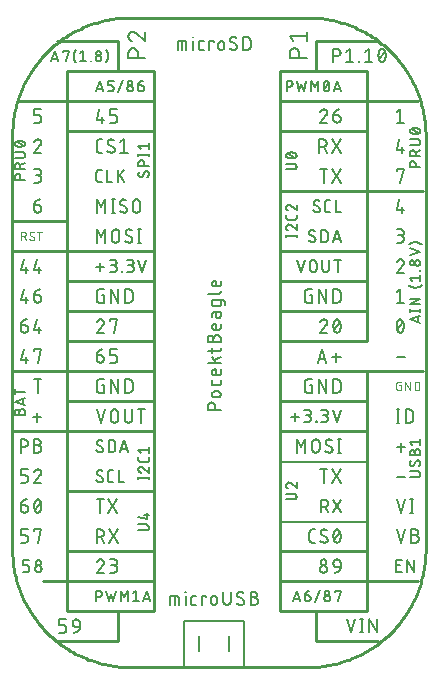
<source format=gbr>
G04 EAGLE Gerber RS-274X export*
G75*
%MOMM*%
%FSLAX34Y34*%
%LPD*%
%INSilkscreen Bottom*%
%IPPOS*%
%AMOC8*
5,1,8,0,0,1.08239X$1,22.5*%
G01*
%ADD10C,0.254000*%
%ADD11C,0.152400*%
%ADD12C,0.127000*%
%ADD13C,0.101600*%
%ADD14C,0.203200*%


D10*
X32270Y461430D02*
X32270Y111430D01*
X32299Y109014D01*
X32387Y106599D01*
X32533Y104187D01*
X32737Y101779D01*
X32999Y99376D01*
X33319Y96981D01*
X33697Y94594D01*
X34133Y92217D01*
X34626Y89852D01*
X35176Y87498D01*
X35782Y85159D01*
X36445Y82835D01*
X37164Y80528D01*
X37939Y78239D01*
X38768Y75970D01*
X39653Y73721D01*
X40591Y71494D01*
X41583Y69290D01*
X42627Y67111D01*
X43724Y64958D01*
X44873Y62832D01*
X46073Y60734D01*
X47323Y58666D01*
X48623Y56629D01*
X49972Y54624D01*
X51368Y52651D01*
X52812Y50714D01*
X54303Y48811D01*
X55838Y46946D01*
X57419Y45118D01*
X59043Y43328D01*
X60710Y41579D01*
X62419Y39870D01*
X64168Y38203D01*
X65958Y36579D01*
X67786Y34998D01*
X69651Y33463D01*
X71554Y31972D01*
X73491Y30528D01*
X75464Y29132D01*
X77469Y27783D01*
X79506Y26483D01*
X81574Y25233D01*
X83672Y24033D01*
X85798Y22884D01*
X87951Y21787D01*
X90130Y20743D01*
X92334Y19751D01*
X94561Y18813D01*
X96810Y17928D01*
X99079Y17099D01*
X101368Y16324D01*
X103675Y15605D01*
X105999Y14942D01*
X108338Y14336D01*
X110692Y13786D01*
X113057Y13293D01*
X115434Y12857D01*
X117821Y12479D01*
X120216Y12159D01*
X122619Y11897D01*
X125027Y11693D01*
X127439Y11547D01*
X129854Y11459D01*
X132270Y11430D01*
X282270Y11430D01*
X284686Y11459D01*
X287101Y11547D01*
X289513Y11693D01*
X291921Y11897D01*
X294324Y12159D01*
X296719Y12479D01*
X299106Y12857D01*
X301483Y13293D01*
X303848Y13786D01*
X306202Y14336D01*
X308541Y14942D01*
X310865Y15605D01*
X313172Y16324D01*
X315461Y17099D01*
X317730Y17928D01*
X319979Y18813D01*
X322206Y19751D01*
X324410Y20743D01*
X326589Y21787D01*
X328742Y22884D01*
X330868Y24033D01*
X332966Y25233D01*
X335034Y26483D01*
X337071Y27783D01*
X339076Y29132D01*
X341049Y30528D01*
X342986Y31972D01*
X344889Y33463D01*
X346754Y34998D01*
X348582Y36579D01*
X350372Y38203D01*
X352121Y39870D01*
X353830Y41579D01*
X355497Y43328D01*
X357121Y45118D01*
X358702Y46946D01*
X360237Y48811D01*
X361728Y50714D01*
X363172Y52651D01*
X364568Y54624D01*
X365917Y56629D01*
X367217Y58666D01*
X368467Y60734D01*
X369667Y62832D01*
X370816Y64958D01*
X371913Y67111D01*
X372957Y69290D01*
X373949Y71494D01*
X374887Y73721D01*
X375772Y75970D01*
X376601Y78239D01*
X377376Y80528D01*
X378095Y82835D01*
X378758Y85159D01*
X379364Y87498D01*
X379914Y89852D01*
X380407Y92217D01*
X380843Y94594D01*
X381221Y96981D01*
X381541Y99376D01*
X381803Y101779D01*
X382007Y104187D01*
X382153Y106599D01*
X382241Y109014D01*
X382270Y111430D01*
X382270Y461430D01*
X382241Y463846D01*
X382153Y466261D01*
X382007Y468673D01*
X381803Y471081D01*
X381541Y473484D01*
X381221Y475879D01*
X380843Y478266D01*
X380407Y480643D01*
X379914Y483008D01*
X379364Y485362D01*
X378758Y487701D01*
X378095Y490025D01*
X377376Y492332D01*
X376601Y494621D01*
X375772Y496890D01*
X374887Y499139D01*
X373949Y501366D01*
X372957Y503570D01*
X371913Y505749D01*
X370816Y507902D01*
X369667Y510028D01*
X368467Y512126D01*
X367217Y514194D01*
X365917Y516231D01*
X364568Y518236D01*
X363172Y520209D01*
X361728Y522146D01*
X360237Y524049D01*
X358702Y525914D01*
X357121Y527742D01*
X355497Y529532D01*
X353830Y531281D01*
X352121Y532990D01*
X350372Y534657D01*
X348582Y536281D01*
X346754Y537862D01*
X344889Y539397D01*
X342986Y540888D01*
X341049Y542332D01*
X339076Y543728D01*
X337071Y545077D01*
X335034Y546377D01*
X332966Y547627D01*
X330868Y548827D01*
X328742Y549976D01*
X326589Y551073D01*
X324410Y552117D01*
X322206Y553109D01*
X319979Y554047D01*
X317730Y554932D01*
X315461Y555761D01*
X313172Y556536D01*
X310865Y557255D01*
X308541Y557918D01*
X306202Y558524D01*
X303848Y559074D01*
X301483Y559567D01*
X299106Y560003D01*
X296719Y560381D01*
X294324Y560701D01*
X291921Y560963D01*
X289513Y561167D01*
X287101Y561313D01*
X284686Y561401D01*
X282270Y561430D01*
X132270Y561430D01*
X129854Y561401D01*
X127439Y561313D01*
X125027Y561167D01*
X122619Y560963D01*
X120216Y560701D01*
X117821Y560381D01*
X115434Y560003D01*
X113057Y559567D01*
X110692Y559074D01*
X108338Y558524D01*
X105999Y557918D01*
X103675Y557255D01*
X101368Y556536D01*
X99079Y555761D01*
X96810Y554932D01*
X94561Y554047D01*
X92334Y553109D01*
X90130Y552117D01*
X87951Y551073D01*
X85798Y549976D01*
X83672Y548827D01*
X81574Y547627D01*
X79506Y546377D01*
X77469Y545077D01*
X75464Y543728D01*
X73491Y542332D01*
X71554Y540888D01*
X69651Y539397D01*
X67786Y537862D01*
X65958Y536281D01*
X64168Y534657D01*
X62419Y532990D01*
X60710Y531281D01*
X59043Y529532D01*
X57419Y527742D01*
X55838Y525914D01*
X54303Y524049D01*
X52812Y522146D01*
X51368Y520209D01*
X49972Y518236D01*
X48623Y516231D01*
X47323Y514194D01*
X46073Y512126D01*
X44873Y510028D01*
X43724Y507902D01*
X42627Y505749D01*
X41583Y503570D01*
X40591Y501366D01*
X39653Y499139D01*
X38768Y496890D01*
X37939Y494621D01*
X37164Y492332D01*
X36445Y490025D01*
X35782Y487701D01*
X35176Y485362D01*
X34626Y483008D01*
X34133Y480643D01*
X33697Y478266D01*
X33319Y475879D01*
X32999Y473484D01*
X32737Y471081D01*
X32533Y468673D01*
X32387Y466261D01*
X32299Y463846D01*
X32270Y461430D01*
D11*
X197612Y229362D02*
X208788Y229362D01*
X197612Y229362D02*
X197612Y232466D01*
X197614Y232577D01*
X197620Y232687D01*
X197630Y232798D01*
X197644Y232908D01*
X197661Y233017D01*
X197683Y233126D01*
X197708Y233234D01*
X197738Y233340D01*
X197771Y233446D01*
X197808Y233551D01*
X197848Y233654D01*
X197893Y233755D01*
X197940Y233855D01*
X197992Y233954D01*
X198047Y234050D01*
X198105Y234144D01*
X198166Y234236D01*
X198231Y234326D01*
X198299Y234414D01*
X198370Y234499D01*
X198444Y234581D01*
X198521Y234661D01*
X198601Y234738D01*
X198683Y234812D01*
X198768Y234883D01*
X198856Y234951D01*
X198946Y235016D01*
X199038Y235077D01*
X199132Y235135D01*
X199228Y235190D01*
X199327Y235242D01*
X199427Y235289D01*
X199528Y235334D01*
X199631Y235374D01*
X199736Y235411D01*
X199842Y235444D01*
X199948Y235474D01*
X200056Y235499D01*
X200165Y235521D01*
X200274Y235538D01*
X200384Y235552D01*
X200495Y235562D01*
X200605Y235568D01*
X200716Y235570D01*
X200827Y235568D01*
X200937Y235562D01*
X201048Y235552D01*
X201158Y235538D01*
X201267Y235521D01*
X201376Y235499D01*
X201484Y235474D01*
X201590Y235444D01*
X201696Y235411D01*
X201801Y235374D01*
X201904Y235334D01*
X202005Y235289D01*
X202105Y235242D01*
X202204Y235190D01*
X202300Y235135D01*
X202394Y235077D01*
X202486Y235016D01*
X202576Y234951D01*
X202664Y234883D01*
X202749Y234812D01*
X202831Y234738D01*
X202911Y234661D01*
X202988Y234581D01*
X203062Y234499D01*
X203133Y234414D01*
X203201Y234326D01*
X203266Y234236D01*
X203327Y234144D01*
X203385Y234050D01*
X203440Y233954D01*
X203492Y233855D01*
X203539Y233755D01*
X203584Y233654D01*
X203624Y233551D01*
X203661Y233446D01*
X203694Y233340D01*
X203724Y233234D01*
X203749Y233126D01*
X203771Y233017D01*
X203788Y232908D01*
X203802Y232798D01*
X203812Y232687D01*
X203818Y232577D01*
X203820Y232466D01*
X203821Y232466D02*
X203821Y229362D01*
X203821Y240058D02*
X206304Y240058D01*
X203821Y240058D02*
X203722Y240060D01*
X203624Y240066D01*
X203525Y240076D01*
X203428Y240089D01*
X203330Y240107D01*
X203234Y240128D01*
X203138Y240154D01*
X203044Y240183D01*
X202951Y240215D01*
X202859Y240252D01*
X202769Y240292D01*
X202680Y240336D01*
X202593Y240383D01*
X202508Y240433D01*
X202426Y240487D01*
X202345Y240544D01*
X202267Y240604D01*
X202191Y240668D01*
X202118Y240734D01*
X202047Y240803D01*
X201979Y240875D01*
X201915Y240950D01*
X201853Y241027D01*
X201794Y241106D01*
X201739Y241188D01*
X201686Y241272D01*
X201638Y241357D01*
X201592Y241445D01*
X201550Y241535D01*
X201512Y241626D01*
X201478Y241718D01*
X201447Y241812D01*
X201420Y241907D01*
X201396Y242003D01*
X201377Y242100D01*
X201361Y242197D01*
X201349Y242295D01*
X201341Y242394D01*
X201337Y242493D01*
X201337Y242591D01*
X201341Y242690D01*
X201349Y242789D01*
X201361Y242887D01*
X201377Y242984D01*
X201396Y243081D01*
X201420Y243177D01*
X201447Y243272D01*
X201478Y243366D01*
X201512Y243458D01*
X201550Y243549D01*
X201592Y243639D01*
X201638Y243727D01*
X201686Y243812D01*
X201739Y243896D01*
X201794Y243978D01*
X201853Y244057D01*
X201915Y244134D01*
X201979Y244209D01*
X202047Y244281D01*
X202118Y244350D01*
X202191Y244416D01*
X202267Y244480D01*
X202345Y244540D01*
X202426Y244597D01*
X202508Y244651D01*
X202593Y244701D01*
X202680Y244748D01*
X202769Y244792D01*
X202859Y244832D01*
X202951Y244869D01*
X203044Y244901D01*
X203138Y244930D01*
X203234Y244956D01*
X203330Y244977D01*
X203428Y244995D01*
X203525Y245008D01*
X203624Y245018D01*
X203722Y245024D01*
X203821Y245026D01*
X203821Y245025D02*
X206304Y245025D01*
X206304Y245026D02*
X206403Y245024D01*
X206501Y245018D01*
X206600Y245008D01*
X206697Y244995D01*
X206795Y244977D01*
X206891Y244956D01*
X206987Y244930D01*
X207081Y244901D01*
X207174Y244869D01*
X207266Y244832D01*
X207356Y244792D01*
X207445Y244748D01*
X207532Y244701D01*
X207617Y244651D01*
X207699Y244597D01*
X207780Y244540D01*
X207858Y244480D01*
X207934Y244416D01*
X208007Y244350D01*
X208078Y244281D01*
X208146Y244209D01*
X208210Y244134D01*
X208272Y244057D01*
X208331Y243978D01*
X208386Y243896D01*
X208439Y243812D01*
X208487Y243727D01*
X208533Y243639D01*
X208575Y243549D01*
X208613Y243458D01*
X208647Y243366D01*
X208678Y243272D01*
X208705Y243177D01*
X208729Y243081D01*
X208748Y242984D01*
X208764Y242887D01*
X208776Y242789D01*
X208784Y242690D01*
X208788Y242591D01*
X208788Y242493D01*
X208784Y242394D01*
X208776Y242295D01*
X208764Y242197D01*
X208748Y242100D01*
X208729Y242003D01*
X208705Y241907D01*
X208678Y241812D01*
X208647Y241718D01*
X208613Y241626D01*
X208575Y241535D01*
X208533Y241445D01*
X208487Y241357D01*
X208439Y241272D01*
X208386Y241188D01*
X208331Y241106D01*
X208272Y241027D01*
X208210Y240950D01*
X208146Y240875D01*
X208078Y240803D01*
X208007Y240734D01*
X207934Y240668D01*
X207858Y240604D01*
X207780Y240544D01*
X207699Y240487D01*
X207617Y240433D01*
X207532Y240383D01*
X207445Y240336D01*
X207356Y240292D01*
X207266Y240252D01*
X207174Y240215D01*
X207081Y240183D01*
X206987Y240154D01*
X206891Y240128D01*
X206795Y240107D01*
X206697Y240089D01*
X206600Y240076D01*
X206501Y240066D01*
X206403Y240060D01*
X206304Y240058D01*
X208788Y251843D02*
X208788Y254327D01*
X208788Y251843D02*
X208786Y251757D01*
X208780Y251671D01*
X208770Y251586D01*
X208756Y251501D01*
X208739Y251416D01*
X208717Y251333D01*
X208691Y251251D01*
X208662Y251170D01*
X208629Y251091D01*
X208593Y251013D01*
X208553Y250936D01*
X208509Y250862D01*
X208462Y250790D01*
X208412Y250720D01*
X208358Y250653D01*
X208302Y250588D01*
X208242Y250526D01*
X208180Y250466D01*
X208115Y250410D01*
X208048Y250356D01*
X207978Y250306D01*
X207906Y250259D01*
X207832Y250215D01*
X207755Y250175D01*
X207678Y250139D01*
X207598Y250106D01*
X207517Y250077D01*
X207435Y250051D01*
X207352Y250029D01*
X207267Y250012D01*
X207182Y249998D01*
X207097Y249988D01*
X207011Y249982D01*
X206925Y249980D01*
X206925Y249981D02*
X203200Y249981D01*
X203200Y249980D02*
X203116Y249982D01*
X203033Y249987D01*
X202950Y249997D01*
X202867Y250010D01*
X202785Y250027D01*
X202704Y250047D01*
X202624Y250071D01*
X202545Y250099D01*
X202468Y250130D01*
X202392Y250164D01*
X202317Y250202D01*
X202244Y250244D01*
X202174Y250288D01*
X202105Y250336D01*
X202038Y250386D01*
X201974Y250440D01*
X201913Y250496D01*
X201853Y250556D01*
X201797Y250617D01*
X201743Y250681D01*
X201693Y250748D01*
X201645Y250817D01*
X201601Y250887D01*
X201559Y250960D01*
X201521Y251035D01*
X201487Y251111D01*
X201456Y251188D01*
X201428Y251267D01*
X201404Y251347D01*
X201384Y251428D01*
X201367Y251510D01*
X201354Y251593D01*
X201344Y251676D01*
X201339Y251759D01*
X201337Y251843D01*
X201337Y254327D01*
X208788Y260590D02*
X208788Y263694D01*
X208788Y260590D02*
X208786Y260504D01*
X208780Y260418D01*
X208770Y260333D01*
X208756Y260248D01*
X208739Y260163D01*
X208717Y260080D01*
X208691Y259998D01*
X208662Y259917D01*
X208629Y259838D01*
X208593Y259760D01*
X208553Y259683D01*
X208509Y259609D01*
X208462Y259537D01*
X208412Y259467D01*
X208358Y259400D01*
X208302Y259335D01*
X208242Y259273D01*
X208180Y259213D01*
X208115Y259157D01*
X208048Y259103D01*
X207978Y259053D01*
X207906Y259006D01*
X207832Y258962D01*
X207755Y258922D01*
X207678Y258886D01*
X207598Y258853D01*
X207517Y258824D01*
X207435Y258798D01*
X207352Y258776D01*
X207267Y258759D01*
X207182Y258745D01*
X207097Y258735D01*
X207011Y258729D01*
X206925Y258727D01*
X203821Y258727D01*
X203722Y258729D01*
X203624Y258735D01*
X203525Y258745D01*
X203428Y258758D01*
X203330Y258776D01*
X203234Y258797D01*
X203138Y258823D01*
X203044Y258852D01*
X202951Y258884D01*
X202859Y258921D01*
X202769Y258961D01*
X202680Y259005D01*
X202593Y259052D01*
X202508Y259102D01*
X202426Y259156D01*
X202345Y259213D01*
X202267Y259273D01*
X202191Y259337D01*
X202118Y259403D01*
X202047Y259472D01*
X201979Y259544D01*
X201915Y259619D01*
X201853Y259696D01*
X201794Y259775D01*
X201739Y259857D01*
X201686Y259941D01*
X201638Y260026D01*
X201592Y260114D01*
X201550Y260204D01*
X201512Y260295D01*
X201478Y260387D01*
X201447Y260481D01*
X201420Y260576D01*
X201396Y260672D01*
X201377Y260769D01*
X201361Y260866D01*
X201349Y260964D01*
X201341Y261063D01*
X201337Y261162D01*
X201337Y261260D01*
X201341Y261359D01*
X201349Y261458D01*
X201361Y261556D01*
X201377Y261653D01*
X201396Y261750D01*
X201420Y261846D01*
X201447Y261941D01*
X201478Y262035D01*
X201512Y262127D01*
X201550Y262218D01*
X201592Y262308D01*
X201638Y262396D01*
X201686Y262481D01*
X201739Y262565D01*
X201794Y262647D01*
X201853Y262726D01*
X201915Y262803D01*
X201979Y262878D01*
X202047Y262950D01*
X202118Y263019D01*
X202191Y263085D01*
X202267Y263149D01*
X202345Y263209D01*
X202426Y263266D01*
X202508Y263320D01*
X202593Y263370D01*
X202680Y263417D01*
X202769Y263461D01*
X202859Y263501D01*
X202951Y263538D01*
X203044Y263570D01*
X203138Y263599D01*
X203234Y263625D01*
X203330Y263646D01*
X203428Y263664D01*
X203525Y263677D01*
X203624Y263687D01*
X203722Y263693D01*
X203821Y263695D01*
X203821Y263694D02*
X205063Y263694D01*
X205063Y258727D01*
X208788Y269183D02*
X197612Y269183D01*
X201337Y274151D02*
X205063Y269183D01*
X203510Y271357D02*
X208788Y274151D01*
X201337Y277521D02*
X201337Y281246D01*
X197612Y278762D02*
X206925Y278762D01*
X207009Y278764D01*
X207092Y278770D01*
X207175Y278779D01*
X207258Y278792D01*
X207340Y278809D01*
X207421Y278829D01*
X207501Y278853D01*
X207580Y278881D01*
X207657Y278912D01*
X207733Y278946D01*
X207808Y278984D01*
X207881Y279026D01*
X207951Y279070D01*
X208020Y279118D01*
X208087Y279168D01*
X208151Y279222D01*
X208212Y279278D01*
X208272Y279338D01*
X208328Y279399D01*
X208382Y279463D01*
X208432Y279530D01*
X208480Y279599D01*
X208524Y279669D01*
X208566Y279742D01*
X208604Y279817D01*
X208638Y279893D01*
X208669Y279970D01*
X208697Y280049D01*
X208721Y280129D01*
X208741Y280210D01*
X208758Y280292D01*
X208771Y280375D01*
X208781Y280458D01*
X208786Y280541D01*
X208788Y280625D01*
X208788Y281246D01*
X202579Y286512D02*
X202579Y289616D01*
X202580Y289616D02*
X202582Y289727D01*
X202588Y289837D01*
X202598Y289948D01*
X202612Y290058D01*
X202629Y290167D01*
X202651Y290276D01*
X202676Y290384D01*
X202706Y290490D01*
X202739Y290596D01*
X202776Y290701D01*
X202816Y290804D01*
X202861Y290905D01*
X202908Y291005D01*
X202960Y291104D01*
X203015Y291200D01*
X203073Y291294D01*
X203134Y291386D01*
X203199Y291476D01*
X203267Y291564D01*
X203338Y291649D01*
X203412Y291731D01*
X203489Y291811D01*
X203569Y291888D01*
X203651Y291962D01*
X203736Y292033D01*
X203824Y292101D01*
X203914Y292166D01*
X204006Y292227D01*
X204100Y292285D01*
X204196Y292340D01*
X204295Y292392D01*
X204395Y292439D01*
X204496Y292484D01*
X204599Y292524D01*
X204704Y292561D01*
X204810Y292594D01*
X204916Y292624D01*
X205024Y292649D01*
X205133Y292671D01*
X205242Y292688D01*
X205352Y292702D01*
X205463Y292712D01*
X205573Y292718D01*
X205684Y292720D01*
X205795Y292718D01*
X205905Y292712D01*
X206016Y292702D01*
X206126Y292688D01*
X206235Y292671D01*
X206344Y292649D01*
X206452Y292624D01*
X206558Y292594D01*
X206664Y292561D01*
X206769Y292524D01*
X206872Y292484D01*
X206973Y292439D01*
X207073Y292392D01*
X207172Y292340D01*
X207268Y292285D01*
X207362Y292227D01*
X207454Y292166D01*
X207544Y292101D01*
X207632Y292033D01*
X207717Y291962D01*
X207799Y291888D01*
X207879Y291811D01*
X207956Y291731D01*
X208030Y291649D01*
X208101Y291564D01*
X208169Y291476D01*
X208234Y291386D01*
X208295Y291294D01*
X208353Y291200D01*
X208408Y291104D01*
X208460Y291005D01*
X208507Y290905D01*
X208552Y290804D01*
X208592Y290701D01*
X208629Y290596D01*
X208662Y290490D01*
X208692Y290384D01*
X208717Y290276D01*
X208739Y290167D01*
X208756Y290058D01*
X208770Y289948D01*
X208780Y289837D01*
X208786Y289727D01*
X208788Y289616D01*
X208788Y286512D01*
X197612Y286512D01*
X197612Y289616D01*
X197614Y289715D01*
X197620Y289813D01*
X197630Y289912D01*
X197643Y290009D01*
X197661Y290107D01*
X197682Y290203D01*
X197708Y290299D01*
X197737Y290393D01*
X197769Y290486D01*
X197806Y290578D01*
X197846Y290668D01*
X197890Y290757D01*
X197937Y290844D01*
X197987Y290929D01*
X198041Y291011D01*
X198098Y291092D01*
X198158Y291170D01*
X198222Y291246D01*
X198288Y291319D01*
X198357Y291390D01*
X198429Y291458D01*
X198504Y291522D01*
X198581Y291584D01*
X198660Y291643D01*
X198742Y291698D01*
X198826Y291751D01*
X198911Y291799D01*
X198999Y291845D01*
X199089Y291887D01*
X199180Y291925D01*
X199272Y291959D01*
X199366Y291990D01*
X199461Y292017D01*
X199557Y292041D01*
X199654Y292060D01*
X199751Y292076D01*
X199849Y292088D01*
X199948Y292096D01*
X200047Y292100D01*
X200145Y292100D01*
X200244Y292096D01*
X200343Y292088D01*
X200441Y292076D01*
X200538Y292060D01*
X200635Y292041D01*
X200731Y292017D01*
X200826Y291990D01*
X200920Y291959D01*
X201012Y291925D01*
X201103Y291887D01*
X201193Y291845D01*
X201281Y291799D01*
X201366Y291751D01*
X201450Y291698D01*
X201532Y291643D01*
X201611Y291584D01*
X201688Y291522D01*
X201763Y291458D01*
X201835Y291390D01*
X201904Y291319D01*
X201970Y291246D01*
X202034Y291170D01*
X202094Y291092D01*
X202151Y291011D01*
X202205Y290929D01*
X202255Y290844D01*
X202302Y290757D01*
X202346Y290668D01*
X202386Y290578D01*
X202423Y290486D01*
X202455Y290393D01*
X202484Y290299D01*
X202510Y290203D01*
X202531Y290107D01*
X202549Y290009D01*
X202562Y289912D01*
X202572Y289813D01*
X202578Y289715D01*
X202580Y289616D01*
X208788Y299071D02*
X208788Y302175D01*
X208788Y299071D02*
X208786Y298985D01*
X208780Y298899D01*
X208770Y298814D01*
X208756Y298729D01*
X208739Y298644D01*
X208717Y298561D01*
X208691Y298479D01*
X208662Y298398D01*
X208629Y298319D01*
X208593Y298241D01*
X208553Y298164D01*
X208509Y298090D01*
X208462Y298018D01*
X208412Y297948D01*
X208358Y297881D01*
X208302Y297816D01*
X208242Y297754D01*
X208180Y297694D01*
X208115Y297638D01*
X208048Y297584D01*
X207978Y297534D01*
X207906Y297487D01*
X207832Y297443D01*
X207755Y297403D01*
X207678Y297367D01*
X207598Y297334D01*
X207517Y297305D01*
X207435Y297279D01*
X207352Y297257D01*
X207267Y297240D01*
X207182Y297226D01*
X207097Y297216D01*
X207011Y297210D01*
X206925Y297208D01*
X203821Y297208D01*
X203722Y297210D01*
X203624Y297216D01*
X203525Y297226D01*
X203428Y297239D01*
X203330Y297257D01*
X203234Y297278D01*
X203138Y297304D01*
X203044Y297333D01*
X202951Y297365D01*
X202859Y297402D01*
X202769Y297442D01*
X202680Y297486D01*
X202593Y297533D01*
X202508Y297583D01*
X202426Y297637D01*
X202345Y297694D01*
X202267Y297754D01*
X202191Y297818D01*
X202118Y297884D01*
X202047Y297953D01*
X201979Y298025D01*
X201915Y298100D01*
X201853Y298177D01*
X201794Y298256D01*
X201739Y298338D01*
X201686Y298422D01*
X201638Y298507D01*
X201592Y298595D01*
X201550Y298685D01*
X201512Y298776D01*
X201478Y298868D01*
X201447Y298962D01*
X201420Y299057D01*
X201396Y299153D01*
X201377Y299250D01*
X201361Y299347D01*
X201349Y299445D01*
X201341Y299544D01*
X201337Y299643D01*
X201337Y299741D01*
X201341Y299840D01*
X201349Y299939D01*
X201361Y300037D01*
X201377Y300134D01*
X201396Y300231D01*
X201420Y300327D01*
X201447Y300422D01*
X201478Y300516D01*
X201512Y300608D01*
X201550Y300699D01*
X201592Y300789D01*
X201638Y300877D01*
X201686Y300962D01*
X201739Y301046D01*
X201794Y301128D01*
X201853Y301207D01*
X201915Y301284D01*
X201979Y301359D01*
X202047Y301431D01*
X202118Y301500D01*
X202191Y301566D01*
X202267Y301630D01*
X202345Y301690D01*
X202426Y301747D01*
X202508Y301801D01*
X202593Y301851D01*
X202680Y301898D01*
X202769Y301942D01*
X202859Y301982D01*
X202951Y302019D01*
X203044Y302051D01*
X203138Y302080D01*
X203234Y302106D01*
X203330Y302127D01*
X203428Y302145D01*
X203525Y302158D01*
X203624Y302168D01*
X203722Y302174D01*
X203821Y302176D01*
X203821Y302175D02*
X205063Y302175D01*
X205063Y297208D01*
X204442Y309213D02*
X204442Y312007D01*
X204442Y309213D02*
X204444Y309121D01*
X204450Y309029D01*
X204460Y308937D01*
X204473Y308846D01*
X204491Y308755D01*
X204512Y308665D01*
X204537Y308577D01*
X204566Y308489D01*
X204599Y308403D01*
X204635Y308318D01*
X204675Y308235D01*
X204718Y308153D01*
X204765Y308074D01*
X204815Y307996D01*
X204868Y307921D01*
X204924Y307848D01*
X204984Y307777D01*
X205046Y307709D01*
X205111Y307644D01*
X205179Y307582D01*
X205250Y307522D01*
X205323Y307466D01*
X205398Y307413D01*
X205476Y307363D01*
X205555Y307316D01*
X205637Y307273D01*
X205720Y307233D01*
X205805Y307197D01*
X205891Y307164D01*
X205979Y307135D01*
X206067Y307110D01*
X206157Y307089D01*
X206248Y307071D01*
X206339Y307058D01*
X206431Y307048D01*
X206523Y307042D01*
X206615Y307040D01*
X206707Y307042D01*
X206799Y307048D01*
X206891Y307058D01*
X206982Y307071D01*
X207073Y307089D01*
X207163Y307110D01*
X207251Y307135D01*
X207339Y307164D01*
X207425Y307197D01*
X207510Y307233D01*
X207593Y307273D01*
X207675Y307316D01*
X207754Y307363D01*
X207832Y307413D01*
X207907Y307466D01*
X207980Y307522D01*
X208051Y307582D01*
X208119Y307644D01*
X208184Y307709D01*
X208246Y307777D01*
X208306Y307848D01*
X208362Y307921D01*
X208415Y307996D01*
X208465Y308074D01*
X208512Y308153D01*
X208555Y308235D01*
X208595Y308318D01*
X208631Y308403D01*
X208664Y308489D01*
X208693Y308577D01*
X208718Y308665D01*
X208739Y308755D01*
X208757Y308846D01*
X208770Y308937D01*
X208780Y309029D01*
X208786Y309121D01*
X208788Y309213D01*
X208788Y312007D01*
X203200Y312007D01*
X203200Y312008D02*
X203114Y312006D01*
X203028Y312000D01*
X202943Y311990D01*
X202858Y311976D01*
X202773Y311959D01*
X202690Y311937D01*
X202608Y311911D01*
X202527Y311882D01*
X202448Y311849D01*
X202370Y311813D01*
X202293Y311773D01*
X202219Y311729D01*
X202147Y311682D01*
X202077Y311632D01*
X202010Y311578D01*
X201945Y311522D01*
X201883Y311462D01*
X201823Y311400D01*
X201767Y311335D01*
X201713Y311268D01*
X201663Y311198D01*
X201616Y311126D01*
X201572Y311052D01*
X201532Y310975D01*
X201496Y310898D01*
X201463Y310818D01*
X201434Y310737D01*
X201408Y310655D01*
X201386Y310572D01*
X201369Y310487D01*
X201355Y310402D01*
X201345Y310317D01*
X201339Y310231D01*
X201337Y310145D01*
X201337Y307661D01*
X208788Y319190D02*
X208788Y322294D01*
X208788Y319190D02*
X208786Y319104D01*
X208780Y319018D01*
X208770Y318933D01*
X208756Y318848D01*
X208739Y318763D01*
X208717Y318680D01*
X208691Y318598D01*
X208662Y318517D01*
X208629Y318438D01*
X208593Y318360D01*
X208553Y318283D01*
X208509Y318209D01*
X208462Y318137D01*
X208412Y318067D01*
X208358Y318000D01*
X208302Y317935D01*
X208242Y317873D01*
X208180Y317813D01*
X208115Y317757D01*
X208048Y317703D01*
X207978Y317653D01*
X207906Y317606D01*
X207832Y317562D01*
X207755Y317522D01*
X207678Y317486D01*
X207598Y317453D01*
X207517Y317424D01*
X207435Y317398D01*
X207352Y317376D01*
X207267Y317359D01*
X207182Y317345D01*
X207097Y317335D01*
X207011Y317329D01*
X206925Y317327D01*
X203200Y317327D01*
X203116Y317329D01*
X203033Y317334D01*
X202950Y317344D01*
X202867Y317357D01*
X202785Y317374D01*
X202704Y317394D01*
X202624Y317418D01*
X202545Y317446D01*
X202468Y317477D01*
X202392Y317511D01*
X202317Y317549D01*
X202244Y317591D01*
X202174Y317635D01*
X202105Y317683D01*
X202038Y317733D01*
X201974Y317787D01*
X201913Y317843D01*
X201853Y317903D01*
X201797Y317964D01*
X201743Y318028D01*
X201693Y318095D01*
X201645Y318164D01*
X201601Y318234D01*
X201559Y318307D01*
X201521Y318382D01*
X201487Y318458D01*
X201456Y318535D01*
X201428Y318614D01*
X201404Y318694D01*
X201384Y318775D01*
X201367Y318857D01*
X201354Y318940D01*
X201344Y319023D01*
X201339Y319106D01*
X201337Y319190D01*
X201337Y322294D01*
X210651Y322294D01*
X210651Y322295D02*
X210735Y322293D01*
X210818Y322288D01*
X210901Y322278D01*
X210984Y322265D01*
X211066Y322248D01*
X211147Y322228D01*
X211227Y322204D01*
X211306Y322176D01*
X211383Y322145D01*
X211459Y322111D01*
X211534Y322073D01*
X211607Y322031D01*
X211677Y321987D01*
X211746Y321939D01*
X211813Y321889D01*
X211877Y321835D01*
X211938Y321779D01*
X211998Y321719D01*
X212054Y321658D01*
X212108Y321594D01*
X212158Y321527D01*
X212206Y321458D01*
X212250Y321388D01*
X212292Y321315D01*
X212330Y321240D01*
X212364Y321164D01*
X212395Y321087D01*
X212423Y321008D01*
X212447Y320928D01*
X212467Y320847D01*
X212484Y320765D01*
X212497Y320682D01*
X212507Y320599D01*
X212512Y320516D01*
X212514Y320432D01*
X212513Y320432D02*
X212513Y317948D01*
X206925Y327780D02*
X197612Y327780D01*
X206925Y327779D02*
X207009Y327781D01*
X207092Y327787D01*
X207175Y327796D01*
X207258Y327809D01*
X207340Y327826D01*
X207421Y327846D01*
X207501Y327870D01*
X207580Y327898D01*
X207657Y327929D01*
X207733Y327963D01*
X207808Y328001D01*
X207881Y328043D01*
X207951Y328087D01*
X208020Y328135D01*
X208087Y328185D01*
X208151Y328239D01*
X208212Y328295D01*
X208272Y328355D01*
X208328Y328416D01*
X208382Y328480D01*
X208432Y328547D01*
X208480Y328616D01*
X208524Y328686D01*
X208566Y328759D01*
X208604Y328834D01*
X208638Y328910D01*
X208669Y328987D01*
X208697Y329066D01*
X208721Y329146D01*
X208741Y329227D01*
X208758Y329309D01*
X208771Y329392D01*
X208781Y329475D01*
X208786Y329558D01*
X208788Y329642D01*
X208788Y335647D02*
X208788Y338751D01*
X208788Y335647D02*
X208786Y335561D01*
X208780Y335475D01*
X208770Y335390D01*
X208756Y335305D01*
X208739Y335220D01*
X208717Y335137D01*
X208691Y335055D01*
X208662Y334974D01*
X208629Y334895D01*
X208593Y334817D01*
X208553Y334740D01*
X208509Y334666D01*
X208462Y334594D01*
X208412Y334524D01*
X208358Y334457D01*
X208302Y334392D01*
X208242Y334330D01*
X208180Y334270D01*
X208115Y334214D01*
X208048Y334160D01*
X207978Y334110D01*
X207906Y334063D01*
X207832Y334019D01*
X207755Y333979D01*
X207678Y333943D01*
X207598Y333910D01*
X207517Y333881D01*
X207435Y333855D01*
X207352Y333833D01*
X207267Y333816D01*
X207182Y333802D01*
X207097Y333792D01*
X207011Y333786D01*
X206925Y333784D01*
X203821Y333784D01*
X203821Y333783D02*
X203722Y333785D01*
X203624Y333791D01*
X203525Y333801D01*
X203428Y333814D01*
X203330Y333832D01*
X203234Y333853D01*
X203138Y333879D01*
X203044Y333908D01*
X202951Y333940D01*
X202859Y333977D01*
X202769Y334017D01*
X202680Y334061D01*
X202593Y334108D01*
X202508Y334158D01*
X202426Y334212D01*
X202345Y334269D01*
X202267Y334329D01*
X202191Y334393D01*
X202118Y334459D01*
X202047Y334528D01*
X201979Y334600D01*
X201915Y334675D01*
X201853Y334752D01*
X201794Y334831D01*
X201739Y334913D01*
X201686Y334997D01*
X201638Y335082D01*
X201592Y335170D01*
X201550Y335260D01*
X201512Y335351D01*
X201478Y335443D01*
X201447Y335537D01*
X201420Y335632D01*
X201396Y335728D01*
X201377Y335825D01*
X201361Y335922D01*
X201349Y336020D01*
X201341Y336119D01*
X201337Y336218D01*
X201337Y336316D01*
X201341Y336415D01*
X201349Y336514D01*
X201361Y336612D01*
X201377Y336709D01*
X201396Y336806D01*
X201420Y336902D01*
X201447Y336997D01*
X201478Y337091D01*
X201512Y337183D01*
X201550Y337274D01*
X201592Y337364D01*
X201638Y337452D01*
X201686Y337537D01*
X201739Y337621D01*
X201794Y337703D01*
X201853Y337782D01*
X201915Y337859D01*
X201979Y337934D01*
X202047Y338006D01*
X202118Y338075D01*
X202191Y338141D01*
X202267Y338205D01*
X202345Y338265D01*
X202426Y338322D01*
X202508Y338376D01*
X202593Y338426D01*
X202680Y338473D01*
X202769Y338517D01*
X202859Y338557D01*
X202951Y338594D01*
X203044Y338626D01*
X203138Y338655D01*
X203234Y338681D01*
X203330Y338702D01*
X203428Y338720D01*
X203525Y338733D01*
X203624Y338743D01*
X203722Y338749D01*
X203821Y338751D01*
X205063Y338751D01*
X205063Y333784D01*
X166151Y71713D02*
X166151Y64262D01*
X166151Y71713D02*
X171739Y71713D01*
X171823Y71711D01*
X171906Y71706D01*
X171989Y71696D01*
X172072Y71683D01*
X172154Y71666D01*
X172235Y71646D01*
X172315Y71622D01*
X172394Y71594D01*
X172471Y71563D01*
X172547Y71529D01*
X172622Y71491D01*
X172695Y71449D01*
X172765Y71405D01*
X172834Y71357D01*
X172901Y71307D01*
X172965Y71253D01*
X173026Y71197D01*
X173086Y71137D01*
X173142Y71076D01*
X173196Y71012D01*
X173246Y70945D01*
X173294Y70876D01*
X173338Y70806D01*
X173380Y70733D01*
X173418Y70658D01*
X173452Y70582D01*
X173483Y70505D01*
X173511Y70426D01*
X173535Y70346D01*
X173555Y70265D01*
X173572Y70183D01*
X173585Y70100D01*
X173595Y70017D01*
X173600Y69934D01*
X173602Y69850D01*
X173602Y64262D01*
X169877Y64262D02*
X169877Y71713D01*
X179021Y71713D02*
X179021Y64262D01*
X178710Y74817D02*
X178710Y75438D01*
X179331Y75438D01*
X179331Y74817D01*
X178710Y74817D01*
X185655Y64262D02*
X188139Y64262D01*
X185655Y64262D02*
X185571Y64264D01*
X185488Y64269D01*
X185405Y64279D01*
X185322Y64292D01*
X185240Y64309D01*
X185159Y64329D01*
X185079Y64353D01*
X185000Y64381D01*
X184923Y64412D01*
X184847Y64446D01*
X184772Y64484D01*
X184699Y64526D01*
X184629Y64570D01*
X184560Y64618D01*
X184493Y64668D01*
X184429Y64722D01*
X184368Y64778D01*
X184308Y64838D01*
X184252Y64899D01*
X184198Y64963D01*
X184148Y65030D01*
X184100Y65099D01*
X184056Y65169D01*
X184014Y65242D01*
X183976Y65317D01*
X183942Y65393D01*
X183911Y65470D01*
X183883Y65549D01*
X183859Y65629D01*
X183839Y65710D01*
X183822Y65792D01*
X183809Y65875D01*
X183799Y65958D01*
X183794Y66041D01*
X183792Y66125D01*
X183793Y66125D02*
X183793Y69850D01*
X183792Y69850D02*
X183794Y69934D01*
X183800Y70017D01*
X183809Y70100D01*
X183822Y70183D01*
X183839Y70265D01*
X183859Y70346D01*
X183883Y70426D01*
X183911Y70505D01*
X183942Y70582D01*
X183976Y70658D01*
X184014Y70733D01*
X184056Y70806D01*
X184100Y70876D01*
X184148Y70945D01*
X184198Y71012D01*
X184252Y71076D01*
X184308Y71137D01*
X184368Y71197D01*
X184429Y71253D01*
X184493Y71307D01*
X184560Y71357D01*
X184629Y71405D01*
X184699Y71449D01*
X184772Y71491D01*
X184847Y71529D01*
X184923Y71563D01*
X185000Y71594D01*
X185079Y71622D01*
X185159Y71646D01*
X185240Y71666D01*
X185322Y71683D01*
X185405Y71696D01*
X185488Y71706D01*
X185571Y71711D01*
X185655Y71713D01*
X188139Y71713D01*
X193003Y71713D02*
X193003Y64262D01*
X193003Y71713D02*
X196728Y71713D01*
X196728Y70471D01*
X200540Y69229D02*
X200540Y66746D01*
X200540Y69229D02*
X200542Y69328D01*
X200548Y69426D01*
X200558Y69525D01*
X200571Y69622D01*
X200589Y69720D01*
X200610Y69816D01*
X200636Y69912D01*
X200665Y70006D01*
X200697Y70099D01*
X200734Y70191D01*
X200774Y70281D01*
X200818Y70370D01*
X200865Y70457D01*
X200915Y70542D01*
X200969Y70624D01*
X201026Y70705D01*
X201086Y70783D01*
X201150Y70859D01*
X201216Y70932D01*
X201285Y71003D01*
X201357Y71071D01*
X201432Y71135D01*
X201509Y71197D01*
X201588Y71256D01*
X201670Y71311D01*
X201754Y71364D01*
X201839Y71412D01*
X201927Y71458D01*
X202017Y71500D01*
X202108Y71538D01*
X202200Y71572D01*
X202294Y71603D01*
X202389Y71630D01*
X202485Y71654D01*
X202582Y71673D01*
X202679Y71689D01*
X202777Y71701D01*
X202876Y71709D01*
X202975Y71713D01*
X203073Y71713D01*
X203172Y71709D01*
X203271Y71701D01*
X203369Y71689D01*
X203466Y71673D01*
X203563Y71654D01*
X203659Y71630D01*
X203754Y71603D01*
X203848Y71572D01*
X203940Y71538D01*
X204031Y71500D01*
X204121Y71458D01*
X204209Y71412D01*
X204294Y71364D01*
X204378Y71311D01*
X204460Y71256D01*
X204539Y71197D01*
X204616Y71135D01*
X204691Y71071D01*
X204763Y71003D01*
X204832Y70932D01*
X204898Y70859D01*
X204962Y70783D01*
X205022Y70705D01*
X205079Y70624D01*
X205133Y70542D01*
X205183Y70457D01*
X205230Y70370D01*
X205274Y70281D01*
X205314Y70191D01*
X205351Y70099D01*
X205383Y70006D01*
X205412Y69912D01*
X205438Y69816D01*
X205459Y69720D01*
X205477Y69622D01*
X205490Y69525D01*
X205500Y69426D01*
X205506Y69328D01*
X205508Y69229D01*
X205507Y69229D02*
X205507Y66746D01*
X205508Y66746D02*
X205506Y66647D01*
X205500Y66549D01*
X205490Y66450D01*
X205477Y66353D01*
X205459Y66255D01*
X205438Y66159D01*
X205412Y66063D01*
X205383Y65969D01*
X205351Y65876D01*
X205314Y65784D01*
X205274Y65694D01*
X205230Y65605D01*
X205183Y65518D01*
X205133Y65433D01*
X205079Y65351D01*
X205022Y65270D01*
X204962Y65192D01*
X204898Y65116D01*
X204832Y65043D01*
X204763Y64972D01*
X204691Y64904D01*
X204616Y64840D01*
X204539Y64778D01*
X204460Y64719D01*
X204378Y64664D01*
X204294Y64611D01*
X204209Y64563D01*
X204121Y64517D01*
X204031Y64475D01*
X203940Y64437D01*
X203848Y64403D01*
X203754Y64372D01*
X203659Y64345D01*
X203563Y64321D01*
X203466Y64302D01*
X203369Y64286D01*
X203271Y64274D01*
X203172Y64266D01*
X203073Y64262D01*
X202975Y64262D01*
X202876Y64266D01*
X202777Y64274D01*
X202679Y64286D01*
X202582Y64302D01*
X202485Y64321D01*
X202389Y64345D01*
X202294Y64372D01*
X202200Y64403D01*
X202108Y64437D01*
X202017Y64475D01*
X201927Y64517D01*
X201839Y64563D01*
X201754Y64611D01*
X201670Y64664D01*
X201588Y64719D01*
X201509Y64778D01*
X201432Y64840D01*
X201357Y64904D01*
X201285Y64972D01*
X201216Y65043D01*
X201150Y65116D01*
X201086Y65192D01*
X201026Y65270D01*
X200969Y65351D01*
X200915Y65433D01*
X200865Y65518D01*
X200818Y65605D01*
X200774Y65694D01*
X200734Y65784D01*
X200697Y65876D01*
X200665Y65969D01*
X200636Y66063D01*
X200610Y66159D01*
X200589Y66255D01*
X200571Y66353D01*
X200558Y66450D01*
X200548Y66549D01*
X200542Y66647D01*
X200540Y66746D01*
X210968Y67366D02*
X210968Y75438D01*
X210969Y67366D02*
X210971Y67255D01*
X210977Y67145D01*
X210987Y67034D01*
X211001Y66924D01*
X211018Y66815D01*
X211040Y66706D01*
X211065Y66598D01*
X211095Y66492D01*
X211128Y66386D01*
X211165Y66281D01*
X211205Y66178D01*
X211250Y66077D01*
X211297Y65977D01*
X211349Y65878D01*
X211404Y65782D01*
X211462Y65688D01*
X211523Y65596D01*
X211588Y65506D01*
X211656Y65418D01*
X211727Y65333D01*
X211801Y65251D01*
X211878Y65171D01*
X211958Y65094D01*
X212040Y65020D01*
X212125Y64949D01*
X212213Y64881D01*
X212303Y64816D01*
X212395Y64755D01*
X212489Y64697D01*
X212585Y64642D01*
X212684Y64590D01*
X212784Y64543D01*
X212885Y64498D01*
X212988Y64458D01*
X213093Y64421D01*
X213199Y64388D01*
X213305Y64358D01*
X213413Y64333D01*
X213522Y64311D01*
X213631Y64294D01*
X213741Y64280D01*
X213852Y64270D01*
X213962Y64264D01*
X214073Y64262D01*
X214184Y64264D01*
X214294Y64270D01*
X214405Y64280D01*
X214515Y64294D01*
X214624Y64311D01*
X214733Y64333D01*
X214841Y64358D01*
X214947Y64388D01*
X215053Y64421D01*
X215158Y64458D01*
X215261Y64498D01*
X215362Y64543D01*
X215462Y64590D01*
X215561Y64642D01*
X215657Y64697D01*
X215751Y64755D01*
X215843Y64816D01*
X215933Y64881D01*
X216021Y64949D01*
X216106Y65020D01*
X216188Y65094D01*
X216268Y65171D01*
X216345Y65251D01*
X216419Y65333D01*
X216490Y65418D01*
X216558Y65506D01*
X216623Y65596D01*
X216684Y65688D01*
X216742Y65782D01*
X216797Y65878D01*
X216849Y65977D01*
X216896Y66077D01*
X216941Y66178D01*
X216981Y66281D01*
X217018Y66386D01*
X217051Y66492D01*
X217081Y66598D01*
X217106Y66706D01*
X217128Y66815D01*
X217145Y66924D01*
X217159Y67034D01*
X217169Y67145D01*
X217175Y67255D01*
X217177Y67366D01*
X217177Y75438D01*
X226123Y64262D02*
X226220Y64264D01*
X226318Y64270D01*
X226415Y64279D01*
X226512Y64293D01*
X226608Y64310D01*
X226703Y64331D01*
X226797Y64355D01*
X226891Y64384D01*
X226983Y64416D01*
X227074Y64451D01*
X227163Y64490D01*
X227251Y64533D01*
X227337Y64579D01*
X227421Y64628D01*
X227503Y64681D01*
X227583Y64736D01*
X227661Y64795D01*
X227736Y64857D01*
X227809Y64922D01*
X227879Y64990D01*
X227947Y65060D01*
X228012Y65133D01*
X228074Y65208D01*
X228133Y65286D01*
X228188Y65366D01*
X228241Y65448D01*
X228290Y65532D01*
X228336Y65618D01*
X228379Y65706D01*
X228418Y65795D01*
X228453Y65886D01*
X228485Y65978D01*
X228514Y66072D01*
X228538Y66166D01*
X228559Y66261D01*
X228576Y66357D01*
X228590Y66454D01*
X228599Y66551D01*
X228605Y66648D01*
X228607Y66746D01*
X226124Y64262D02*
X225981Y64264D01*
X225838Y64270D01*
X225696Y64279D01*
X225554Y64293D01*
X225412Y64311D01*
X225271Y64332D01*
X225130Y64357D01*
X224990Y64386D01*
X224851Y64419D01*
X224713Y64455D01*
X224576Y64496D01*
X224440Y64540D01*
X224305Y64587D01*
X224172Y64639D01*
X224040Y64694D01*
X223910Y64752D01*
X223781Y64814D01*
X223654Y64880D01*
X223529Y64949D01*
X223406Y65021D01*
X223285Y65097D01*
X223166Y65175D01*
X223049Y65258D01*
X222934Y65343D01*
X222822Y65431D01*
X222712Y65523D01*
X222605Y65617D01*
X222500Y65714D01*
X222398Y65814D01*
X222708Y72954D02*
X222710Y73052D01*
X222716Y73149D01*
X222725Y73246D01*
X222739Y73343D01*
X222756Y73439D01*
X222777Y73534D01*
X222801Y73628D01*
X222830Y73722D01*
X222862Y73814D01*
X222897Y73905D01*
X222936Y73994D01*
X222979Y74082D01*
X223025Y74168D01*
X223074Y74252D01*
X223127Y74334D01*
X223182Y74414D01*
X223241Y74492D01*
X223303Y74567D01*
X223368Y74640D01*
X223436Y74710D01*
X223506Y74778D01*
X223579Y74843D01*
X223654Y74905D01*
X223732Y74964D01*
X223812Y75019D01*
X223894Y75072D01*
X223978Y75121D01*
X224064Y75167D01*
X224152Y75210D01*
X224241Y75249D01*
X224332Y75284D01*
X224424Y75316D01*
X224518Y75345D01*
X224612Y75369D01*
X224707Y75390D01*
X224803Y75407D01*
X224900Y75421D01*
X224997Y75430D01*
X225094Y75436D01*
X225192Y75438D01*
X225322Y75436D01*
X225452Y75431D01*
X225582Y75422D01*
X225712Y75409D01*
X225841Y75393D01*
X225970Y75373D01*
X226098Y75349D01*
X226226Y75322D01*
X226352Y75291D01*
X226478Y75257D01*
X226603Y75219D01*
X226726Y75178D01*
X226849Y75133D01*
X226970Y75085D01*
X227090Y75034D01*
X227208Y74979D01*
X227324Y74921D01*
X227439Y74860D01*
X227553Y74795D01*
X227664Y74728D01*
X227773Y74657D01*
X227881Y74583D01*
X227986Y74507D01*
X223951Y70781D02*
X223868Y70832D01*
X223787Y70886D01*
X223709Y70943D01*
X223633Y71003D01*
X223559Y71066D01*
X223488Y71132D01*
X223419Y71200D01*
X223353Y71271D01*
X223289Y71344D01*
X223229Y71420D01*
X223172Y71498D01*
X223117Y71579D01*
X223066Y71661D01*
X223018Y71745D01*
X222973Y71831D01*
X222931Y71919D01*
X222893Y72008D01*
X222859Y72098D01*
X222827Y72190D01*
X222800Y72283D01*
X222776Y72377D01*
X222755Y72472D01*
X222739Y72568D01*
X222726Y72664D01*
X222716Y72760D01*
X222711Y72857D01*
X222709Y72954D01*
X227365Y68919D02*
X227448Y68868D01*
X227529Y68814D01*
X227607Y68757D01*
X227683Y68697D01*
X227757Y68634D01*
X227828Y68568D01*
X227897Y68500D01*
X227963Y68429D01*
X228027Y68356D01*
X228087Y68280D01*
X228144Y68202D01*
X228199Y68121D01*
X228250Y68039D01*
X228298Y67955D01*
X228343Y67869D01*
X228385Y67781D01*
X228423Y67692D01*
X228457Y67602D01*
X228489Y67510D01*
X228516Y67417D01*
X228540Y67323D01*
X228561Y67228D01*
X228577Y67132D01*
X228590Y67036D01*
X228600Y66940D01*
X228605Y66843D01*
X228607Y66746D01*
X227365Y68919D02*
X223950Y70781D01*
X234040Y70471D02*
X237144Y70471D01*
X237144Y70470D02*
X237255Y70468D01*
X237365Y70462D01*
X237476Y70452D01*
X237586Y70438D01*
X237695Y70421D01*
X237804Y70399D01*
X237912Y70374D01*
X238018Y70344D01*
X238124Y70311D01*
X238229Y70274D01*
X238332Y70234D01*
X238433Y70189D01*
X238533Y70142D01*
X238632Y70090D01*
X238728Y70035D01*
X238822Y69977D01*
X238914Y69916D01*
X239004Y69851D01*
X239092Y69783D01*
X239177Y69712D01*
X239259Y69638D01*
X239339Y69561D01*
X239416Y69481D01*
X239490Y69399D01*
X239561Y69314D01*
X239629Y69226D01*
X239694Y69136D01*
X239755Y69044D01*
X239813Y68950D01*
X239868Y68854D01*
X239920Y68755D01*
X239967Y68655D01*
X240012Y68554D01*
X240052Y68451D01*
X240089Y68346D01*
X240122Y68240D01*
X240152Y68134D01*
X240177Y68026D01*
X240199Y67917D01*
X240216Y67808D01*
X240230Y67698D01*
X240240Y67587D01*
X240246Y67477D01*
X240248Y67366D01*
X240246Y67255D01*
X240240Y67145D01*
X240230Y67034D01*
X240216Y66924D01*
X240199Y66815D01*
X240177Y66706D01*
X240152Y66598D01*
X240122Y66492D01*
X240089Y66386D01*
X240052Y66281D01*
X240012Y66178D01*
X239967Y66077D01*
X239920Y65977D01*
X239868Y65878D01*
X239813Y65782D01*
X239755Y65688D01*
X239694Y65596D01*
X239629Y65506D01*
X239561Y65418D01*
X239490Y65333D01*
X239416Y65251D01*
X239339Y65171D01*
X239259Y65094D01*
X239177Y65020D01*
X239092Y64949D01*
X239004Y64881D01*
X238914Y64816D01*
X238822Y64755D01*
X238728Y64697D01*
X238632Y64642D01*
X238533Y64590D01*
X238433Y64543D01*
X238332Y64498D01*
X238229Y64458D01*
X238124Y64421D01*
X238018Y64388D01*
X237912Y64358D01*
X237804Y64333D01*
X237695Y64311D01*
X237586Y64294D01*
X237476Y64280D01*
X237365Y64270D01*
X237255Y64264D01*
X237144Y64262D01*
X234040Y64262D01*
X234040Y75438D01*
X237144Y75438D01*
X237243Y75436D01*
X237341Y75430D01*
X237440Y75420D01*
X237537Y75407D01*
X237635Y75389D01*
X237731Y75368D01*
X237827Y75342D01*
X237921Y75313D01*
X238014Y75281D01*
X238106Y75244D01*
X238196Y75204D01*
X238285Y75160D01*
X238372Y75113D01*
X238457Y75063D01*
X238539Y75009D01*
X238620Y74952D01*
X238698Y74892D01*
X238774Y74828D01*
X238847Y74762D01*
X238918Y74693D01*
X238986Y74621D01*
X239050Y74546D01*
X239112Y74469D01*
X239171Y74390D01*
X239226Y74308D01*
X239279Y74224D01*
X239327Y74139D01*
X239373Y74051D01*
X239415Y73961D01*
X239453Y73870D01*
X239487Y73778D01*
X239518Y73684D01*
X239545Y73589D01*
X239569Y73493D01*
X239588Y73396D01*
X239604Y73299D01*
X239616Y73201D01*
X239624Y73102D01*
X239628Y73003D01*
X239628Y72905D01*
X239624Y72806D01*
X239616Y72707D01*
X239604Y72609D01*
X239588Y72512D01*
X239569Y72415D01*
X239545Y72319D01*
X239518Y72224D01*
X239487Y72130D01*
X239453Y72038D01*
X239415Y71947D01*
X239373Y71857D01*
X239327Y71769D01*
X239279Y71684D01*
X239226Y71600D01*
X239171Y71518D01*
X239112Y71439D01*
X239050Y71362D01*
X238986Y71287D01*
X238918Y71215D01*
X238847Y71146D01*
X238774Y71080D01*
X238698Y71016D01*
X238620Y70956D01*
X238539Y70899D01*
X238457Y70845D01*
X238372Y70795D01*
X238285Y70748D01*
X238196Y70704D01*
X238106Y70664D01*
X238014Y70627D01*
X237921Y70595D01*
X237827Y70566D01*
X237731Y70540D01*
X237635Y70519D01*
X237537Y70501D01*
X237440Y70488D01*
X237341Y70478D01*
X237243Y70472D01*
X237144Y70470D01*
X172353Y534162D02*
X172353Y541613D01*
X177941Y541613D01*
X178025Y541611D01*
X178108Y541606D01*
X178191Y541596D01*
X178274Y541583D01*
X178356Y541566D01*
X178437Y541546D01*
X178517Y541522D01*
X178596Y541494D01*
X178673Y541463D01*
X178749Y541429D01*
X178824Y541391D01*
X178897Y541349D01*
X178967Y541305D01*
X179036Y541257D01*
X179103Y541207D01*
X179167Y541153D01*
X179228Y541097D01*
X179288Y541037D01*
X179344Y540976D01*
X179398Y540912D01*
X179448Y540845D01*
X179496Y540776D01*
X179540Y540706D01*
X179582Y540633D01*
X179620Y540558D01*
X179654Y540482D01*
X179685Y540405D01*
X179713Y540326D01*
X179737Y540246D01*
X179757Y540165D01*
X179774Y540083D01*
X179787Y540000D01*
X179797Y539917D01*
X179802Y539834D01*
X179804Y539750D01*
X179804Y534162D01*
X176078Y534162D02*
X176078Y541613D01*
X185222Y541613D02*
X185222Y534162D01*
X184912Y544717D02*
X184912Y545338D01*
X185533Y545338D01*
X185533Y544717D01*
X184912Y544717D01*
X191857Y534162D02*
X194341Y534162D01*
X191857Y534162D02*
X191773Y534164D01*
X191690Y534169D01*
X191607Y534179D01*
X191524Y534192D01*
X191442Y534209D01*
X191361Y534229D01*
X191281Y534253D01*
X191202Y534281D01*
X191125Y534312D01*
X191049Y534346D01*
X190974Y534384D01*
X190901Y534426D01*
X190831Y534470D01*
X190762Y534518D01*
X190695Y534568D01*
X190631Y534622D01*
X190570Y534678D01*
X190510Y534738D01*
X190454Y534799D01*
X190400Y534863D01*
X190350Y534930D01*
X190302Y534999D01*
X190258Y535069D01*
X190216Y535142D01*
X190178Y535217D01*
X190144Y535293D01*
X190113Y535370D01*
X190085Y535449D01*
X190061Y535529D01*
X190041Y535610D01*
X190024Y535692D01*
X190011Y535775D01*
X190001Y535858D01*
X189996Y535941D01*
X189994Y536025D01*
X189995Y536025D02*
X189995Y539750D01*
X189994Y539750D02*
X189996Y539834D01*
X190002Y539917D01*
X190011Y540000D01*
X190024Y540083D01*
X190041Y540165D01*
X190061Y540246D01*
X190085Y540326D01*
X190113Y540405D01*
X190144Y540482D01*
X190178Y540558D01*
X190216Y540633D01*
X190258Y540706D01*
X190302Y540776D01*
X190350Y540845D01*
X190400Y540912D01*
X190454Y540976D01*
X190510Y541037D01*
X190570Y541097D01*
X190631Y541153D01*
X190695Y541207D01*
X190762Y541257D01*
X190831Y541305D01*
X190901Y541349D01*
X190974Y541391D01*
X191049Y541429D01*
X191125Y541463D01*
X191202Y541494D01*
X191281Y541522D01*
X191361Y541546D01*
X191442Y541566D01*
X191524Y541583D01*
X191607Y541596D01*
X191690Y541606D01*
X191773Y541611D01*
X191857Y541613D01*
X194341Y541613D01*
X199205Y541613D02*
X199205Y534162D01*
X199205Y541613D02*
X202930Y541613D01*
X202930Y540371D01*
X206742Y539129D02*
X206742Y536646D01*
X206741Y539129D02*
X206743Y539228D01*
X206749Y539326D01*
X206759Y539425D01*
X206772Y539522D01*
X206790Y539620D01*
X206811Y539716D01*
X206837Y539812D01*
X206866Y539906D01*
X206898Y539999D01*
X206935Y540091D01*
X206975Y540181D01*
X207019Y540270D01*
X207066Y540357D01*
X207116Y540442D01*
X207170Y540524D01*
X207227Y540605D01*
X207287Y540683D01*
X207351Y540759D01*
X207417Y540832D01*
X207486Y540903D01*
X207558Y540971D01*
X207633Y541035D01*
X207710Y541097D01*
X207789Y541156D01*
X207871Y541211D01*
X207955Y541264D01*
X208040Y541312D01*
X208128Y541358D01*
X208218Y541400D01*
X208309Y541438D01*
X208401Y541472D01*
X208495Y541503D01*
X208590Y541530D01*
X208686Y541554D01*
X208783Y541573D01*
X208880Y541589D01*
X208978Y541601D01*
X209077Y541609D01*
X209176Y541613D01*
X209274Y541613D01*
X209373Y541609D01*
X209472Y541601D01*
X209570Y541589D01*
X209667Y541573D01*
X209764Y541554D01*
X209860Y541530D01*
X209955Y541503D01*
X210049Y541472D01*
X210141Y541438D01*
X210232Y541400D01*
X210322Y541358D01*
X210410Y541312D01*
X210495Y541264D01*
X210579Y541211D01*
X210661Y541156D01*
X210740Y541097D01*
X210817Y541035D01*
X210892Y540971D01*
X210964Y540903D01*
X211033Y540832D01*
X211099Y540759D01*
X211163Y540683D01*
X211223Y540605D01*
X211280Y540524D01*
X211334Y540442D01*
X211384Y540357D01*
X211431Y540270D01*
X211475Y540181D01*
X211515Y540091D01*
X211552Y539999D01*
X211584Y539906D01*
X211613Y539812D01*
X211639Y539716D01*
X211660Y539620D01*
X211678Y539522D01*
X211691Y539425D01*
X211701Y539326D01*
X211707Y539228D01*
X211709Y539129D01*
X211709Y536646D01*
X211707Y536547D01*
X211701Y536449D01*
X211691Y536350D01*
X211678Y536253D01*
X211660Y536155D01*
X211639Y536059D01*
X211613Y535963D01*
X211584Y535869D01*
X211552Y535776D01*
X211515Y535684D01*
X211475Y535594D01*
X211431Y535505D01*
X211384Y535418D01*
X211334Y535333D01*
X211280Y535251D01*
X211223Y535170D01*
X211163Y535092D01*
X211099Y535016D01*
X211033Y534943D01*
X210964Y534872D01*
X210892Y534804D01*
X210817Y534740D01*
X210740Y534678D01*
X210661Y534619D01*
X210579Y534564D01*
X210495Y534511D01*
X210410Y534463D01*
X210322Y534417D01*
X210232Y534375D01*
X210141Y534337D01*
X210049Y534303D01*
X209955Y534272D01*
X209860Y534245D01*
X209764Y534221D01*
X209667Y534202D01*
X209570Y534186D01*
X209472Y534174D01*
X209373Y534166D01*
X209274Y534162D01*
X209176Y534162D01*
X209077Y534166D01*
X208978Y534174D01*
X208880Y534186D01*
X208783Y534202D01*
X208686Y534221D01*
X208590Y534245D01*
X208495Y534272D01*
X208401Y534303D01*
X208309Y534337D01*
X208218Y534375D01*
X208128Y534417D01*
X208040Y534463D01*
X207955Y534511D01*
X207871Y534564D01*
X207789Y534619D01*
X207710Y534678D01*
X207633Y534740D01*
X207558Y534804D01*
X207486Y534872D01*
X207417Y534943D01*
X207351Y535016D01*
X207287Y535092D01*
X207227Y535170D01*
X207170Y535251D01*
X207116Y535333D01*
X207066Y535418D01*
X207019Y535505D01*
X206975Y535594D01*
X206935Y535684D01*
X206898Y535776D01*
X206866Y535869D01*
X206837Y535963D01*
X206811Y536059D01*
X206790Y536155D01*
X206772Y536253D01*
X206759Y536350D01*
X206749Y536449D01*
X206743Y536547D01*
X206741Y536646D01*
X220133Y534162D02*
X220230Y534164D01*
X220328Y534170D01*
X220425Y534179D01*
X220522Y534193D01*
X220618Y534210D01*
X220713Y534231D01*
X220807Y534255D01*
X220901Y534284D01*
X220993Y534316D01*
X221084Y534351D01*
X221173Y534390D01*
X221261Y534433D01*
X221347Y534479D01*
X221431Y534528D01*
X221513Y534581D01*
X221593Y534636D01*
X221671Y534695D01*
X221746Y534757D01*
X221819Y534822D01*
X221889Y534890D01*
X221957Y534960D01*
X222022Y535033D01*
X222084Y535108D01*
X222143Y535186D01*
X222198Y535266D01*
X222251Y535348D01*
X222300Y535432D01*
X222346Y535518D01*
X222389Y535606D01*
X222428Y535695D01*
X222463Y535786D01*
X222495Y535878D01*
X222524Y535972D01*
X222548Y536066D01*
X222569Y536161D01*
X222586Y536257D01*
X222600Y536354D01*
X222609Y536451D01*
X222615Y536548D01*
X222617Y536646D01*
X220133Y534162D02*
X219990Y534164D01*
X219847Y534170D01*
X219705Y534179D01*
X219563Y534193D01*
X219421Y534211D01*
X219280Y534232D01*
X219139Y534257D01*
X218999Y534286D01*
X218860Y534319D01*
X218722Y534355D01*
X218585Y534396D01*
X218449Y534440D01*
X218314Y534487D01*
X218181Y534539D01*
X218049Y534594D01*
X217919Y534652D01*
X217790Y534714D01*
X217663Y534780D01*
X217538Y534849D01*
X217415Y534921D01*
X217294Y534997D01*
X217175Y535075D01*
X217058Y535158D01*
X216943Y535243D01*
X216831Y535331D01*
X216721Y535423D01*
X216614Y535517D01*
X216509Y535614D01*
X216407Y535714D01*
X216718Y542854D02*
X216720Y542952D01*
X216726Y543049D01*
X216735Y543146D01*
X216749Y543243D01*
X216766Y543339D01*
X216787Y543434D01*
X216811Y543528D01*
X216840Y543622D01*
X216872Y543714D01*
X216907Y543805D01*
X216946Y543894D01*
X216989Y543982D01*
X217035Y544068D01*
X217084Y544152D01*
X217137Y544234D01*
X217192Y544314D01*
X217251Y544392D01*
X217313Y544467D01*
X217378Y544540D01*
X217446Y544610D01*
X217516Y544678D01*
X217589Y544743D01*
X217664Y544805D01*
X217742Y544864D01*
X217822Y544919D01*
X217904Y544972D01*
X217988Y545021D01*
X218074Y545067D01*
X218162Y545110D01*
X218251Y545149D01*
X218342Y545184D01*
X218434Y545216D01*
X218528Y545245D01*
X218622Y545269D01*
X218717Y545290D01*
X218813Y545307D01*
X218910Y545321D01*
X219007Y545330D01*
X219104Y545336D01*
X219202Y545338D01*
X219332Y545336D01*
X219462Y545331D01*
X219592Y545322D01*
X219722Y545309D01*
X219851Y545293D01*
X219980Y545273D01*
X220108Y545249D01*
X220236Y545222D01*
X220362Y545191D01*
X220488Y545157D01*
X220613Y545119D01*
X220736Y545078D01*
X220859Y545033D01*
X220980Y544985D01*
X221100Y544934D01*
X221218Y544879D01*
X221334Y544821D01*
X221449Y544760D01*
X221563Y544695D01*
X221674Y544628D01*
X221783Y544557D01*
X221891Y544483D01*
X221996Y544407D01*
X217961Y540681D02*
X217878Y540732D01*
X217797Y540786D01*
X217719Y540843D01*
X217643Y540903D01*
X217569Y540966D01*
X217498Y541032D01*
X217429Y541100D01*
X217363Y541171D01*
X217299Y541244D01*
X217239Y541320D01*
X217182Y541398D01*
X217127Y541479D01*
X217076Y541561D01*
X217028Y541645D01*
X216983Y541731D01*
X216941Y541819D01*
X216903Y541908D01*
X216869Y541998D01*
X216837Y542090D01*
X216810Y542183D01*
X216786Y542277D01*
X216765Y542372D01*
X216749Y542468D01*
X216736Y542564D01*
X216726Y542660D01*
X216721Y542757D01*
X216719Y542854D01*
X221374Y538819D02*
X221457Y538768D01*
X221538Y538714D01*
X221616Y538657D01*
X221692Y538597D01*
X221766Y538534D01*
X221837Y538468D01*
X221906Y538400D01*
X221972Y538329D01*
X222036Y538256D01*
X222096Y538180D01*
X222153Y538102D01*
X222208Y538021D01*
X222259Y537939D01*
X222307Y537855D01*
X222352Y537769D01*
X222394Y537681D01*
X222432Y537592D01*
X222466Y537502D01*
X222498Y537410D01*
X222525Y537317D01*
X222549Y537223D01*
X222570Y537128D01*
X222586Y537032D01*
X222599Y536936D01*
X222609Y536840D01*
X222614Y536743D01*
X222616Y536646D01*
X221375Y538819D02*
X217960Y540681D01*
X227838Y545338D02*
X227838Y534162D01*
X227838Y545338D02*
X230942Y545338D01*
X231053Y545336D01*
X231163Y545330D01*
X231274Y545320D01*
X231384Y545306D01*
X231493Y545289D01*
X231602Y545267D01*
X231710Y545242D01*
X231816Y545212D01*
X231922Y545179D01*
X232027Y545142D01*
X232130Y545102D01*
X232231Y545057D01*
X232331Y545010D01*
X232430Y544958D01*
X232526Y544903D01*
X232620Y544845D01*
X232712Y544784D01*
X232802Y544719D01*
X232890Y544651D01*
X232975Y544580D01*
X233057Y544506D01*
X233137Y544429D01*
X233214Y544349D01*
X233288Y544267D01*
X233359Y544182D01*
X233427Y544094D01*
X233492Y544004D01*
X233553Y543912D01*
X233611Y543818D01*
X233666Y543722D01*
X233718Y543623D01*
X233765Y543523D01*
X233810Y543422D01*
X233850Y543319D01*
X233887Y543214D01*
X233920Y543108D01*
X233950Y543002D01*
X233975Y542894D01*
X233997Y542785D01*
X234014Y542676D01*
X234028Y542566D01*
X234038Y542455D01*
X234044Y542345D01*
X234046Y542234D01*
X234047Y542234D02*
X234047Y537266D01*
X234046Y537266D02*
X234044Y537155D01*
X234038Y537045D01*
X234028Y536934D01*
X234014Y536824D01*
X233997Y536715D01*
X233975Y536606D01*
X233950Y536498D01*
X233920Y536392D01*
X233887Y536286D01*
X233850Y536181D01*
X233810Y536078D01*
X233765Y535977D01*
X233718Y535877D01*
X233666Y535778D01*
X233611Y535682D01*
X233553Y535588D01*
X233492Y535496D01*
X233427Y535406D01*
X233359Y535318D01*
X233288Y535233D01*
X233214Y535151D01*
X233137Y535071D01*
X233057Y534994D01*
X232975Y534920D01*
X232890Y534849D01*
X232802Y534781D01*
X232712Y534716D01*
X232620Y534655D01*
X232526Y534597D01*
X232430Y534542D01*
X232331Y534490D01*
X232231Y534443D01*
X232130Y534398D01*
X232027Y534358D01*
X231922Y534321D01*
X231816Y534288D01*
X231710Y534258D01*
X231602Y534233D01*
X231493Y534211D01*
X231384Y534194D01*
X231274Y534180D01*
X231163Y534170D01*
X231053Y534164D01*
X230942Y534162D01*
X227838Y534162D01*
D10*
X332994Y262382D02*
X332994Y236982D01*
X332994Y211582D01*
X332994Y109982D01*
X332994Y84582D01*
X332994Y287782D02*
X259334Y287782D01*
X332994Y287782D02*
X332994Y313182D01*
X332994Y338582D01*
X332994Y363982D01*
X332994Y414782D01*
X332994Y465582D01*
X332994Y490982D01*
X78994Y262382D02*
X78994Y236982D01*
X78994Y211582D01*
X78994Y160782D01*
X78994Y109982D01*
X78994Y262382D02*
X78994Y287782D01*
X78994Y313182D01*
X78994Y338582D01*
X78994Y363982D01*
X78994Y389382D01*
X78994Y465582D01*
X78994Y490982D01*
X332994Y84582D02*
X375920Y84582D01*
X379730Y262382D02*
X332994Y262382D01*
X332994Y414782D02*
X379730Y414782D01*
X375920Y490982D02*
X332994Y490982D01*
X332994Y465582D02*
X259334Y465582D01*
X259334Y414782D02*
X332994Y414782D01*
X332994Y363982D02*
X259334Y363982D01*
X259334Y262382D02*
X332994Y262382D01*
X332994Y109982D02*
X259334Y109982D01*
X152654Y109982D02*
X78994Y109982D01*
X78994Y160782D02*
X152654Y160782D01*
X152654Y211582D02*
X78994Y211582D01*
X78994Y262382D02*
X152654Y262382D01*
X78994Y211582D02*
X32004Y211582D01*
X32004Y262382D02*
X78994Y262382D01*
X78994Y490982D02*
X37084Y490982D01*
X32004Y389382D02*
X78994Y389382D01*
X78994Y363982D02*
X152654Y363982D01*
X152654Y465582D02*
X78994Y465582D01*
X259334Y313182D02*
X332994Y313182D01*
X152654Y313182D02*
X78994Y313182D01*
D12*
X368935Y306032D02*
X377825Y303068D01*
X377825Y308995D02*
X368935Y306032D01*
X375603Y308254D02*
X375603Y303809D01*
X377825Y313347D02*
X368935Y313347D01*
X377825Y312359D02*
X377825Y314335D01*
X368935Y314335D02*
X368935Y312359D01*
X368935Y318497D02*
X377825Y318497D01*
X377825Y323436D02*
X368935Y318497D01*
X368935Y323436D02*
X377825Y323436D01*
X373380Y332811D02*
X373177Y332813D01*
X372973Y332821D01*
X372770Y332833D01*
X372567Y332850D01*
X372365Y332872D01*
X372164Y332899D01*
X371963Y332931D01*
X371763Y332967D01*
X371563Y333008D01*
X371365Y333054D01*
X371168Y333105D01*
X370972Y333161D01*
X370778Y333221D01*
X370585Y333286D01*
X370394Y333356D01*
X370205Y333430D01*
X370017Y333508D01*
X369831Y333591D01*
X369648Y333679D01*
X369466Y333771D01*
X369287Y333867D01*
X369110Y333968D01*
X368936Y334073D01*
X368764Y334182D01*
X368595Y334295D01*
X368429Y334412D01*
X368265Y334533D01*
X368105Y334658D01*
X367947Y334787D01*
X373380Y332811D02*
X373583Y332813D01*
X373787Y332821D01*
X373990Y332833D01*
X374193Y332850D01*
X374395Y332872D01*
X374596Y332899D01*
X374797Y332931D01*
X374997Y332967D01*
X375197Y333008D01*
X375395Y333054D01*
X375592Y333105D01*
X375788Y333161D01*
X375982Y333221D01*
X376175Y333286D01*
X376366Y333356D01*
X376555Y333430D01*
X376743Y333508D01*
X376929Y333591D01*
X377112Y333679D01*
X377294Y333771D01*
X377473Y333867D01*
X377650Y333968D01*
X377824Y334073D01*
X377996Y334182D01*
X378165Y334295D01*
X378331Y334412D01*
X378495Y334533D01*
X378655Y334658D01*
X378813Y334787D01*
X370911Y338614D02*
X368935Y341083D01*
X377825Y341083D01*
X377825Y338614D02*
X377825Y343553D01*
X377825Y347237D02*
X377331Y347237D01*
X377331Y347731D01*
X377825Y347731D01*
X377825Y347237D01*
X375356Y351416D02*
X375258Y351418D01*
X375160Y351424D01*
X375062Y351434D01*
X374965Y351447D01*
X374868Y351465D01*
X374772Y351486D01*
X374678Y351511D01*
X374584Y351540D01*
X374491Y351572D01*
X374400Y351609D01*
X374310Y351648D01*
X374222Y351692D01*
X374136Y351739D01*
X374051Y351789D01*
X373969Y351842D01*
X373889Y351899D01*
X373811Y351959D01*
X373736Y352022D01*
X373663Y352088D01*
X373593Y352157D01*
X373526Y352228D01*
X373461Y352302D01*
X373400Y352379D01*
X373341Y352458D01*
X373286Y352539D01*
X373234Y352622D01*
X373186Y352708D01*
X373141Y352795D01*
X373099Y352884D01*
X373061Y352974D01*
X373027Y353066D01*
X372996Y353159D01*
X372969Y353254D01*
X372946Y353349D01*
X372926Y353446D01*
X372911Y353542D01*
X372899Y353640D01*
X372891Y353738D01*
X372887Y353836D01*
X372887Y353934D01*
X372891Y354032D01*
X372899Y354130D01*
X372911Y354228D01*
X372926Y354324D01*
X372946Y354421D01*
X372969Y354516D01*
X372996Y354611D01*
X373027Y354704D01*
X373061Y354796D01*
X373099Y354886D01*
X373141Y354975D01*
X373186Y355062D01*
X373234Y355148D01*
X373286Y355231D01*
X373341Y355312D01*
X373400Y355391D01*
X373461Y355468D01*
X373526Y355542D01*
X373593Y355613D01*
X373663Y355682D01*
X373736Y355748D01*
X373811Y355811D01*
X373889Y355871D01*
X373969Y355928D01*
X374051Y355981D01*
X374136Y356031D01*
X374222Y356078D01*
X374310Y356122D01*
X374400Y356161D01*
X374491Y356198D01*
X374584Y356230D01*
X374678Y356259D01*
X374772Y356284D01*
X374868Y356305D01*
X374965Y356323D01*
X375062Y356336D01*
X375160Y356346D01*
X375258Y356352D01*
X375356Y356354D01*
X375454Y356352D01*
X375552Y356346D01*
X375650Y356336D01*
X375747Y356323D01*
X375844Y356305D01*
X375940Y356284D01*
X376034Y356259D01*
X376128Y356230D01*
X376221Y356198D01*
X376312Y356161D01*
X376402Y356122D01*
X376490Y356078D01*
X376576Y356031D01*
X376661Y355981D01*
X376743Y355928D01*
X376823Y355871D01*
X376901Y355811D01*
X376976Y355748D01*
X377049Y355682D01*
X377119Y355613D01*
X377186Y355542D01*
X377251Y355468D01*
X377312Y355391D01*
X377371Y355312D01*
X377426Y355231D01*
X377478Y355148D01*
X377526Y355062D01*
X377571Y354975D01*
X377613Y354886D01*
X377651Y354796D01*
X377685Y354704D01*
X377716Y354611D01*
X377743Y354516D01*
X377766Y354421D01*
X377786Y354324D01*
X377801Y354228D01*
X377813Y354130D01*
X377821Y354032D01*
X377825Y353934D01*
X377825Y353836D01*
X377821Y353738D01*
X377813Y353640D01*
X377801Y353542D01*
X377786Y353446D01*
X377766Y353349D01*
X377743Y353254D01*
X377716Y353159D01*
X377685Y353066D01*
X377651Y352974D01*
X377613Y352884D01*
X377571Y352795D01*
X377526Y352708D01*
X377478Y352622D01*
X377426Y352539D01*
X377371Y352458D01*
X377312Y352379D01*
X377251Y352302D01*
X377186Y352228D01*
X377119Y352157D01*
X377049Y352088D01*
X376976Y352022D01*
X376901Y351959D01*
X376823Y351899D01*
X376743Y351842D01*
X376661Y351789D01*
X376576Y351739D01*
X376490Y351692D01*
X376402Y351648D01*
X376312Y351609D01*
X376221Y351572D01*
X376128Y351540D01*
X376034Y351511D01*
X375940Y351486D01*
X375844Y351465D01*
X375747Y351447D01*
X375650Y351434D01*
X375552Y351424D01*
X375454Y351418D01*
X375356Y351416D01*
X370911Y351909D02*
X370824Y351911D01*
X370736Y351917D01*
X370649Y351926D01*
X370563Y351940D01*
X370477Y351957D01*
X370393Y351978D01*
X370309Y352003D01*
X370226Y352032D01*
X370145Y352064D01*
X370065Y352099D01*
X369987Y352138D01*
X369910Y352181D01*
X369836Y352227D01*
X369764Y352276D01*
X369694Y352328D01*
X369626Y352384D01*
X369561Y352442D01*
X369498Y352503D01*
X369439Y352567D01*
X369382Y352634D01*
X369328Y352702D01*
X369277Y352774D01*
X369230Y352847D01*
X369185Y352922D01*
X369144Y353000D01*
X369107Y353079D01*
X369073Y353159D01*
X369043Y353241D01*
X369016Y353324D01*
X368993Y353409D01*
X368974Y353494D01*
X368959Y353580D01*
X368947Y353667D01*
X368939Y353754D01*
X368935Y353841D01*
X368935Y353929D01*
X368939Y354016D01*
X368947Y354103D01*
X368959Y354190D01*
X368974Y354276D01*
X368993Y354361D01*
X369016Y354446D01*
X369043Y354529D01*
X369073Y354611D01*
X369107Y354691D01*
X369144Y354770D01*
X369185Y354848D01*
X369230Y354923D01*
X369277Y354996D01*
X369328Y355068D01*
X369382Y355136D01*
X369439Y355203D01*
X369498Y355267D01*
X369561Y355328D01*
X369626Y355386D01*
X369694Y355442D01*
X369764Y355494D01*
X369836Y355543D01*
X369910Y355589D01*
X369987Y355632D01*
X370065Y355671D01*
X370145Y355706D01*
X370226Y355738D01*
X370309Y355767D01*
X370393Y355792D01*
X370477Y355813D01*
X370563Y355830D01*
X370649Y355844D01*
X370736Y355853D01*
X370824Y355859D01*
X370911Y355861D01*
X370998Y355859D01*
X371086Y355853D01*
X371173Y355844D01*
X371259Y355830D01*
X371345Y355813D01*
X371429Y355792D01*
X371513Y355767D01*
X371596Y355738D01*
X371677Y355706D01*
X371757Y355671D01*
X371835Y355632D01*
X371912Y355589D01*
X371986Y355543D01*
X372058Y355494D01*
X372128Y355442D01*
X372196Y355386D01*
X372261Y355328D01*
X372324Y355267D01*
X372383Y355203D01*
X372440Y355136D01*
X372494Y355068D01*
X372545Y354996D01*
X372592Y354923D01*
X372637Y354848D01*
X372678Y354770D01*
X372715Y354691D01*
X372749Y354611D01*
X372779Y354529D01*
X372806Y354446D01*
X372829Y354361D01*
X372848Y354276D01*
X372863Y354190D01*
X372875Y354103D01*
X372883Y354016D01*
X372887Y353929D01*
X372887Y353841D01*
X372883Y353754D01*
X372875Y353667D01*
X372863Y353580D01*
X372848Y353494D01*
X372829Y353409D01*
X372806Y353324D01*
X372779Y353241D01*
X372749Y353159D01*
X372715Y353079D01*
X372678Y353000D01*
X372637Y352922D01*
X372592Y352847D01*
X372545Y352774D01*
X372494Y352702D01*
X372440Y352634D01*
X372383Y352567D01*
X372324Y352503D01*
X372261Y352442D01*
X372196Y352384D01*
X372128Y352328D01*
X372058Y352276D01*
X371986Y352227D01*
X371912Y352181D01*
X371835Y352138D01*
X371757Y352099D01*
X371677Y352064D01*
X371596Y352032D01*
X371513Y352003D01*
X371429Y351978D01*
X371345Y351957D01*
X371259Y351940D01*
X371173Y351926D01*
X371086Y351917D01*
X370998Y351911D01*
X370911Y351909D01*
X368935Y360066D02*
X377825Y363029D01*
X368935Y365992D01*
X373380Y371302D02*
X373583Y371300D01*
X373787Y371292D01*
X373990Y371280D01*
X374193Y371263D01*
X374395Y371241D01*
X374596Y371214D01*
X374797Y371182D01*
X374997Y371146D01*
X375197Y371105D01*
X375395Y371059D01*
X375592Y371008D01*
X375788Y370952D01*
X375982Y370892D01*
X376175Y370827D01*
X376366Y370757D01*
X376555Y370683D01*
X376743Y370605D01*
X376929Y370522D01*
X377112Y370434D01*
X377294Y370342D01*
X377473Y370246D01*
X377650Y370145D01*
X377824Y370040D01*
X377996Y369931D01*
X378165Y369818D01*
X378331Y369701D01*
X378495Y369580D01*
X378655Y369455D01*
X378813Y369326D01*
X373380Y371302D02*
X373177Y371300D01*
X372973Y371292D01*
X372770Y371280D01*
X372567Y371263D01*
X372365Y371241D01*
X372164Y371214D01*
X371963Y371182D01*
X371763Y371146D01*
X371563Y371105D01*
X371365Y371059D01*
X371168Y371008D01*
X370972Y370952D01*
X370778Y370892D01*
X370585Y370827D01*
X370394Y370757D01*
X370205Y370683D01*
X370017Y370605D01*
X369831Y370522D01*
X369648Y370434D01*
X369466Y370342D01*
X369287Y370246D01*
X369110Y370145D01*
X368936Y370040D01*
X368764Y369931D01*
X368595Y369818D01*
X368429Y369701D01*
X368265Y369580D01*
X368105Y369455D01*
X367947Y369326D01*
D13*
X39731Y372999D02*
X39731Y380111D01*
X41707Y380111D01*
X41794Y380109D01*
X41882Y380103D01*
X41969Y380094D01*
X42055Y380080D01*
X42141Y380063D01*
X42225Y380042D01*
X42309Y380017D01*
X42392Y379988D01*
X42473Y379956D01*
X42553Y379921D01*
X42631Y379882D01*
X42708Y379839D01*
X42782Y379793D01*
X42854Y379744D01*
X42924Y379692D01*
X42992Y379636D01*
X43057Y379578D01*
X43120Y379517D01*
X43179Y379453D01*
X43236Y379386D01*
X43290Y379318D01*
X43341Y379246D01*
X43388Y379173D01*
X43433Y379098D01*
X43474Y379020D01*
X43511Y378941D01*
X43545Y378861D01*
X43575Y378779D01*
X43602Y378696D01*
X43625Y378611D01*
X43644Y378526D01*
X43659Y378440D01*
X43671Y378353D01*
X43679Y378266D01*
X43683Y378179D01*
X43683Y378091D01*
X43679Y378004D01*
X43671Y377917D01*
X43659Y377830D01*
X43644Y377744D01*
X43625Y377659D01*
X43602Y377574D01*
X43575Y377491D01*
X43545Y377409D01*
X43511Y377329D01*
X43474Y377250D01*
X43433Y377172D01*
X43388Y377097D01*
X43341Y377024D01*
X43290Y376952D01*
X43236Y376884D01*
X43179Y376817D01*
X43120Y376753D01*
X43057Y376692D01*
X42992Y376634D01*
X42924Y376578D01*
X42854Y376526D01*
X42782Y376477D01*
X42708Y376431D01*
X42631Y376388D01*
X42553Y376349D01*
X42473Y376314D01*
X42392Y376282D01*
X42309Y376253D01*
X42225Y376228D01*
X42141Y376207D01*
X42055Y376190D01*
X41969Y376176D01*
X41882Y376167D01*
X41794Y376161D01*
X41707Y376159D01*
X41707Y376160D02*
X39731Y376160D01*
X42102Y376160D02*
X43682Y372999D01*
X49113Y372999D02*
X49191Y373001D01*
X49268Y373007D01*
X49345Y373016D01*
X49421Y373029D01*
X49497Y373046D01*
X49572Y373067D01*
X49645Y373091D01*
X49718Y373119D01*
X49789Y373151D01*
X49858Y373186D01*
X49925Y373224D01*
X49991Y373265D01*
X50054Y373310D01*
X50115Y373358D01*
X50174Y373408D01*
X50230Y373462D01*
X50284Y373518D01*
X50334Y373577D01*
X50382Y373638D01*
X50427Y373701D01*
X50468Y373767D01*
X50506Y373834D01*
X50541Y373903D01*
X50573Y373974D01*
X50601Y374047D01*
X50625Y374120D01*
X50646Y374195D01*
X50663Y374271D01*
X50676Y374347D01*
X50685Y374424D01*
X50691Y374501D01*
X50693Y374579D01*
X49113Y372999D02*
X48998Y373001D01*
X48884Y373007D01*
X48770Y373017D01*
X48656Y373030D01*
X48543Y373048D01*
X48430Y373070D01*
X48318Y373095D01*
X48208Y373124D01*
X48098Y373157D01*
X47989Y373194D01*
X47882Y373234D01*
X47776Y373278D01*
X47672Y373326D01*
X47569Y373377D01*
X47469Y373432D01*
X47370Y373490D01*
X47273Y373552D01*
X47179Y373616D01*
X47086Y373684D01*
X46996Y373756D01*
X46909Y373830D01*
X46824Y373907D01*
X46742Y373987D01*
X46940Y378531D02*
X46942Y378609D01*
X46948Y378686D01*
X46957Y378763D01*
X46970Y378839D01*
X46987Y378915D01*
X47008Y378990D01*
X47032Y379063D01*
X47060Y379136D01*
X47092Y379207D01*
X47127Y379276D01*
X47165Y379343D01*
X47206Y379409D01*
X47251Y379472D01*
X47299Y379533D01*
X47349Y379592D01*
X47403Y379648D01*
X47459Y379702D01*
X47518Y379752D01*
X47579Y379800D01*
X47642Y379845D01*
X47708Y379886D01*
X47775Y379924D01*
X47844Y379959D01*
X47915Y379991D01*
X47988Y380019D01*
X48061Y380043D01*
X48136Y380064D01*
X48212Y380081D01*
X48288Y380094D01*
X48365Y380103D01*
X48443Y380109D01*
X48520Y380111D01*
X48626Y380109D01*
X48732Y380103D01*
X48837Y380094D01*
X48942Y380081D01*
X49047Y380064D01*
X49151Y380043D01*
X49254Y380019D01*
X49356Y379991D01*
X49457Y379959D01*
X49557Y379924D01*
X49655Y379885D01*
X49753Y379842D01*
X49848Y379797D01*
X49942Y379748D01*
X50034Y379695D01*
X50124Y379639D01*
X50212Y379580D01*
X50298Y379518D01*
X47730Y377148D02*
X47663Y377190D01*
X47598Y377235D01*
X47535Y377284D01*
X47474Y377335D01*
X47417Y377390D01*
X47362Y377447D01*
X47309Y377507D01*
X47260Y377569D01*
X47214Y377634D01*
X47172Y377700D01*
X47132Y377769D01*
X47096Y377840D01*
X47064Y377913D01*
X47035Y377987D01*
X47010Y378062D01*
X46989Y378138D01*
X46971Y378216D01*
X46958Y378294D01*
X46948Y378373D01*
X46942Y378452D01*
X46940Y378531D01*
X49903Y375962D02*
X49970Y375920D01*
X50035Y375875D01*
X50098Y375826D01*
X50159Y375775D01*
X50216Y375720D01*
X50271Y375663D01*
X50324Y375603D01*
X50373Y375541D01*
X50419Y375476D01*
X50461Y375410D01*
X50501Y375341D01*
X50537Y375270D01*
X50569Y375197D01*
X50598Y375123D01*
X50623Y375048D01*
X50644Y374972D01*
X50662Y374894D01*
X50675Y374816D01*
X50685Y374737D01*
X50691Y374658D01*
X50693Y374579D01*
X49903Y375962D02*
X47730Y377148D01*
X55301Y380111D02*
X55301Y372999D01*
X53326Y380111D02*
X57277Y380111D01*
D11*
X294471Y280543D02*
X290745Y269367D01*
X298196Y269367D02*
X294471Y280543D01*
X297265Y272161D02*
X291677Y272161D01*
X302937Y273713D02*
X310388Y273713D01*
X306663Y269988D02*
X306663Y277439D01*
X298958Y303149D02*
X298956Y303253D01*
X298950Y303358D01*
X298940Y303462D01*
X298927Y303565D01*
X298909Y303668D01*
X298888Y303771D01*
X298863Y303872D01*
X298834Y303973D01*
X298801Y304072D01*
X298765Y304170D01*
X298725Y304266D01*
X298681Y304361D01*
X298634Y304455D01*
X298584Y304546D01*
X298530Y304635D01*
X298473Y304723D01*
X298412Y304808D01*
X298348Y304891D01*
X298282Y304971D01*
X298212Y305049D01*
X298140Y305125D01*
X298064Y305197D01*
X297986Y305267D01*
X297906Y305333D01*
X297823Y305397D01*
X297738Y305458D01*
X297650Y305515D01*
X297561Y305569D01*
X297470Y305619D01*
X297376Y305666D01*
X297281Y305710D01*
X297185Y305750D01*
X297087Y305786D01*
X296988Y305819D01*
X296887Y305848D01*
X296786Y305873D01*
X296683Y305894D01*
X296580Y305912D01*
X296477Y305925D01*
X296373Y305935D01*
X296268Y305941D01*
X296164Y305943D01*
X296164Y305944D02*
X296045Y305942D01*
X295927Y305936D01*
X295808Y305926D01*
X295690Y305913D01*
X295573Y305895D01*
X295456Y305873D01*
X295340Y305848D01*
X295225Y305819D01*
X295110Y305786D01*
X294997Y305749D01*
X294886Y305709D01*
X294775Y305665D01*
X294667Y305617D01*
X294560Y305566D01*
X294454Y305511D01*
X294351Y305452D01*
X294249Y305391D01*
X294150Y305326D01*
X294052Y305257D01*
X293958Y305186D01*
X293865Y305111D01*
X293775Y305034D01*
X293688Y304953D01*
X293603Y304870D01*
X293521Y304784D01*
X293442Y304695D01*
X293366Y304604D01*
X293293Y304510D01*
X293224Y304414D01*
X293157Y304315D01*
X293094Y304215D01*
X293034Y304112D01*
X292977Y304008D01*
X292925Y303901D01*
X292875Y303793D01*
X292829Y303684D01*
X292787Y303572D01*
X292749Y303460D01*
X298027Y300976D02*
X298102Y301050D01*
X298174Y301127D01*
X298244Y301206D01*
X298311Y301288D01*
X298375Y301372D01*
X298436Y301458D01*
X298494Y301546D01*
X298549Y301637D01*
X298601Y301729D01*
X298649Y301823D01*
X298694Y301918D01*
X298736Y302016D01*
X298774Y302114D01*
X298809Y302214D01*
X298840Y302315D01*
X298867Y302417D01*
X298891Y302520D01*
X298912Y302623D01*
X298928Y302728D01*
X298941Y302833D01*
X298951Y302938D01*
X298956Y303043D01*
X298958Y303149D01*
X298027Y300976D02*
X292749Y294767D01*
X298958Y294767D01*
X304179Y300355D02*
X304182Y300575D01*
X304189Y300795D01*
X304203Y301014D01*
X304221Y301233D01*
X304245Y301452D01*
X304273Y301670D01*
X304307Y301887D01*
X304346Y302103D01*
X304391Y302319D01*
X304440Y302533D01*
X304495Y302746D01*
X304554Y302958D01*
X304619Y303168D01*
X304689Y303376D01*
X304763Y303583D01*
X304843Y303788D01*
X304927Y303991D01*
X305016Y304192D01*
X305110Y304391D01*
X305111Y304391D02*
X305144Y304480D01*
X305180Y304568D01*
X305220Y304654D01*
X305263Y304739D01*
X305310Y304821D01*
X305361Y304902D01*
X305414Y304980D01*
X305471Y305056D01*
X305531Y305130D01*
X305594Y305201D01*
X305659Y305270D01*
X305728Y305336D01*
X305799Y305398D01*
X305873Y305458D01*
X305949Y305515D01*
X306027Y305569D01*
X306108Y305619D01*
X306190Y305666D01*
X306275Y305709D01*
X306361Y305749D01*
X306449Y305786D01*
X306538Y305818D01*
X306628Y305847D01*
X306720Y305873D01*
X306812Y305894D01*
X306906Y305912D01*
X307000Y305925D01*
X307094Y305935D01*
X307189Y305941D01*
X307284Y305943D01*
X307379Y305941D01*
X307474Y305935D01*
X307568Y305925D01*
X307662Y305912D01*
X307756Y305894D01*
X307848Y305873D01*
X307940Y305847D01*
X308030Y305818D01*
X308119Y305786D01*
X308207Y305749D01*
X308293Y305709D01*
X308378Y305666D01*
X308460Y305619D01*
X308541Y305569D01*
X308619Y305515D01*
X308695Y305458D01*
X308769Y305398D01*
X308840Y305336D01*
X308909Y305270D01*
X308974Y305201D01*
X309037Y305130D01*
X309097Y305056D01*
X309154Y304980D01*
X309207Y304902D01*
X309258Y304821D01*
X309305Y304738D01*
X309348Y304654D01*
X309388Y304568D01*
X309424Y304480D01*
X309457Y304391D01*
X309551Y304192D01*
X309640Y303991D01*
X309724Y303788D01*
X309804Y303583D01*
X309878Y303376D01*
X309948Y303168D01*
X310013Y302958D01*
X310072Y302746D01*
X310127Y302533D01*
X310176Y302319D01*
X310221Y302103D01*
X310260Y301887D01*
X310294Y301670D01*
X310322Y301452D01*
X310346Y301233D01*
X310364Y301014D01*
X310378Y300795D01*
X310385Y300575D01*
X310388Y300355D01*
X304179Y300355D02*
X304182Y300135D01*
X304189Y299915D01*
X304203Y299696D01*
X304221Y299477D01*
X304245Y299258D01*
X304273Y299040D01*
X304307Y298823D01*
X304346Y298607D01*
X304391Y298391D01*
X304440Y298177D01*
X304495Y297964D01*
X304554Y297753D01*
X304619Y297542D01*
X304689Y297334D01*
X304763Y297127D01*
X304843Y296922D01*
X304927Y296719D01*
X305016Y296518D01*
X305110Y296319D01*
X305111Y296319D02*
X305144Y296230D01*
X305180Y296142D01*
X305220Y296056D01*
X305263Y295971D01*
X305310Y295889D01*
X305361Y295808D01*
X305414Y295730D01*
X305471Y295654D01*
X305531Y295580D01*
X305594Y295509D01*
X305659Y295440D01*
X305728Y295374D01*
X305799Y295312D01*
X305873Y295252D01*
X305949Y295195D01*
X306027Y295141D01*
X306108Y295091D01*
X306190Y295044D01*
X306275Y295001D01*
X306361Y294961D01*
X306449Y294924D01*
X306538Y294892D01*
X306628Y294863D01*
X306720Y294837D01*
X306812Y294816D01*
X306906Y294798D01*
X307000Y294785D01*
X307094Y294775D01*
X307189Y294769D01*
X307284Y294767D01*
X309457Y296319D02*
X309551Y296518D01*
X309640Y296719D01*
X309724Y296922D01*
X309804Y297127D01*
X309878Y297334D01*
X309948Y297542D01*
X310013Y297752D01*
X310072Y297964D01*
X310127Y298177D01*
X310176Y298391D01*
X310221Y298607D01*
X310260Y298823D01*
X310294Y299040D01*
X310322Y299258D01*
X310346Y299477D01*
X310364Y299696D01*
X310378Y299915D01*
X310385Y300135D01*
X310388Y300355D01*
X309457Y296319D02*
X309424Y296230D01*
X309388Y296142D01*
X309348Y296056D01*
X309305Y295971D01*
X309258Y295889D01*
X309207Y295808D01*
X309154Y295730D01*
X309097Y295654D01*
X309037Y295580D01*
X308974Y295509D01*
X308909Y295440D01*
X308840Y295374D01*
X308769Y295312D01*
X308695Y295252D01*
X308619Y295195D01*
X308541Y295141D01*
X308460Y295091D01*
X308378Y295044D01*
X308293Y295001D01*
X308207Y294961D01*
X308119Y294924D01*
X308030Y294892D01*
X307940Y294863D01*
X307848Y294837D01*
X307756Y294816D01*
X307662Y294798D01*
X307568Y294785D01*
X307474Y294775D01*
X307379Y294769D01*
X307284Y294767D01*
X304800Y297251D02*
X309767Y303459D01*
X286004Y326376D02*
X284141Y326376D01*
X286004Y326376D02*
X286004Y320167D01*
X282279Y320167D01*
X282181Y320169D01*
X282084Y320175D01*
X281987Y320184D01*
X281890Y320198D01*
X281794Y320215D01*
X281699Y320236D01*
X281605Y320260D01*
X281511Y320289D01*
X281419Y320321D01*
X281328Y320356D01*
X281239Y320395D01*
X281151Y320438D01*
X281065Y320484D01*
X280981Y320533D01*
X280899Y320586D01*
X280819Y320641D01*
X280741Y320700D01*
X280666Y320762D01*
X280593Y320827D01*
X280523Y320895D01*
X280455Y320965D01*
X280390Y321038D01*
X280328Y321113D01*
X280269Y321191D01*
X280214Y321271D01*
X280161Y321353D01*
X280112Y321437D01*
X280066Y321523D01*
X280023Y321611D01*
X279984Y321700D01*
X279949Y321791D01*
X279917Y321883D01*
X279888Y321977D01*
X279864Y322071D01*
X279843Y322166D01*
X279826Y322262D01*
X279812Y322359D01*
X279803Y322456D01*
X279797Y322553D01*
X279795Y322651D01*
X279795Y328859D01*
X279797Y328957D01*
X279803Y329054D01*
X279812Y329151D01*
X279826Y329248D01*
X279843Y329344D01*
X279864Y329439D01*
X279888Y329533D01*
X279917Y329627D01*
X279949Y329719D01*
X279984Y329810D01*
X280023Y329899D01*
X280066Y329987D01*
X280112Y330073D01*
X280161Y330157D01*
X280214Y330239D01*
X280269Y330319D01*
X280328Y330397D01*
X280390Y330472D01*
X280455Y330545D01*
X280523Y330615D01*
X280593Y330683D01*
X280666Y330748D01*
X280741Y330810D01*
X280819Y330869D01*
X280899Y330924D01*
X280981Y330977D01*
X281065Y331026D01*
X281151Y331072D01*
X281239Y331115D01*
X281328Y331154D01*
X281419Y331189D01*
X281511Y331221D01*
X281605Y331250D01*
X281699Y331274D01*
X281794Y331295D01*
X281890Y331312D01*
X281987Y331326D01*
X282084Y331335D01*
X282181Y331341D01*
X282279Y331343D01*
X286004Y331343D01*
X291987Y331343D02*
X291987Y320167D01*
X298196Y320167D02*
X291987Y331343D01*
X298196Y331343D02*
X298196Y320167D01*
X304179Y320167D02*
X304179Y331343D01*
X307284Y331343D01*
X307395Y331341D01*
X307505Y331335D01*
X307616Y331325D01*
X307726Y331311D01*
X307835Y331294D01*
X307944Y331272D01*
X308052Y331247D01*
X308158Y331217D01*
X308264Y331184D01*
X308369Y331147D01*
X308472Y331107D01*
X308573Y331062D01*
X308673Y331015D01*
X308772Y330963D01*
X308868Y330908D01*
X308962Y330850D01*
X309054Y330789D01*
X309144Y330724D01*
X309232Y330656D01*
X309317Y330585D01*
X309399Y330511D01*
X309479Y330434D01*
X309556Y330354D01*
X309630Y330272D01*
X309701Y330187D01*
X309769Y330099D01*
X309834Y330009D01*
X309895Y329917D01*
X309953Y329823D01*
X310008Y329727D01*
X310060Y329628D01*
X310107Y329528D01*
X310152Y329427D01*
X310192Y329324D01*
X310229Y329219D01*
X310262Y329113D01*
X310292Y329007D01*
X310317Y328899D01*
X310339Y328790D01*
X310356Y328681D01*
X310370Y328571D01*
X310380Y328460D01*
X310386Y328350D01*
X310388Y328239D01*
X310388Y323271D01*
X310386Y323160D01*
X310380Y323050D01*
X310370Y322939D01*
X310356Y322829D01*
X310339Y322720D01*
X310317Y322611D01*
X310292Y322503D01*
X310262Y322397D01*
X310229Y322291D01*
X310192Y322186D01*
X310152Y322083D01*
X310107Y321982D01*
X310060Y321882D01*
X310008Y321783D01*
X309953Y321687D01*
X309895Y321593D01*
X309834Y321501D01*
X309769Y321411D01*
X309701Y321323D01*
X309630Y321238D01*
X309556Y321156D01*
X309479Y321076D01*
X309399Y320999D01*
X309317Y320925D01*
X309232Y320854D01*
X309144Y320786D01*
X309054Y320721D01*
X308962Y320660D01*
X308868Y320602D01*
X308772Y320547D01*
X308673Y320495D01*
X308573Y320448D01*
X308472Y320403D01*
X308369Y320363D01*
X308264Y320326D01*
X308158Y320293D01*
X308052Y320263D01*
X307944Y320238D01*
X307835Y320216D01*
X307726Y320199D01*
X307616Y320185D01*
X307505Y320175D01*
X307395Y320169D01*
X307284Y320167D01*
X304179Y320167D01*
D12*
X276832Y346075D02*
X273445Y356235D01*
X280219Y356235D02*
X276832Y346075D01*
X284297Y348897D02*
X284297Y353413D01*
X284299Y353519D01*
X284305Y353624D01*
X284315Y353729D01*
X284329Y353834D01*
X284346Y353938D01*
X284368Y354041D01*
X284393Y354143D01*
X284422Y354245D01*
X284455Y354345D01*
X284492Y354444D01*
X284532Y354541D01*
X284576Y354637D01*
X284624Y354732D01*
X284675Y354824D01*
X284730Y354914D01*
X284787Y355003D01*
X284848Y355089D01*
X284913Y355172D01*
X284980Y355254D01*
X285050Y355332D01*
X285124Y355408D01*
X285200Y355482D01*
X285278Y355552D01*
X285360Y355619D01*
X285443Y355684D01*
X285529Y355745D01*
X285618Y355802D01*
X285708Y355857D01*
X285800Y355908D01*
X285895Y355956D01*
X285991Y356000D01*
X286088Y356040D01*
X286187Y356077D01*
X286287Y356110D01*
X286389Y356139D01*
X286491Y356164D01*
X286594Y356186D01*
X286698Y356203D01*
X286803Y356217D01*
X286908Y356227D01*
X287013Y356233D01*
X287119Y356235D01*
X287225Y356233D01*
X287330Y356227D01*
X287435Y356217D01*
X287540Y356203D01*
X287644Y356186D01*
X287747Y356164D01*
X287849Y356139D01*
X287951Y356110D01*
X288051Y356077D01*
X288150Y356040D01*
X288247Y356000D01*
X288343Y355956D01*
X288438Y355908D01*
X288530Y355857D01*
X288620Y355802D01*
X288709Y355745D01*
X288795Y355684D01*
X288878Y355619D01*
X288960Y355552D01*
X289038Y355482D01*
X289114Y355408D01*
X289188Y355332D01*
X289258Y355254D01*
X289325Y355172D01*
X289390Y355089D01*
X289451Y355003D01*
X289508Y354914D01*
X289563Y354824D01*
X289614Y354732D01*
X289662Y354637D01*
X289706Y354541D01*
X289746Y354444D01*
X289783Y354345D01*
X289816Y354245D01*
X289845Y354143D01*
X289870Y354041D01*
X289892Y353938D01*
X289909Y353834D01*
X289923Y353729D01*
X289933Y353624D01*
X289939Y353519D01*
X289941Y353413D01*
X289941Y348897D01*
X289939Y348791D01*
X289933Y348686D01*
X289923Y348581D01*
X289909Y348476D01*
X289892Y348372D01*
X289870Y348269D01*
X289845Y348167D01*
X289816Y348065D01*
X289783Y347965D01*
X289746Y347866D01*
X289706Y347769D01*
X289662Y347673D01*
X289614Y347578D01*
X289563Y347486D01*
X289508Y347396D01*
X289451Y347307D01*
X289390Y347221D01*
X289325Y347138D01*
X289258Y347056D01*
X289188Y346978D01*
X289114Y346902D01*
X289038Y346828D01*
X288960Y346758D01*
X288878Y346691D01*
X288795Y346626D01*
X288709Y346565D01*
X288620Y346508D01*
X288530Y346453D01*
X288438Y346402D01*
X288343Y346354D01*
X288247Y346310D01*
X288150Y346270D01*
X288051Y346233D01*
X287951Y346200D01*
X287849Y346171D01*
X287747Y346146D01*
X287644Y346124D01*
X287540Y346107D01*
X287435Y346093D01*
X287330Y346083D01*
X287225Y346077D01*
X287119Y346075D01*
X287013Y346077D01*
X286908Y346083D01*
X286803Y346093D01*
X286698Y346107D01*
X286594Y346124D01*
X286491Y346146D01*
X286389Y346171D01*
X286287Y346200D01*
X286187Y346233D01*
X286088Y346270D01*
X285991Y346310D01*
X285895Y346354D01*
X285800Y346402D01*
X285708Y346453D01*
X285618Y346508D01*
X285529Y346565D01*
X285443Y346626D01*
X285360Y346691D01*
X285278Y346758D01*
X285200Y346828D01*
X285124Y346902D01*
X285050Y346978D01*
X284980Y347056D01*
X284913Y347138D01*
X284848Y347221D01*
X284787Y347307D01*
X284730Y347396D01*
X284675Y347486D01*
X284624Y347578D01*
X284576Y347673D01*
X284532Y347769D01*
X284492Y347866D01*
X284455Y347965D01*
X284422Y348065D01*
X284393Y348167D01*
X284368Y348269D01*
X284346Y348372D01*
X284329Y348476D01*
X284315Y348581D01*
X284305Y348686D01*
X284299Y348791D01*
X284297Y348897D01*
X294927Y348897D02*
X294927Y356235D01*
X294927Y348897D02*
X294929Y348791D01*
X294935Y348686D01*
X294945Y348581D01*
X294959Y348476D01*
X294976Y348372D01*
X294998Y348269D01*
X295023Y348167D01*
X295052Y348065D01*
X295085Y347965D01*
X295122Y347866D01*
X295162Y347769D01*
X295206Y347673D01*
X295254Y347578D01*
X295305Y347486D01*
X295360Y347396D01*
X295417Y347307D01*
X295478Y347221D01*
X295543Y347138D01*
X295610Y347056D01*
X295680Y346978D01*
X295754Y346902D01*
X295830Y346828D01*
X295908Y346758D01*
X295990Y346691D01*
X296073Y346626D01*
X296159Y346565D01*
X296248Y346508D01*
X296338Y346453D01*
X296430Y346402D01*
X296525Y346354D01*
X296621Y346310D01*
X296718Y346270D01*
X296817Y346233D01*
X296917Y346200D01*
X297019Y346171D01*
X297121Y346146D01*
X297224Y346124D01*
X297328Y346107D01*
X297433Y346093D01*
X297538Y346083D01*
X297643Y346077D01*
X297749Y346075D01*
X297855Y346077D01*
X297960Y346083D01*
X298065Y346093D01*
X298170Y346107D01*
X298274Y346124D01*
X298377Y346146D01*
X298479Y346171D01*
X298581Y346200D01*
X298681Y346233D01*
X298780Y346270D01*
X298877Y346310D01*
X298973Y346354D01*
X299068Y346402D01*
X299160Y346453D01*
X299250Y346508D01*
X299339Y346565D01*
X299425Y346626D01*
X299508Y346691D01*
X299590Y346758D01*
X299668Y346828D01*
X299744Y346902D01*
X299818Y346978D01*
X299888Y347056D01*
X299955Y347138D01*
X300020Y347221D01*
X300081Y347307D01*
X300138Y347396D01*
X300193Y347486D01*
X300244Y347578D01*
X300292Y347673D01*
X300336Y347769D01*
X300376Y347866D01*
X300413Y347965D01*
X300446Y348065D01*
X300475Y348167D01*
X300500Y348269D01*
X300522Y348372D01*
X300539Y348476D01*
X300553Y348581D01*
X300563Y348686D01*
X300569Y348791D01*
X300571Y348897D01*
X300571Y356235D01*
X307693Y356235D02*
X307693Y346075D01*
X304871Y356235D02*
X310515Y356235D01*
X289034Y373733D02*
X289032Y373640D01*
X289026Y373547D01*
X289017Y373454D01*
X289003Y373361D01*
X288986Y373270D01*
X288965Y373179D01*
X288940Y373089D01*
X288912Y373000D01*
X288880Y372912D01*
X288844Y372826D01*
X288805Y372741D01*
X288762Y372658D01*
X288716Y372577D01*
X288666Y372498D01*
X288614Y372421D01*
X288558Y372346D01*
X288499Y372274D01*
X288437Y372204D01*
X288373Y372136D01*
X288305Y372072D01*
X288235Y372010D01*
X288163Y371951D01*
X288088Y371895D01*
X288011Y371843D01*
X287932Y371793D01*
X287851Y371747D01*
X287768Y371704D01*
X287683Y371665D01*
X287597Y371629D01*
X287509Y371597D01*
X287420Y371569D01*
X287330Y371544D01*
X287239Y371523D01*
X287148Y371506D01*
X287055Y371492D01*
X286962Y371483D01*
X286869Y371477D01*
X286776Y371475D01*
X286642Y371477D01*
X286507Y371483D01*
X286373Y371492D01*
X286239Y371505D01*
X286106Y371522D01*
X285973Y371543D01*
X285841Y371568D01*
X285709Y371596D01*
X285578Y371628D01*
X285449Y371663D01*
X285320Y371703D01*
X285193Y371746D01*
X285066Y371792D01*
X284941Y371842D01*
X284818Y371895D01*
X284696Y371952D01*
X284576Y372013D01*
X284457Y372076D01*
X284341Y372143D01*
X284226Y372214D01*
X284114Y372287D01*
X284003Y372364D01*
X283895Y372444D01*
X283789Y372526D01*
X283685Y372612D01*
X283584Y372701D01*
X283485Y372792D01*
X283389Y372886D01*
X283671Y379377D02*
X283673Y379470D01*
X283679Y379563D01*
X283688Y379656D01*
X283702Y379749D01*
X283719Y379840D01*
X283740Y379931D01*
X283765Y380021D01*
X283793Y380110D01*
X283825Y380198D01*
X283861Y380284D01*
X283900Y380369D01*
X283943Y380452D01*
X283989Y380533D01*
X284039Y380612D01*
X284091Y380689D01*
X284147Y380764D01*
X284206Y380836D01*
X284268Y380906D01*
X284332Y380974D01*
X284400Y381038D01*
X284470Y381100D01*
X284542Y381159D01*
X284617Y381215D01*
X284694Y381267D01*
X284773Y381317D01*
X284854Y381363D01*
X284937Y381406D01*
X285022Y381445D01*
X285108Y381481D01*
X285196Y381513D01*
X285285Y381541D01*
X285375Y381566D01*
X285466Y381587D01*
X285557Y381604D01*
X285650Y381618D01*
X285743Y381627D01*
X285836Y381633D01*
X285929Y381635D01*
X286059Y381633D01*
X286188Y381627D01*
X286318Y381617D01*
X286447Y381603D01*
X286575Y381585D01*
X286703Y381564D01*
X286830Y381538D01*
X286956Y381508D01*
X287082Y381475D01*
X287206Y381438D01*
X287329Y381397D01*
X287451Y381352D01*
X287571Y381304D01*
X287690Y381251D01*
X287807Y381196D01*
X287922Y381136D01*
X288036Y381074D01*
X288147Y381007D01*
X288257Y380938D01*
X288364Y380865D01*
X288469Y380788D01*
X284801Y377402D02*
X284720Y377452D01*
X284641Y377505D01*
X284564Y377561D01*
X284490Y377621D01*
X284419Y377684D01*
X284350Y377750D01*
X284283Y377818D01*
X284220Y377889D01*
X284160Y377963D01*
X284103Y378039D01*
X284049Y378118D01*
X283998Y378198D01*
X283951Y378281D01*
X283907Y378366D01*
X283867Y378452D01*
X283830Y378540D01*
X283797Y378629D01*
X283768Y378720D01*
X283743Y378812D01*
X283721Y378904D01*
X283704Y378998D01*
X283690Y379092D01*
X283680Y379187D01*
X283674Y379282D01*
X283672Y379377D01*
X287905Y375709D02*
X287986Y375658D01*
X288065Y375605D01*
X288142Y375549D01*
X288216Y375489D01*
X288287Y375426D01*
X288356Y375360D01*
X288423Y375292D01*
X288486Y375221D01*
X288546Y375147D01*
X288603Y375071D01*
X288657Y374992D01*
X288708Y374912D01*
X288755Y374829D01*
X288799Y374744D01*
X288839Y374658D01*
X288876Y374570D01*
X288909Y374481D01*
X288938Y374390D01*
X288963Y374299D01*
X288985Y374206D01*
X289002Y374112D01*
X289016Y374018D01*
X289026Y373923D01*
X289032Y373828D01*
X289034Y373733D01*
X287905Y375708D02*
X284800Y377402D01*
X293676Y381635D02*
X293676Y371475D01*
X293676Y381635D02*
X296499Y381635D01*
X296605Y381633D01*
X296710Y381627D01*
X296815Y381617D01*
X296920Y381603D01*
X297024Y381586D01*
X297127Y381564D01*
X297229Y381539D01*
X297331Y381510D01*
X297431Y381477D01*
X297530Y381440D01*
X297628Y381400D01*
X297723Y381356D01*
X297818Y381308D01*
X297910Y381257D01*
X298000Y381202D01*
X298089Y381145D01*
X298175Y381084D01*
X298258Y381019D01*
X298340Y380952D01*
X298418Y380882D01*
X298494Y380808D01*
X298568Y380732D01*
X298638Y380654D01*
X298705Y380572D01*
X298770Y380489D01*
X298831Y380403D01*
X298888Y380314D01*
X298943Y380224D01*
X298994Y380132D01*
X299042Y380037D01*
X299086Y379941D01*
X299126Y379844D01*
X299163Y379745D01*
X299196Y379645D01*
X299225Y379543D01*
X299250Y379441D01*
X299272Y379338D01*
X299289Y379234D01*
X299303Y379129D01*
X299313Y379024D01*
X299319Y378918D01*
X299321Y378813D01*
X299321Y374297D01*
X299320Y374297D02*
X299318Y374191D01*
X299312Y374086D01*
X299302Y373981D01*
X299288Y373876D01*
X299271Y373772D01*
X299249Y373669D01*
X299224Y373567D01*
X299195Y373465D01*
X299162Y373365D01*
X299125Y373266D01*
X299085Y373169D01*
X299041Y373073D01*
X298993Y372978D01*
X298942Y372886D01*
X298887Y372796D01*
X298830Y372707D01*
X298769Y372621D01*
X298704Y372538D01*
X298637Y372456D01*
X298567Y372378D01*
X298493Y372302D01*
X298417Y372228D01*
X298339Y372158D01*
X298258Y372091D01*
X298174Y372026D01*
X298088Y371965D01*
X297999Y371908D01*
X297909Y371853D01*
X297817Y371802D01*
X297722Y371754D01*
X297627Y371710D01*
X297529Y371670D01*
X297430Y371633D01*
X297330Y371600D01*
X297228Y371571D01*
X297126Y371546D01*
X297023Y371524D01*
X296919Y371507D01*
X296814Y371493D01*
X296709Y371483D01*
X296604Y371477D01*
X296498Y371475D01*
X296499Y371475D02*
X293676Y371475D01*
X303742Y371475D02*
X307128Y381635D01*
X310515Y371475D01*
X309668Y374015D02*
X304588Y374015D01*
X290502Y396875D02*
X290595Y396877D01*
X290688Y396883D01*
X290781Y396892D01*
X290874Y396906D01*
X290965Y396923D01*
X291056Y396944D01*
X291146Y396969D01*
X291235Y396997D01*
X291323Y397029D01*
X291409Y397065D01*
X291494Y397104D01*
X291577Y397147D01*
X291658Y397193D01*
X291737Y397243D01*
X291814Y397295D01*
X291889Y397351D01*
X291961Y397410D01*
X292031Y397472D01*
X292099Y397536D01*
X292163Y397604D01*
X292225Y397674D01*
X292284Y397746D01*
X292340Y397821D01*
X292392Y397898D01*
X292442Y397977D01*
X292488Y398058D01*
X292531Y398141D01*
X292570Y398226D01*
X292606Y398312D01*
X292638Y398400D01*
X292666Y398489D01*
X292691Y398579D01*
X292712Y398670D01*
X292729Y398761D01*
X292743Y398854D01*
X292752Y398947D01*
X292758Y399040D01*
X292760Y399133D01*
X290502Y396875D02*
X290368Y396877D01*
X290233Y396883D01*
X290099Y396892D01*
X289965Y396905D01*
X289832Y396922D01*
X289699Y396943D01*
X289567Y396968D01*
X289435Y396996D01*
X289304Y397028D01*
X289175Y397063D01*
X289046Y397103D01*
X288919Y397146D01*
X288792Y397192D01*
X288667Y397242D01*
X288544Y397295D01*
X288422Y397352D01*
X288302Y397413D01*
X288183Y397476D01*
X288067Y397543D01*
X287952Y397614D01*
X287840Y397687D01*
X287729Y397764D01*
X287621Y397844D01*
X287515Y397926D01*
X287411Y398012D01*
X287310Y398101D01*
X287211Y398192D01*
X287115Y398286D01*
X287398Y404777D02*
X287400Y404870D01*
X287406Y404963D01*
X287415Y405056D01*
X287429Y405149D01*
X287446Y405240D01*
X287467Y405331D01*
X287492Y405421D01*
X287520Y405510D01*
X287552Y405598D01*
X287588Y405684D01*
X287627Y405769D01*
X287670Y405852D01*
X287716Y405933D01*
X287766Y406012D01*
X287818Y406089D01*
X287874Y406164D01*
X287933Y406236D01*
X287995Y406306D01*
X288059Y406374D01*
X288127Y406438D01*
X288197Y406500D01*
X288269Y406559D01*
X288344Y406615D01*
X288421Y406667D01*
X288500Y406717D01*
X288581Y406763D01*
X288664Y406806D01*
X288749Y406845D01*
X288835Y406881D01*
X288923Y406913D01*
X289012Y406941D01*
X289102Y406966D01*
X289193Y406987D01*
X289284Y407004D01*
X289377Y407018D01*
X289470Y407027D01*
X289563Y407033D01*
X289656Y407035D01*
X289786Y407033D01*
X289915Y407027D01*
X290045Y407017D01*
X290174Y407003D01*
X290302Y406985D01*
X290430Y406964D01*
X290557Y406938D01*
X290683Y406908D01*
X290809Y406875D01*
X290933Y406838D01*
X291056Y406797D01*
X291178Y406752D01*
X291298Y406704D01*
X291417Y406651D01*
X291534Y406596D01*
X291649Y406536D01*
X291763Y406474D01*
X291874Y406407D01*
X291984Y406338D01*
X292091Y406265D01*
X292196Y406188D01*
X288527Y402802D02*
X288446Y402852D01*
X288367Y402905D01*
X288290Y402961D01*
X288216Y403021D01*
X288145Y403084D01*
X288076Y403150D01*
X288009Y403218D01*
X287946Y403289D01*
X287886Y403363D01*
X287829Y403439D01*
X287775Y403518D01*
X287724Y403598D01*
X287677Y403681D01*
X287633Y403766D01*
X287593Y403852D01*
X287556Y403940D01*
X287523Y404029D01*
X287494Y404120D01*
X287469Y404212D01*
X287447Y404304D01*
X287430Y404398D01*
X287416Y404492D01*
X287406Y404587D01*
X287400Y404682D01*
X287398Y404777D01*
X291631Y401109D02*
X291712Y401058D01*
X291791Y401005D01*
X291868Y400949D01*
X291942Y400889D01*
X292013Y400826D01*
X292082Y400760D01*
X292149Y400692D01*
X292212Y400621D01*
X292272Y400547D01*
X292329Y400471D01*
X292383Y400392D01*
X292434Y400312D01*
X292481Y400229D01*
X292525Y400144D01*
X292565Y400058D01*
X292602Y399970D01*
X292635Y399881D01*
X292664Y399790D01*
X292689Y399699D01*
X292711Y399606D01*
X292728Y399512D01*
X292742Y399418D01*
X292752Y399323D01*
X292758Y399228D01*
X292760Y399133D01*
X291631Y401108D02*
X288527Y402802D01*
X299282Y396875D02*
X301540Y396875D01*
X299282Y396875D02*
X299189Y396877D01*
X299096Y396883D01*
X299003Y396892D01*
X298910Y396906D01*
X298819Y396923D01*
X298728Y396944D01*
X298638Y396969D01*
X298549Y396997D01*
X298461Y397029D01*
X298375Y397065D01*
X298290Y397104D01*
X298207Y397147D01*
X298126Y397193D01*
X298047Y397243D01*
X297970Y397295D01*
X297895Y397351D01*
X297823Y397410D01*
X297753Y397472D01*
X297685Y397536D01*
X297621Y397604D01*
X297559Y397674D01*
X297500Y397746D01*
X297444Y397821D01*
X297392Y397898D01*
X297342Y397977D01*
X297296Y398058D01*
X297253Y398141D01*
X297214Y398226D01*
X297178Y398312D01*
X297146Y398400D01*
X297118Y398489D01*
X297093Y398579D01*
X297072Y398670D01*
X297055Y398761D01*
X297041Y398854D01*
X297032Y398947D01*
X297026Y399040D01*
X297024Y399133D01*
X297024Y404777D01*
X297026Y404870D01*
X297032Y404963D01*
X297041Y405056D01*
X297055Y405149D01*
X297072Y405240D01*
X297093Y405331D01*
X297118Y405421D01*
X297146Y405510D01*
X297178Y405598D01*
X297214Y405684D01*
X297253Y405769D01*
X297296Y405852D01*
X297342Y405933D01*
X297392Y406012D01*
X297444Y406089D01*
X297500Y406164D01*
X297559Y406236D01*
X297621Y406306D01*
X297685Y406374D01*
X297753Y406438D01*
X297823Y406500D01*
X297895Y406559D01*
X297970Y406615D01*
X298047Y406667D01*
X298126Y406717D01*
X298207Y406763D01*
X298290Y406806D01*
X298375Y406845D01*
X298461Y406881D01*
X298549Y406913D01*
X298638Y406941D01*
X298728Y406966D01*
X298819Y406987D01*
X298910Y407004D01*
X299003Y407018D01*
X299096Y407027D01*
X299189Y407033D01*
X299282Y407035D01*
X301540Y407035D01*
X305999Y407035D02*
X305999Y396875D01*
X310515Y396875D01*
D11*
X295995Y421767D02*
X295995Y432943D01*
X299099Y432943D02*
X292890Y432943D01*
X302937Y421767D02*
X310388Y432943D01*
X302937Y432943D02*
X310388Y421767D01*
X292220Y447167D02*
X292220Y458343D01*
X295325Y458343D01*
X295436Y458341D01*
X295546Y458335D01*
X295657Y458325D01*
X295767Y458311D01*
X295876Y458294D01*
X295985Y458272D01*
X296093Y458247D01*
X296199Y458217D01*
X296305Y458184D01*
X296410Y458147D01*
X296513Y458107D01*
X296614Y458062D01*
X296714Y458015D01*
X296813Y457963D01*
X296909Y457908D01*
X297003Y457850D01*
X297095Y457789D01*
X297185Y457724D01*
X297273Y457656D01*
X297358Y457585D01*
X297440Y457511D01*
X297520Y457434D01*
X297597Y457354D01*
X297671Y457272D01*
X297742Y457187D01*
X297810Y457099D01*
X297875Y457009D01*
X297936Y456917D01*
X297994Y456823D01*
X298049Y456727D01*
X298101Y456628D01*
X298148Y456528D01*
X298193Y456427D01*
X298233Y456324D01*
X298270Y456219D01*
X298303Y456113D01*
X298333Y456007D01*
X298358Y455899D01*
X298380Y455790D01*
X298397Y455681D01*
X298411Y455571D01*
X298421Y455460D01*
X298427Y455350D01*
X298429Y455239D01*
X298427Y455128D01*
X298421Y455018D01*
X298411Y454907D01*
X298397Y454797D01*
X298380Y454688D01*
X298358Y454579D01*
X298333Y454471D01*
X298303Y454365D01*
X298270Y454259D01*
X298233Y454154D01*
X298193Y454051D01*
X298148Y453950D01*
X298101Y453850D01*
X298049Y453751D01*
X297994Y453655D01*
X297936Y453561D01*
X297875Y453469D01*
X297810Y453379D01*
X297742Y453291D01*
X297671Y453206D01*
X297597Y453124D01*
X297520Y453044D01*
X297440Y452967D01*
X297358Y452893D01*
X297273Y452822D01*
X297185Y452754D01*
X297095Y452689D01*
X297003Y452628D01*
X296909Y452570D01*
X296813Y452515D01*
X296714Y452463D01*
X296614Y452416D01*
X296513Y452371D01*
X296410Y452331D01*
X296305Y452294D01*
X296199Y452261D01*
X296093Y452231D01*
X295985Y452206D01*
X295876Y452184D01*
X295767Y452167D01*
X295657Y452153D01*
X295546Y452143D01*
X295436Y452137D01*
X295325Y452135D01*
X295325Y452134D02*
X292220Y452134D01*
X295946Y452134D02*
X298429Y447167D01*
X302937Y447167D02*
X310388Y458343D01*
X302937Y458343D02*
X310388Y447167D01*
X298958Y480949D02*
X298956Y481053D01*
X298950Y481158D01*
X298940Y481262D01*
X298927Y481365D01*
X298909Y481468D01*
X298888Y481571D01*
X298863Y481672D01*
X298834Y481773D01*
X298801Y481872D01*
X298765Y481970D01*
X298725Y482066D01*
X298681Y482161D01*
X298634Y482255D01*
X298584Y482346D01*
X298530Y482435D01*
X298473Y482523D01*
X298412Y482608D01*
X298348Y482691D01*
X298282Y482771D01*
X298212Y482849D01*
X298140Y482925D01*
X298064Y482997D01*
X297986Y483067D01*
X297906Y483133D01*
X297823Y483197D01*
X297738Y483258D01*
X297650Y483315D01*
X297561Y483369D01*
X297470Y483419D01*
X297376Y483466D01*
X297281Y483510D01*
X297185Y483550D01*
X297087Y483586D01*
X296988Y483619D01*
X296887Y483648D01*
X296786Y483673D01*
X296683Y483694D01*
X296580Y483712D01*
X296477Y483725D01*
X296373Y483735D01*
X296268Y483741D01*
X296164Y483743D01*
X296164Y483744D02*
X296045Y483742D01*
X295927Y483736D01*
X295808Y483726D01*
X295690Y483713D01*
X295573Y483695D01*
X295456Y483673D01*
X295340Y483648D01*
X295225Y483619D01*
X295110Y483586D01*
X294997Y483549D01*
X294886Y483509D01*
X294775Y483465D01*
X294667Y483417D01*
X294560Y483366D01*
X294454Y483311D01*
X294351Y483252D01*
X294249Y483191D01*
X294150Y483126D01*
X294052Y483057D01*
X293958Y482986D01*
X293865Y482911D01*
X293775Y482834D01*
X293688Y482753D01*
X293603Y482670D01*
X293521Y482584D01*
X293442Y482495D01*
X293366Y482404D01*
X293293Y482310D01*
X293224Y482214D01*
X293157Y482115D01*
X293094Y482015D01*
X293034Y481912D01*
X292977Y481808D01*
X292925Y481701D01*
X292875Y481593D01*
X292829Y481484D01*
X292787Y481372D01*
X292749Y481260D01*
X298027Y478776D02*
X298102Y478850D01*
X298174Y478927D01*
X298244Y479006D01*
X298311Y479088D01*
X298375Y479172D01*
X298436Y479258D01*
X298494Y479346D01*
X298549Y479437D01*
X298601Y479529D01*
X298649Y479623D01*
X298694Y479718D01*
X298736Y479816D01*
X298774Y479914D01*
X298809Y480014D01*
X298840Y480115D01*
X298867Y480217D01*
X298891Y480320D01*
X298912Y480423D01*
X298928Y480528D01*
X298941Y480633D01*
X298951Y480738D01*
X298956Y480843D01*
X298958Y480949D01*
X298027Y478776D02*
X292749Y472567D01*
X298958Y472567D01*
X304179Y478776D02*
X307904Y478776D01*
X308002Y478774D01*
X308099Y478768D01*
X308196Y478759D01*
X308293Y478745D01*
X308389Y478728D01*
X308484Y478707D01*
X308578Y478683D01*
X308672Y478654D01*
X308764Y478622D01*
X308855Y478587D01*
X308944Y478548D01*
X309032Y478505D01*
X309118Y478459D01*
X309202Y478410D01*
X309284Y478357D01*
X309364Y478302D01*
X309442Y478243D01*
X309517Y478181D01*
X309590Y478116D01*
X309660Y478048D01*
X309728Y477978D01*
X309793Y477905D01*
X309855Y477830D01*
X309914Y477752D01*
X309969Y477672D01*
X310022Y477590D01*
X310071Y477506D01*
X310117Y477420D01*
X310160Y477332D01*
X310199Y477243D01*
X310234Y477152D01*
X310266Y477060D01*
X310295Y476966D01*
X310319Y476872D01*
X310340Y476777D01*
X310357Y476681D01*
X310371Y476584D01*
X310380Y476487D01*
X310386Y476390D01*
X310388Y476292D01*
X310388Y475671D01*
X310386Y475560D01*
X310380Y475450D01*
X310370Y475339D01*
X310356Y475229D01*
X310339Y475120D01*
X310317Y475011D01*
X310292Y474903D01*
X310262Y474797D01*
X310229Y474691D01*
X310192Y474586D01*
X310152Y474483D01*
X310107Y474382D01*
X310060Y474282D01*
X310008Y474183D01*
X309953Y474087D01*
X309895Y473993D01*
X309834Y473901D01*
X309769Y473811D01*
X309701Y473723D01*
X309630Y473638D01*
X309556Y473556D01*
X309479Y473476D01*
X309399Y473399D01*
X309317Y473325D01*
X309232Y473254D01*
X309144Y473186D01*
X309054Y473121D01*
X308962Y473060D01*
X308868Y473002D01*
X308772Y472947D01*
X308673Y472895D01*
X308573Y472848D01*
X308472Y472803D01*
X308369Y472763D01*
X308264Y472726D01*
X308158Y472693D01*
X308052Y472663D01*
X307944Y472638D01*
X307835Y472616D01*
X307726Y472599D01*
X307616Y472585D01*
X307505Y472575D01*
X307395Y472569D01*
X307284Y472567D01*
X307173Y472569D01*
X307063Y472575D01*
X306952Y472585D01*
X306842Y472599D01*
X306733Y472616D01*
X306624Y472638D01*
X306516Y472663D01*
X306410Y472693D01*
X306304Y472726D01*
X306199Y472763D01*
X306096Y472803D01*
X305995Y472848D01*
X305895Y472895D01*
X305796Y472947D01*
X305700Y473002D01*
X305606Y473060D01*
X305514Y473121D01*
X305424Y473186D01*
X305336Y473254D01*
X305251Y473325D01*
X305169Y473399D01*
X305089Y473476D01*
X305012Y473556D01*
X304938Y473638D01*
X304867Y473723D01*
X304799Y473811D01*
X304734Y473901D01*
X304673Y473993D01*
X304615Y474087D01*
X304560Y474183D01*
X304508Y474282D01*
X304461Y474382D01*
X304416Y474483D01*
X304376Y474586D01*
X304339Y474691D01*
X304306Y474797D01*
X304276Y474903D01*
X304251Y475011D01*
X304229Y475120D01*
X304212Y475229D01*
X304198Y475339D01*
X304188Y475450D01*
X304182Y475560D01*
X304180Y475671D01*
X304179Y475671D02*
X304179Y478776D01*
X304181Y478915D01*
X304187Y479055D01*
X304197Y479193D01*
X304210Y479332D01*
X304228Y479470D01*
X304249Y479608D01*
X304274Y479745D01*
X304304Y479881D01*
X304336Y480017D01*
X304373Y480151D01*
X304414Y480284D01*
X304458Y480416D01*
X304506Y480547D01*
X304557Y480677D01*
X304612Y480805D01*
X304671Y480931D01*
X304733Y481056D01*
X304799Y481179D01*
X304868Y481300D01*
X304940Y481419D01*
X305016Y481536D01*
X305095Y481650D01*
X305177Y481763D01*
X305263Y481873D01*
X305351Y481981D01*
X305442Y482086D01*
X305537Y482188D01*
X305634Y482288D01*
X305734Y482385D01*
X305836Y482480D01*
X305941Y482571D01*
X306049Y482659D01*
X306159Y482745D01*
X306272Y482827D01*
X306386Y482906D01*
X306503Y482982D01*
X306622Y483054D01*
X306743Y483123D01*
X306866Y483189D01*
X306991Y483251D01*
X307117Y483310D01*
X307245Y483365D01*
X307375Y483416D01*
X307505Y483464D01*
X307638Y483508D01*
X307771Y483549D01*
X307905Y483586D01*
X308041Y483618D01*
X308177Y483648D01*
X308314Y483673D01*
X308452Y483694D01*
X308590Y483712D01*
X308728Y483725D01*
X308867Y483735D01*
X309007Y483741D01*
X309146Y483743D01*
X286004Y250176D02*
X284141Y250176D01*
X286004Y250176D02*
X286004Y243967D01*
X282279Y243967D01*
X282181Y243969D01*
X282084Y243975D01*
X281987Y243984D01*
X281890Y243998D01*
X281794Y244015D01*
X281699Y244036D01*
X281605Y244060D01*
X281511Y244089D01*
X281419Y244121D01*
X281328Y244156D01*
X281239Y244195D01*
X281151Y244238D01*
X281065Y244284D01*
X280981Y244333D01*
X280899Y244386D01*
X280819Y244441D01*
X280741Y244500D01*
X280666Y244562D01*
X280593Y244627D01*
X280523Y244695D01*
X280455Y244765D01*
X280390Y244838D01*
X280328Y244913D01*
X280269Y244991D01*
X280214Y245071D01*
X280161Y245153D01*
X280112Y245237D01*
X280066Y245323D01*
X280023Y245411D01*
X279984Y245500D01*
X279949Y245591D01*
X279917Y245683D01*
X279888Y245777D01*
X279864Y245871D01*
X279843Y245966D01*
X279826Y246062D01*
X279812Y246159D01*
X279803Y246256D01*
X279797Y246353D01*
X279795Y246451D01*
X279795Y252659D01*
X279797Y252757D01*
X279803Y252854D01*
X279812Y252951D01*
X279826Y253048D01*
X279843Y253144D01*
X279864Y253239D01*
X279888Y253333D01*
X279917Y253427D01*
X279949Y253519D01*
X279984Y253610D01*
X280023Y253699D01*
X280066Y253787D01*
X280112Y253873D01*
X280161Y253957D01*
X280214Y254039D01*
X280269Y254119D01*
X280328Y254197D01*
X280390Y254272D01*
X280455Y254345D01*
X280523Y254415D01*
X280593Y254483D01*
X280666Y254548D01*
X280741Y254610D01*
X280819Y254669D01*
X280899Y254724D01*
X280981Y254777D01*
X281065Y254826D01*
X281151Y254872D01*
X281239Y254915D01*
X281328Y254954D01*
X281419Y254989D01*
X281511Y255021D01*
X281605Y255050D01*
X281699Y255074D01*
X281794Y255095D01*
X281890Y255112D01*
X281987Y255126D01*
X282084Y255135D01*
X282181Y255141D01*
X282279Y255143D01*
X286004Y255143D01*
X291987Y255143D02*
X291987Y243967D01*
X298196Y243967D02*
X291987Y255143D01*
X298196Y255143D02*
X298196Y243967D01*
X304179Y243967D02*
X304179Y255143D01*
X307284Y255143D01*
X307395Y255141D01*
X307505Y255135D01*
X307616Y255125D01*
X307726Y255111D01*
X307835Y255094D01*
X307944Y255072D01*
X308052Y255047D01*
X308158Y255017D01*
X308264Y254984D01*
X308369Y254947D01*
X308472Y254907D01*
X308573Y254862D01*
X308673Y254815D01*
X308772Y254763D01*
X308868Y254708D01*
X308962Y254650D01*
X309054Y254589D01*
X309144Y254524D01*
X309232Y254456D01*
X309317Y254385D01*
X309399Y254311D01*
X309479Y254234D01*
X309556Y254154D01*
X309630Y254072D01*
X309701Y253987D01*
X309769Y253899D01*
X309834Y253809D01*
X309895Y253717D01*
X309953Y253623D01*
X310008Y253527D01*
X310060Y253428D01*
X310107Y253328D01*
X310152Y253227D01*
X310192Y253124D01*
X310229Y253019D01*
X310262Y252913D01*
X310292Y252807D01*
X310317Y252699D01*
X310339Y252590D01*
X310356Y252481D01*
X310370Y252371D01*
X310380Y252260D01*
X310386Y252150D01*
X310388Y252039D01*
X310388Y247071D01*
X310386Y246960D01*
X310380Y246850D01*
X310370Y246739D01*
X310356Y246629D01*
X310339Y246520D01*
X310317Y246411D01*
X310292Y246303D01*
X310262Y246197D01*
X310229Y246091D01*
X310192Y245986D01*
X310152Y245883D01*
X310107Y245782D01*
X310060Y245682D01*
X310008Y245583D01*
X309953Y245487D01*
X309895Y245393D01*
X309834Y245301D01*
X309769Y245211D01*
X309701Y245123D01*
X309630Y245038D01*
X309556Y244956D01*
X309479Y244876D01*
X309399Y244799D01*
X309317Y244725D01*
X309232Y244654D01*
X309144Y244586D01*
X309054Y244521D01*
X308962Y244460D01*
X308868Y244402D01*
X308772Y244347D01*
X308673Y244295D01*
X308573Y244248D01*
X308472Y244203D01*
X308369Y244163D01*
X308264Y244126D01*
X308158Y244093D01*
X308052Y244063D01*
X307944Y244038D01*
X307835Y244016D01*
X307726Y243999D01*
X307616Y243985D01*
X307505Y243975D01*
X307395Y243969D01*
X307284Y243967D01*
X304179Y243967D01*
D12*
X274854Y223026D02*
X268080Y223026D01*
X271467Y219639D02*
X271467Y226413D01*
X279617Y219075D02*
X282440Y219075D01*
X282546Y219077D01*
X282651Y219083D01*
X282756Y219093D01*
X282861Y219107D01*
X282965Y219124D01*
X283068Y219146D01*
X283170Y219171D01*
X283272Y219200D01*
X283372Y219233D01*
X283471Y219270D01*
X283568Y219310D01*
X283664Y219354D01*
X283759Y219402D01*
X283851Y219453D01*
X283941Y219508D01*
X284030Y219565D01*
X284116Y219626D01*
X284199Y219691D01*
X284281Y219758D01*
X284359Y219828D01*
X284435Y219902D01*
X284509Y219978D01*
X284579Y220056D01*
X284646Y220138D01*
X284711Y220221D01*
X284772Y220307D01*
X284829Y220396D01*
X284884Y220486D01*
X284935Y220578D01*
X284983Y220673D01*
X285027Y220769D01*
X285067Y220866D01*
X285104Y220965D01*
X285137Y221065D01*
X285166Y221167D01*
X285191Y221269D01*
X285213Y221372D01*
X285230Y221476D01*
X285244Y221581D01*
X285254Y221686D01*
X285260Y221791D01*
X285262Y221897D01*
X285260Y222003D01*
X285254Y222108D01*
X285244Y222213D01*
X285230Y222318D01*
X285213Y222422D01*
X285191Y222525D01*
X285166Y222627D01*
X285137Y222729D01*
X285104Y222829D01*
X285067Y222928D01*
X285027Y223025D01*
X284983Y223121D01*
X284935Y223216D01*
X284884Y223308D01*
X284829Y223398D01*
X284772Y223487D01*
X284711Y223573D01*
X284646Y223656D01*
X284579Y223738D01*
X284509Y223816D01*
X284435Y223892D01*
X284359Y223966D01*
X284281Y224036D01*
X284199Y224103D01*
X284116Y224168D01*
X284030Y224229D01*
X283941Y224286D01*
X283851Y224341D01*
X283759Y224392D01*
X283664Y224440D01*
X283568Y224484D01*
X283471Y224524D01*
X283372Y224561D01*
X283272Y224594D01*
X283170Y224623D01*
X283068Y224648D01*
X282965Y224670D01*
X282861Y224687D01*
X282756Y224701D01*
X282651Y224711D01*
X282546Y224717D01*
X282440Y224719D01*
X283004Y229235D02*
X279617Y229235D01*
X283004Y229235D02*
X283097Y229233D01*
X283190Y229227D01*
X283283Y229218D01*
X283376Y229204D01*
X283467Y229187D01*
X283558Y229166D01*
X283648Y229141D01*
X283737Y229113D01*
X283825Y229081D01*
X283911Y229045D01*
X283996Y229006D01*
X284079Y228963D01*
X284160Y228917D01*
X284239Y228867D01*
X284316Y228815D01*
X284391Y228759D01*
X284463Y228700D01*
X284533Y228638D01*
X284601Y228574D01*
X284665Y228506D01*
X284727Y228436D01*
X284786Y228364D01*
X284842Y228289D01*
X284894Y228212D01*
X284944Y228133D01*
X284990Y228052D01*
X285033Y227969D01*
X285072Y227884D01*
X285108Y227798D01*
X285140Y227710D01*
X285168Y227621D01*
X285193Y227531D01*
X285214Y227440D01*
X285231Y227349D01*
X285245Y227256D01*
X285254Y227163D01*
X285260Y227070D01*
X285262Y226977D01*
X285260Y226884D01*
X285254Y226791D01*
X285245Y226698D01*
X285231Y226605D01*
X285214Y226514D01*
X285193Y226423D01*
X285168Y226333D01*
X285140Y226244D01*
X285108Y226156D01*
X285072Y226070D01*
X285033Y225985D01*
X284990Y225902D01*
X284944Y225821D01*
X284894Y225742D01*
X284842Y225665D01*
X284786Y225590D01*
X284727Y225518D01*
X284665Y225448D01*
X284601Y225380D01*
X284533Y225316D01*
X284463Y225254D01*
X284391Y225195D01*
X284316Y225139D01*
X284239Y225087D01*
X284160Y225037D01*
X284079Y224991D01*
X283996Y224948D01*
X283911Y224909D01*
X283825Y224873D01*
X283737Y224841D01*
X283648Y224813D01*
X283558Y224788D01*
X283467Y224767D01*
X283376Y224750D01*
X283283Y224736D01*
X283190Y224727D01*
X283097Y224721D01*
X283004Y224719D01*
X280746Y224719D01*
X289358Y219639D02*
X289358Y219075D01*
X289358Y219639D02*
X289923Y219639D01*
X289923Y219075D01*
X289358Y219075D01*
X294019Y219075D02*
X296841Y219075D01*
X296947Y219077D01*
X297052Y219083D01*
X297157Y219093D01*
X297262Y219107D01*
X297366Y219124D01*
X297469Y219146D01*
X297571Y219171D01*
X297673Y219200D01*
X297773Y219233D01*
X297872Y219270D01*
X297969Y219310D01*
X298065Y219354D01*
X298160Y219402D01*
X298252Y219453D01*
X298342Y219508D01*
X298431Y219565D01*
X298517Y219626D01*
X298600Y219691D01*
X298682Y219758D01*
X298760Y219828D01*
X298836Y219902D01*
X298910Y219978D01*
X298980Y220056D01*
X299047Y220138D01*
X299112Y220221D01*
X299173Y220307D01*
X299230Y220396D01*
X299285Y220486D01*
X299336Y220578D01*
X299384Y220673D01*
X299428Y220769D01*
X299468Y220866D01*
X299505Y220965D01*
X299538Y221065D01*
X299567Y221167D01*
X299592Y221269D01*
X299614Y221372D01*
X299631Y221476D01*
X299645Y221581D01*
X299655Y221686D01*
X299661Y221791D01*
X299663Y221897D01*
X299661Y222003D01*
X299655Y222108D01*
X299645Y222213D01*
X299631Y222318D01*
X299614Y222422D01*
X299592Y222525D01*
X299567Y222627D01*
X299538Y222729D01*
X299505Y222829D01*
X299468Y222928D01*
X299428Y223025D01*
X299384Y223121D01*
X299336Y223216D01*
X299285Y223308D01*
X299230Y223398D01*
X299173Y223487D01*
X299112Y223573D01*
X299047Y223656D01*
X298980Y223738D01*
X298910Y223816D01*
X298836Y223892D01*
X298760Y223966D01*
X298682Y224036D01*
X298600Y224103D01*
X298517Y224168D01*
X298431Y224229D01*
X298342Y224286D01*
X298252Y224341D01*
X298160Y224392D01*
X298065Y224440D01*
X297969Y224484D01*
X297872Y224524D01*
X297773Y224561D01*
X297673Y224594D01*
X297571Y224623D01*
X297469Y224648D01*
X297366Y224670D01*
X297262Y224687D01*
X297157Y224701D01*
X297052Y224711D01*
X296947Y224717D01*
X296841Y224719D01*
X297406Y229235D02*
X294019Y229235D01*
X297406Y229235D02*
X297499Y229233D01*
X297592Y229227D01*
X297685Y229218D01*
X297778Y229204D01*
X297869Y229187D01*
X297960Y229166D01*
X298050Y229141D01*
X298139Y229113D01*
X298227Y229081D01*
X298313Y229045D01*
X298398Y229006D01*
X298481Y228963D01*
X298562Y228917D01*
X298641Y228867D01*
X298718Y228815D01*
X298793Y228759D01*
X298865Y228700D01*
X298935Y228638D01*
X299003Y228574D01*
X299067Y228506D01*
X299129Y228436D01*
X299188Y228364D01*
X299244Y228289D01*
X299296Y228212D01*
X299346Y228133D01*
X299392Y228052D01*
X299435Y227969D01*
X299474Y227884D01*
X299510Y227798D01*
X299542Y227710D01*
X299570Y227621D01*
X299595Y227531D01*
X299616Y227440D01*
X299633Y227349D01*
X299647Y227256D01*
X299656Y227163D01*
X299662Y227070D01*
X299664Y226977D01*
X299662Y226884D01*
X299656Y226791D01*
X299647Y226698D01*
X299633Y226605D01*
X299616Y226514D01*
X299595Y226423D01*
X299570Y226333D01*
X299542Y226244D01*
X299510Y226156D01*
X299474Y226070D01*
X299435Y225985D01*
X299392Y225902D01*
X299346Y225821D01*
X299296Y225742D01*
X299244Y225665D01*
X299188Y225590D01*
X299129Y225518D01*
X299067Y225448D01*
X299003Y225380D01*
X298935Y225316D01*
X298865Y225254D01*
X298793Y225195D01*
X298718Y225139D01*
X298641Y225087D01*
X298562Y225037D01*
X298481Y224991D01*
X298398Y224948D01*
X298313Y224909D01*
X298227Y224873D01*
X298139Y224841D01*
X298050Y224813D01*
X297960Y224788D01*
X297869Y224767D01*
X297778Y224750D01*
X297685Y224736D01*
X297592Y224727D01*
X297499Y224721D01*
X297406Y224719D01*
X295148Y224719D01*
X303742Y229235D02*
X307128Y219075D01*
X310515Y229235D01*
D11*
X273036Y204343D02*
X273036Y193167D01*
X276761Y198134D02*
X273036Y204343D01*
X276761Y198134D02*
X280487Y204343D01*
X280487Y193167D01*
X286230Y196271D02*
X286230Y201239D01*
X286232Y201350D01*
X286238Y201460D01*
X286248Y201571D01*
X286262Y201681D01*
X286279Y201790D01*
X286301Y201899D01*
X286326Y202007D01*
X286356Y202113D01*
X286389Y202219D01*
X286426Y202324D01*
X286466Y202427D01*
X286511Y202528D01*
X286558Y202628D01*
X286610Y202727D01*
X286665Y202823D01*
X286723Y202917D01*
X286784Y203009D01*
X286849Y203099D01*
X286917Y203187D01*
X286988Y203272D01*
X287062Y203354D01*
X287139Y203434D01*
X287219Y203511D01*
X287301Y203585D01*
X287386Y203656D01*
X287474Y203724D01*
X287564Y203789D01*
X287656Y203850D01*
X287750Y203908D01*
X287846Y203963D01*
X287945Y204015D01*
X288045Y204062D01*
X288146Y204107D01*
X288249Y204147D01*
X288354Y204184D01*
X288460Y204217D01*
X288566Y204247D01*
X288674Y204272D01*
X288783Y204294D01*
X288892Y204311D01*
X289002Y204325D01*
X289113Y204335D01*
X289223Y204341D01*
X289334Y204343D01*
X289445Y204341D01*
X289555Y204335D01*
X289666Y204325D01*
X289776Y204311D01*
X289885Y204294D01*
X289994Y204272D01*
X290102Y204247D01*
X290208Y204217D01*
X290314Y204184D01*
X290419Y204147D01*
X290522Y204107D01*
X290623Y204062D01*
X290723Y204015D01*
X290822Y203963D01*
X290918Y203908D01*
X291012Y203850D01*
X291104Y203789D01*
X291194Y203724D01*
X291282Y203656D01*
X291367Y203585D01*
X291449Y203511D01*
X291529Y203434D01*
X291606Y203354D01*
X291680Y203272D01*
X291751Y203187D01*
X291819Y203099D01*
X291884Y203009D01*
X291945Y202917D01*
X292003Y202823D01*
X292058Y202727D01*
X292110Y202628D01*
X292157Y202528D01*
X292202Y202427D01*
X292242Y202324D01*
X292279Y202219D01*
X292312Y202113D01*
X292342Y202007D01*
X292367Y201899D01*
X292389Y201790D01*
X292406Y201681D01*
X292420Y201571D01*
X292430Y201460D01*
X292436Y201350D01*
X292438Y201239D01*
X292439Y201239D02*
X292439Y196271D01*
X292438Y196271D02*
X292436Y196160D01*
X292430Y196050D01*
X292420Y195939D01*
X292406Y195829D01*
X292389Y195720D01*
X292367Y195611D01*
X292342Y195503D01*
X292312Y195397D01*
X292279Y195291D01*
X292242Y195186D01*
X292202Y195083D01*
X292157Y194982D01*
X292110Y194882D01*
X292058Y194783D01*
X292003Y194687D01*
X291945Y194593D01*
X291884Y194501D01*
X291819Y194411D01*
X291751Y194323D01*
X291680Y194238D01*
X291606Y194156D01*
X291529Y194076D01*
X291449Y193999D01*
X291367Y193925D01*
X291282Y193854D01*
X291194Y193786D01*
X291104Y193721D01*
X291012Y193660D01*
X290918Y193602D01*
X290822Y193547D01*
X290723Y193495D01*
X290623Y193448D01*
X290522Y193403D01*
X290419Y193363D01*
X290314Y193326D01*
X290208Y193293D01*
X290102Y193263D01*
X289994Y193238D01*
X289885Y193216D01*
X289776Y193199D01*
X289666Y193185D01*
X289555Y193175D01*
X289445Y193169D01*
X289334Y193167D01*
X289223Y193169D01*
X289113Y193175D01*
X289002Y193185D01*
X288892Y193199D01*
X288783Y193216D01*
X288674Y193238D01*
X288566Y193263D01*
X288460Y193293D01*
X288354Y193326D01*
X288249Y193363D01*
X288146Y193403D01*
X288045Y193448D01*
X287945Y193495D01*
X287846Y193547D01*
X287750Y193602D01*
X287656Y193660D01*
X287564Y193721D01*
X287474Y193786D01*
X287386Y193854D01*
X287301Y193925D01*
X287219Y193999D01*
X287139Y194076D01*
X287062Y194156D01*
X286988Y194238D01*
X286917Y194323D01*
X286849Y194411D01*
X286784Y194501D01*
X286723Y194593D01*
X286665Y194687D01*
X286610Y194783D01*
X286558Y194882D01*
X286511Y194982D01*
X286466Y195083D01*
X286426Y195186D01*
X286389Y195291D01*
X286356Y195397D01*
X286326Y195503D01*
X286301Y195611D01*
X286279Y195720D01*
X286262Y195829D01*
X286248Y195939D01*
X286238Y196050D01*
X286232Y196160D01*
X286230Y196271D01*
X301004Y193167D02*
X301101Y193169D01*
X301199Y193175D01*
X301296Y193184D01*
X301393Y193198D01*
X301489Y193215D01*
X301584Y193236D01*
X301678Y193260D01*
X301772Y193289D01*
X301864Y193321D01*
X301955Y193356D01*
X302044Y193395D01*
X302132Y193438D01*
X302218Y193484D01*
X302302Y193533D01*
X302384Y193586D01*
X302464Y193641D01*
X302542Y193700D01*
X302617Y193762D01*
X302690Y193827D01*
X302760Y193895D01*
X302828Y193965D01*
X302893Y194038D01*
X302955Y194113D01*
X303014Y194191D01*
X303069Y194271D01*
X303122Y194353D01*
X303171Y194437D01*
X303217Y194523D01*
X303260Y194611D01*
X303299Y194700D01*
X303334Y194791D01*
X303366Y194883D01*
X303395Y194977D01*
X303419Y195071D01*
X303440Y195166D01*
X303457Y195262D01*
X303471Y195359D01*
X303480Y195456D01*
X303486Y195553D01*
X303488Y195651D01*
X301004Y193167D02*
X300861Y193169D01*
X300718Y193175D01*
X300576Y193184D01*
X300434Y193198D01*
X300292Y193216D01*
X300151Y193237D01*
X300010Y193262D01*
X299870Y193291D01*
X299731Y193324D01*
X299593Y193360D01*
X299456Y193401D01*
X299320Y193445D01*
X299185Y193492D01*
X299052Y193544D01*
X298920Y193599D01*
X298790Y193657D01*
X298661Y193719D01*
X298534Y193785D01*
X298409Y193854D01*
X298286Y193926D01*
X298165Y194002D01*
X298046Y194080D01*
X297929Y194163D01*
X297814Y194248D01*
X297702Y194336D01*
X297592Y194428D01*
X297485Y194522D01*
X297380Y194619D01*
X297278Y194719D01*
X297589Y201859D02*
X297591Y201957D01*
X297597Y202054D01*
X297606Y202151D01*
X297620Y202248D01*
X297637Y202344D01*
X297658Y202439D01*
X297682Y202533D01*
X297711Y202627D01*
X297743Y202719D01*
X297778Y202810D01*
X297817Y202899D01*
X297860Y202987D01*
X297906Y203073D01*
X297955Y203157D01*
X298008Y203239D01*
X298063Y203319D01*
X298122Y203397D01*
X298184Y203472D01*
X298249Y203545D01*
X298317Y203615D01*
X298387Y203683D01*
X298460Y203748D01*
X298535Y203810D01*
X298613Y203869D01*
X298693Y203924D01*
X298775Y203977D01*
X298859Y204026D01*
X298945Y204072D01*
X299033Y204115D01*
X299122Y204154D01*
X299213Y204189D01*
X299305Y204221D01*
X299399Y204250D01*
X299493Y204274D01*
X299588Y204295D01*
X299684Y204312D01*
X299781Y204326D01*
X299878Y204335D01*
X299975Y204341D01*
X300073Y204343D01*
X300203Y204341D01*
X300333Y204336D01*
X300463Y204327D01*
X300593Y204314D01*
X300722Y204298D01*
X300851Y204278D01*
X300979Y204254D01*
X301107Y204227D01*
X301233Y204196D01*
X301359Y204162D01*
X301484Y204124D01*
X301607Y204083D01*
X301730Y204038D01*
X301851Y203990D01*
X301971Y203939D01*
X302089Y203884D01*
X302205Y203826D01*
X302320Y203765D01*
X302434Y203700D01*
X302545Y203633D01*
X302654Y203562D01*
X302762Y203488D01*
X302867Y203412D01*
X298832Y199686D02*
X298749Y199737D01*
X298668Y199791D01*
X298590Y199848D01*
X298514Y199908D01*
X298440Y199971D01*
X298369Y200037D01*
X298300Y200105D01*
X298234Y200176D01*
X298170Y200249D01*
X298110Y200325D01*
X298053Y200403D01*
X297998Y200484D01*
X297947Y200566D01*
X297899Y200650D01*
X297854Y200736D01*
X297812Y200824D01*
X297774Y200913D01*
X297740Y201003D01*
X297708Y201095D01*
X297681Y201188D01*
X297657Y201282D01*
X297636Y201377D01*
X297620Y201473D01*
X297607Y201569D01*
X297597Y201665D01*
X297592Y201762D01*
X297590Y201859D01*
X302245Y197824D02*
X302328Y197773D01*
X302409Y197719D01*
X302487Y197662D01*
X302563Y197602D01*
X302637Y197539D01*
X302708Y197473D01*
X302777Y197405D01*
X302843Y197334D01*
X302907Y197261D01*
X302967Y197185D01*
X303024Y197107D01*
X303079Y197026D01*
X303130Y196944D01*
X303178Y196860D01*
X303223Y196774D01*
X303265Y196686D01*
X303303Y196597D01*
X303337Y196507D01*
X303369Y196415D01*
X303396Y196322D01*
X303420Y196228D01*
X303441Y196133D01*
X303457Y196037D01*
X303470Y195941D01*
X303480Y195845D01*
X303485Y195748D01*
X303487Y195651D01*
X302246Y197824D02*
X298831Y199686D01*
X309146Y204343D02*
X309146Y193167D01*
X307904Y193167D02*
X310388Y193167D01*
X310388Y204343D02*
X307904Y204343D01*
X295995Y178943D02*
X295995Y167767D01*
X292890Y178943D02*
X299099Y178943D01*
X310388Y178943D02*
X302937Y167767D01*
X310388Y167767D02*
X302937Y178943D01*
D12*
X294098Y153035D02*
X294098Y142875D01*
X294098Y153035D02*
X296921Y153035D01*
X297027Y153033D01*
X297132Y153027D01*
X297237Y153017D01*
X297342Y153003D01*
X297446Y152986D01*
X297549Y152964D01*
X297651Y152939D01*
X297753Y152910D01*
X297853Y152877D01*
X297952Y152840D01*
X298049Y152800D01*
X298145Y152756D01*
X298240Y152708D01*
X298332Y152657D01*
X298422Y152602D01*
X298511Y152545D01*
X298597Y152484D01*
X298680Y152419D01*
X298762Y152352D01*
X298840Y152282D01*
X298916Y152208D01*
X298990Y152132D01*
X299060Y152054D01*
X299127Y151972D01*
X299192Y151889D01*
X299253Y151803D01*
X299310Y151714D01*
X299365Y151624D01*
X299416Y151532D01*
X299464Y151437D01*
X299508Y151341D01*
X299548Y151244D01*
X299585Y151145D01*
X299618Y151045D01*
X299647Y150943D01*
X299672Y150841D01*
X299694Y150738D01*
X299711Y150634D01*
X299725Y150529D01*
X299735Y150424D01*
X299741Y150319D01*
X299743Y150213D01*
X299741Y150107D01*
X299735Y150002D01*
X299725Y149897D01*
X299711Y149792D01*
X299694Y149688D01*
X299672Y149585D01*
X299647Y149483D01*
X299618Y149381D01*
X299585Y149281D01*
X299548Y149182D01*
X299508Y149085D01*
X299464Y148989D01*
X299416Y148894D01*
X299365Y148802D01*
X299310Y148712D01*
X299253Y148623D01*
X299192Y148537D01*
X299127Y148454D01*
X299060Y148372D01*
X298990Y148294D01*
X298916Y148218D01*
X298840Y148144D01*
X298762Y148074D01*
X298680Y148007D01*
X298597Y147942D01*
X298511Y147881D01*
X298422Y147824D01*
X298332Y147769D01*
X298240Y147718D01*
X298145Y147670D01*
X298049Y147626D01*
X297952Y147586D01*
X297853Y147549D01*
X297753Y147516D01*
X297651Y147487D01*
X297549Y147462D01*
X297446Y147440D01*
X297342Y147423D01*
X297237Y147409D01*
X297132Y147399D01*
X297027Y147393D01*
X296921Y147391D01*
X294098Y147391D01*
X297485Y147391D02*
X299743Y142875D01*
X303742Y142875D02*
X310515Y153035D01*
X303742Y153035D02*
X310515Y142875D01*
D11*
X288912Y116967D02*
X286428Y116967D01*
X286330Y116969D01*
X286233Y116975D01*
X286136Y116984D01*
X286039Y116998D01*
X285943Y117015D01*
X285848Y117036D01*
X285754Y117060D01*
X285660Y117089D01*
X285568Y117121D01*
X285477Y117156D01*
X285388Y117195D01*
X285300Y117238D01*
X285214Y117284D01*
X285130Y117333D01*
X285048Y117386D01*
X284968Y117441D01*
X284890Y117500D01*
X284815Y117562D01*
X284742Y117627D01*
X284672Y117695D01*
X284604Y117765D01*
X284539Y117838D01*
X284477Y117913D01*
X284418Y117991D01*
X284363Y118071D01*
X284310Y118153D01*
X284261Y118237D01*
X284215Y118323D01*
X284172Y118411D01*
X284133Y118500D01*
X284098Y118591D01*
X284066Y118683D01*
X284037Y118777D01*
X284013Y118871D01*
X283992Y118966D01*
X283975Y119062D01*
X283961Y119159D01*
X283952Y119256D01*
X283946Y119353D01*
X283944Y119451D01*
X283945Y119451D02*
X283945Y125659D01*
X283944Y125659D02*
X283946Y125757D01*
X283952Y125854D01*
X283961Y125951D01*
X283975Y126048D01*
X283992Y126144D01*
X284013Y126239D01*
X284037Y126333D01*
X284066Y126427D01*
X284098Y126519D01*
X284133Y126610D01*
X284172Y126699D01*
X284215Y126787D01*
X284261Y126873D01*
X284310Y126957D01*
X284363Y127039D01*
X284418Y127119D01*
X284477Y127197D01*
X284539Y127272D01*
X284604Y127345D01*
X284672Y127415D01*
X284742Y127483D01*
X284815Y127548D01*
X284890Y127610D01*
X284968Y127669D01*
X285048Y127724D01*
X285130Y127777D01*
X285214Y127826D01*
X285300Y127872D01*
X285388Y127915D01*
X285477Y127954D01*
X285568Y127989D01*
X285660Y128021D01*
X285754Y128050D01*
X285848Y128074D01*
X285943Y128095D01*
X286039Y128112D01*
X286136Y128126D01*
X286233Y128135D01*
X286330Y128141D01*
X286428Y128143D01*
X288912Y128143D01*
X299339Y119451D02*
X299337Y119353D01*
X299331Y119256D01*
X299322Y119159D01*
X299308Y119062D01*
X299291Y118966D01*
X299270Y118871D01*
X299246Y118777D01*
X299217Y118683D01*
X299185Y118591D01*
X299150Y118500D01*
X299111Y118411D01*
X299068Y118323D01*
X299022Y118237D01*
X298973Y118153D01*
X298920Y118071D01*
X298865Y117991D01*
X298806Y117913D01*
X298744Y117838D01*
X298679Y117765D01*
X298611Y117695D01*
X298541Y117627D01*
X298468Y117562D01*
X298393Y117500D01*
X298315Y117441D01*
X298235Y117386D01*
X298153Y117333D01*
X298069Y117284D01*
X297983Y117238D01*
X297895Y117195D01*
X297806Y117156D01*
X297715Y117121D01*
X297623Y117089D01*
X297529Y117060D01*
X297435Y117036D01*
X297340Y117015D01*
X297244Y116998D01*
X297147Y116984D01*
X297050Y116975D01*
X296952Y116969D01*
X296855Y116967D01*
X296856Y116967D02*
X296713Y116969D01*
X296570Y116975D01*
X296428Y116984D01*
X296286Y116998D01*
X296144Y117016D01*
X296003Y117037D01*
X295862Y117062D01*
X295722Y117091D01*
X295583Y117124D01*
X295445Y117160D01*
X295308Y117201D01*
X295172Y117245D01*
X295037Y117292D01*
X294904Y117344D01*
X294772Y117399D01*
X294642Y117457D01*
X294513Y117519D01*
X294386Y117585D01*
X294261Y117654D01*
X294138Y117726D01*
X294017Y117802D01*
X293898Y117880D01*
X293781Y117963D01*
X293666Y118048D01*
X293554Y118136D01*
X293444Y118228D01*
X293337Y118322D01*
X293232Y118419D01*
X293130Y118519D01*
X293440Y125659D02*
X293442Y125757D01*
X293448Y125854D01*
X293457Y125951D01*
X293471Y126048D01*
X293488Y126144D01*
X293509Y126239D01*
X293533Y126333D01*
X293562Y126427D01*
X293594Y126519D01*
X293629Y126610D01*
X293668Y126699D01*
X293711Y126787D01*
X293757Y126873D01*
X293806Y126957D01*
X293859Y127039D01*
X293914Y127119D01*
X293973Y127197D01*
X294035Y127272D01*
X294100Y127345D01*
X294168Y127415D01*
X294238Y127483D01*
X294311Y127548D01*
X294386Y127610D01*
X294464Y127669D01*
X294544Y127724D01*
X294626Y127777D01*
X294710Y127826D01*
X294796Y127872D01*
X294884Y127915D01*
X294973Y127954D01*
X295064Y127989D01*
X295156Y128021D01*
X295250Y128050D01*
X295344Y128074D01*
X295439Y128095D01*
X295535Y128112D01*
X295632Y128126D01*
X295729Y128135D01*
X295826Y128141D01*
X295924Y128143D01*
X296054Y128141D01*
X296184Y128136D01*
X296314Y128127D01*
X296444Y128114D01*
X296573Y128098D01*
X296702Y128078D01*
X296830Y128054D01*
X296958Y128027D01*
X297084Y127996D01*
X297210Y127962D01*
X297335Y127924D01*
X297458Y127883D01*
X297581Y127838D01*
X297702Y127790D01*
X297822Y127739D01*
X297940Y127684D01*
X298056Y127626D01*
X298171Y127565D01*
X298285Y127500D01*
X298396Y127433D01*
X298505Y127362D01*
X298613Y127288D01*
X298718Y127212D01*
X294683Y123486D02*
X294600Y123537D01*
X294519Y123591D01*
X294441Y123648D01*
X294365Y123708D01*
X294291Y123771D01*
X294220Y123837D01*
X294151Y123905D01*
X294085Y123976D01*
X294021Y124049D01*
X293961Y124125D01*
X293904Y124203D01*
X293849Y124284D01*
X293798Y124366D01*
X293750Y124450D01*
X293705Y124536D01*
X293663Y124624D01*
X293625Y124713D01*
X293591Y124803D01*
X293559Y124895D01*
X293532Y124988D01*
X293508Y125082D01*
X293487Y125177D01*
X293471Y125273D01*
X293458Y125369D01*
X293448Y125465D01*
X293443Y125562D01*
X293441Y125659D01*
X298097Y121624D02*
X298180Y121573D01*
X298261Y121519D01*
X298339Y121462D01*
X298415Y121402D01*
X298489Y121339D01*
X298560Y121273D01*
X298629Y121205D01*
X298695Y121134D01*
X298759Y121061D01*
X298819Y120985D01*
X298876Y120907D01*
X298931Y120826D01*
X298982Y120744D01*
X299030Y120660D01*
X299075Y120574D01*
X299117Y120486D01*
X299155Y120397D01*
X299189Y120307D01*
X299221Y120215D01*
X299248Y120122D01*
X299272Y120028D01*
X299293Y119933D01*
X299309Y119837D01*
X299322Y119741D01*
X299332Y119645D01*
X299337Y119548D01*
X299339Y119451D01*
X298097Y121624D02*
X294682Y123486D01*
X304179Y122555D02*
X304182Y122775D01*
X304189Y122995D01*
X304203Y123214D01*
X304221Y123433D01*
X304245Y123652D01*
X304273Y123870D01*
X304307Y124087D01*
X304346Y124303D01*
X304391Y124519D01*
X304440Y124733D01*
X304495Y124946D01*
X304554Y125158D01*
X304619Y125368D01*
X304689Y125576D01*
X304763Y125783D01*
X304843Y125988D01*
X304927Y126191D01*
X305016Y126392D01*
X305110Y126591D01*
X305111Y126591D02*
X305144Y126680D01*
X305180Y126768D01*
X305220Y126854D01*
X305263Y126939D01*
X305310Y127021D01*
X305361Y127102D01*
X305414Y127180D01*
X305471Y127256D01*
X305531Y127330D01*
X305594Y127401D01*
X305659Y127470D01*
X305728Y127536D01*
X305799Y127598D01*
X305873Y127658D01*
X305949Y127715D01*
X306027Y127769D01*
X306108Y127819D01*
X306190Y127866D01*
X306275Y127909D01*
X306361Y127949D01*
X306449Y127986D01*
X306538Y128018D01*
X306628Y128047D01*
X306720Y128073D01*
X306812Y128094D01*
X306906Y128112D01*
X307000Y128125D01*
X307094Y128135D01*
X307189Y128141D01*
X307284Y128143D01*
X307379Y128141D01*
X307474Y128135D01*
X307568Y128125D01*
X307662Y128112D01*
X307756Y128094D01*
X307848Y128073D01*
X307940Y128047D01*
X308030Y128018D01*
X308119Y127986D01*
X308207Y127949D01*
X308293Y127909D01*
X308378Y127866D01*
X308460Y127819D01*
X308541Y127769D01*
X308619Y127715D01*
X308695Y127658D01*
X308769Y127598D01*
X308840Y127536D01*
X308909Y127470D01*
X308974Y127401D01*
X309037Y127330D01*
X309097Y127256D01*
X309154Y127180D01*
X309207Y127102D01*
X309258Y127021D01*
X309305Y126938D01*
X309348Y126854D01*
X309388Y126768D01*
X309424Y126680D01*
X309457Y126591D01*
X309551Y126392D01*
X309640Y126191D01*
X309724Y125988D01*
X309804Y125783D01*
X309878Y125576D01*
X309948Y125368D01*
X310013Y125158D01*
X310072Y124946D01*
X310127Y124733D01*
X310176Y124519D01*
X310221Y124303D01*
X310260Y124087D01*
X310294Y123870D01*
X310322Y123652D01*
X310346Y123433D01*
X310364Y123214D01*
X310378Y122995D01*
X310385Y122775D01*
X310388Y122555D01*
X304179Y122555D02*
X304182Y122335D01*
X304189Y122115D01*
X304203Y121896D01*
X304221Y121677D01*
X304245Y121458D01*
X304273Y121240D01*
X304307Y121023D01*
X304346Y120807D01*
X304391Y120591D01*
X304440Y120377D01*
X304495Y120164D01*
X304554Y119953D01*
X304619Y119742D01*
X304689Y119534D01*
X304763Y119327D01*
X304843Y119122D01*
X304927Y118919D01*
X305016Y118718D01*
X305110Y118519D01*
X305111Y118519D02*
X305144Y118430D01*
X305180Y118342D01*
X305220Y118256D01*
X305263Y118171D01*
X305310Y118089D01*
X305361Y118008D01*
X305414Y117930D01*
X305471Y117854D01*
X305531Y117780D01*
X305594Y117709D01*
X305659Y117640D01*
X305728Y117574D01*
X305799Y117512D01*
X305873Y117452D01*
X305949Y117395D01*
X306027Y117341D01*
X306108Y117291D01*
X306190Y117244D01*
X306275Y117201D01*
X306361Y117161D01*
X306449Y117124D01*
X306538Y117092D01*
X306628Y117063D01*
X306720Y117037D01*
X306812Y117016D01*
X306906Y116998D01*
X307000Y116985D01*
X307094Y116975D01*
X307189Y116969D01*
X307284Y116967D01*
X309457Y118519D02*
X309551Y118718D01*
X309640Y118919D01*
X309724Y119122D01*
X309804Y119327D01*
X309878Y119534D01*
X309948Y119742D01*
X310013Y119952D01*
X310072Y120164D01*
X310127Y120377D01*
X310176Y120591D01*
X310221Y120807D01*
X310260Y121023D01*
X310294Y121240D01*
X310322Y121458D01*
X310346Y121677D01*
X310364Y121896D01*
X310378Y122115D01*
X310385Y122335D01*
X310388Y122555D01*
X309457Y118519D02*
X309424Y118430D01*
X309388Y118342D01*
X309348Y118256D01*
X309305Y118171D01*
X309258Y118089D01*
X309207Y118008D01*
X309154Y117930D01*
X309097Y117854D01*
X309037Y117780D01*
X308974Y117709D01*
X308909Y117640D01*
X308840Y117574D01*
X308769Y117512D01*
X308695Y117452D01*
X308619Y117395D01*
X308541Y117341D01*
X308460Y117291D01*
X308378Y117244D01*
X308293Y117201D01*
X308207Y117161D01*
X308119Y117124D01*
X308030Y117092D01*
X307940Y117063D01*
X307848Y117037D01*
X307756Y117016D01*
X307662Y116998D01*
X307568Y116985D01*
X307474Y116975D01*
X307379Y116969D01*
X307284Y116967D01*
X304800Y119451D02*
X309767Y125659D01*
X298958Y94671D02*
X298956Y94782D01*
X298950Y94892D01*
X298940Y95003D01*
X298926Y95113D01*
X298909Y95222D01*
X298887Y95331D01*
X298862Y95439D01*
X298832Y95545D01*
X298799Y95651D01*
X298762Y95756D01*
X298722Y95859D01*
X298677Y95960D01*
X298630Y96060D01*
X298578Y96159D01*
X298523Y96255D01*
X298465Y96349D01*
X298404Y96441D01*
X298339Y96531D01*
X298271Y96619D01*
X298200Y96704D01*
X298126Y96786D01*
X298049Y96866D01*
X297969Y96943D01*
X297887Y97017D01*
X297802Y97088D01*
X297714Y97156D01*
X297624Y97221D01*
X297532Y97282D01*
X297438Y97340D01*
X297342Y97395D01*
X297243Y97447D01*
X297143Y97494D01*
X297042Y97539D01*
X296939Y97579D01*
X296834Y97616D01*
X296728Y97649D01*
X296622Y97679D01*
X296514Y97704D01*
X296405Y97726D01*
X296296Y97743D01*
X296186Y97757D01*
X296075Y97767D01*
X295965Y97773D01*
X295854Y97775D01*
X295743Y97773D01*
X295633Y97767D01*
X295522Y97757D01*
X295412Y97743D01*
X295303Y97726D01*
X295194Y97704D01*
X295086Y97679D01*
X294980Y97649D01*
X294874Y97616D01*
X294769Y97579D01*
X294666Y97539D01*
X294565Y97494D01*
X294465Y97447D01*
X294366Y97395D01*
X294270Y97340D01*
X294176Y97282D01*
X294084Y97221D01*
X293994Y97156D01*
X293906Y97088D01*
X293821Y97017D01*
X293739Y96943D01*
X293659Y96866D01*
X293582Y96786D01*
X293508Y96704D01*
X293437Y96619D01*
X293369Y96531D01*
X293304Y96441D01*
X293243Y96349D01*
X293185Y96255D01*
X293130Y96159D01*
X293078Y96060D01*
X293031Y95960D01*
X292986Y95859D01*
X292946Y95756D01*
X292909Y95651D01*
X292876Y95545D01*
X292846Y95439D01*
X292821Y95331D01*
X292799Y95222D01*
X292782Y95113D01*
X292768Y95003D01*
X292758Y94892D01*
X292752Y94782D01*
X292750Y94671D01*
X292752Y94560D01*
X292758Y94450D01*
X292768Y94339D01*
X292782Y94229D01*
X292799Y94120D01*
X292821Y94011D01*
X292846Y93903D01*
X292876Y93797D01*
X292909Y93691D01*
X292946Y93586D01*
X292986Y93483D01*
X293031Y93382D01*
X293078Y93282D01*
X293130Y93183D01*
X293185Y93087D01*
X293243Y92993D01*
X293304Y92901D01*
X293369Y92811D01*
X293437Y92723D01*
X293508Y92638D01*
X293582Y92556D01*
X293659Y92476D01*
X293739Y92399D01*
X293821Y92325D01*
X293906Y92254D01*
X293994Y92186D01*
X294084Y92121D01*
X294176Y92060D01*
X294270Y92002D01*
X294366Y91947D01*
X294465Y91895D01*
X294565Y91848D01*
X294666Y91803D01*
X294769Y91763D01*
X294874Y91726D01*
X294980Y91693D01*
X295086Y91663D01*
X295194Y91638D01*
X295303Y91616D01*
X295412Y91599D01*
X295522Y91585D01*
X295633Y91575D01*
X295743Y91569D01*
X295854Y91567D01*
X295965Y91569D01*
X296075Y91575D01*
X296186Y91585D01*
X296296Y91599D01*
X296405Y91616D01*
X296514Y91638D01*
X296622Y91663D01*
X296728Y91693D01*
X296834Y91726D01*
X296939Y91763D01*
X297042Y91803D01*
X297143Y91848D01*
X297243Y91895D01*
X297342Y91947D01*
X297438Y92002D01*
X297532Y92060D01*
X297624Y92121D01*
X297714Y92186D01*
X297802Y92254D01*
X297887Y92325D01*
X297969Y92399D01*
X298049Y92476D01*
X298126Y92556D01*
X298200Y92638D01*
X298271Y92723D01*
X298339Y92811D01*
X298404Y92901D01*
X298465Y92993D01*
X298523Y93087D01*
X298578Y93183D01*
X298630Y93282D01*
X298677Y93382D01*
X298722Y93483D01*
X298762Y93586D01*
X298799Y93691D01*
X298832Y93797D01*
X298862Y93903D01*
X298887Y94011D01*
X298909Y94120D01*
X298926Y94229D01*
X298940Y94339D01*
X298950Y94450D01*
X298956Y94560D01*
X298958Y94671D01*
X298338Y100259D02*
X298336Y100358D01*
X298330Y100456D01*
X298320Y100555D01*
X298307Y100652D01*
X298289Y100750D01*
X298268Y100846D01*
X298242Y100942D01*
X298213Y101036D01*
X298181Y101129D01*
X298144Y101221D01*
X298104Y101311D01*
X298060Y101400D01*
X298013Y101487D01*
X297963Y101572D01*
X297909Y101654D01*
X297852Y101735D01*
X297792Y101813D01*
X297728Y101889D01*
X297662Y101962D01*
X297593Y102033D01*
X297521Y102101D01*
X297446Y102165D01*
X297369Y102227D01*
X297290Y102286D01*
X297208Y102341D01*
X297124Y102394D01*
X297039Y102442D01*
X296951Y102488D01*
X296861Y102530D01*
X296770Y102568D01*
X296678Y102602D01*
X296584Y102633D01*
X296489Y102660D01*
X296393Y102684D01*
X296296Y102703D01*
X296199Y102719D01*
X296101Y102731D01*
X296002Y102739D01*
X295903Y102743D01*
X295805Y102743D01*
X295706Y102739D01*
X295607Y102731D01*
X295509Y102719D01*
X295412Y102703D01*
X295315Y102684D01*
X295219Y102660D01*
X295124Y102633D01*
X295030Y102602D01*
X294938Y102568D01*
X294847Y102530D01*
X294757Y102488D01*
X294669Y102442D01*
X294584Y102394D01*
X294500Y102341D01*
X294418Y102286D01*
X294339Y102227D01*
X294262Y102165D01*
X294187Y102101D01*
X294115Y102033D01*
X294046Y101962D01*
X293980Y101889D01*
X293916Y101813D01*
X293856Y101735D01*
X293799Y101654D01*
X293745Y101572D01*
X293695Y101487D01*
X293648Y101400D01*
X293604Y101311D01*
X293564Y101221D01*
X293527Y101129D01*
X293495Y101036D01*
X293466Y100942D01*
X293440Y100846D01*
X293419Y100750D01*
X293401Y100652D01*
X293388Y100555D01*
X293378Y100456D01*
X293372Y100358D01*
X293370Y100259D01*
X293372Y100160D01*
X293378Y100062D01*
X293388Y99963D01*
X293401Y99866D01*
X293419Y99768D01*
X293440Y99672D01*
X293466Y99576D01*
X293495Y99482D01*
X293527Y99389D01*
X293564Y99297D01*
X293604Y99207D01*
X293648Y99118D01*
X293695Y99031D01*
X293745Y98946D01*
X293799Y98864D01*
X293856Y98783D01*
X293916Y98705D01*
X293980Y98629D01*
X294046Y98556D01*
X294115Y98485D01*
X294187Y98417D01*
X294262Y98353D01*
X294339Y98291D01*
X294418Y98232D01*
X294500Y98177D01*
X294584Y98124D01*
X294669Y98076D01*
X294757Y98030D01*
X294847Y97988D01*
X294938Y97950D01*
X295030Y97916D01*
X295124Y97885D01*
X295219Y97858D01*
X295315Y97834D01*
X295412Y97815D01*
X295509Y97799D01*
X295607Y97787D01*
X295706Y97779D01*
X295805Y97775D01*
X295903Y97775D01*
X296002Y97779D01*
X296101Y97787D01*
X296199Y97799D01*
X296296Y97815D01*
X296393Y97834D01*
X296489Y97858D01*
X296584Y97885D01*
X296678Y97916D01*
X296770Y97950D01*
X296861Y97988D01*
X296951Y98030D01*
X297039Y98076D01*
X297124Y98124D01*
X297208Y98177D01*
X297290Y98232D01*
X297369Y98291D01*
X297446Y98353D01*
X297521Y98417D01*
X297593Y98485D01*
X297662Y98556D01*
X297728Y98629D01*
X297792Y98705D01*
X297852Y98783D01*
X297909Y98864D01*
X297963Y98946D01*
X298013Y99031D01*
X298060Y99118D01*
X298104Y99207D01*
X298144Y99297D01*
X298181Y99389D01*
X298213Y99482D01*
X298242Y99576D01*
X298268Y99672D01*
X298289Y99768D01*
X298307Y99866D01*
X298320Y99963D01*
X298330Y100062D01*
X298336Y100160D01*
X298338Y100259D01*
X306663Y96534D02*
X310388Y96534D01*
X306663Y96534D02*
X306565Y96536D01*
X306468Y96542D01*
X306371Y96551D01*
X306274Y96565D01*
X306178Y96582D01*
X306083Y96603D01*
X305989Y96627D01*
X305895Y96656D01*
X305803Y96688D01*
X305712Y96723D01*
X305623Y96762D01*
X305535Y96805D01*
X305449Y96851D01*
X305365Y96900D01*
X305283Y96953D01*
X305203Y97008D01*
X305125Y97067D01*
X305050Y97129D01*
X304977Y97194D01*
X304907Y97262D01*
X304839Y97332D01*
X304774Y97405D01*
X304712Y97480D01*
X304653Y97558D01*
X304598Y97638D01*
X304545Y97720D01*
X304496Y97804D01*
X304450Y97890D01*
X304407Y97978D01*
X304368Y98067D01*
X304333Y98158D01*
X304301Y98250D01*
X304272Y98344D01*
X304248Y98438D01*
X304227Y98533D01*
X304210Y98629D01*
X304196Y98726D01*
X304187Y98823D01*
X304181Y98920D01*
X304179Y99018D01*
X304179Y99639D01*
X304180Y99639D02*
X304182Y99750D01*
X304188Y99860D01*
X304198Y99971D01*
X304212Y100081D01*
X304229Y100190D01*
X304251Y100299D01*
X304276Y100407D01*
X304306Y100513D01*
X304339Y100619D01*
X304376Y100724D01*
X304416Y100827D01*
X304461Y100928D01*
X304508Y101028D01*
X304560Y101127D01*
X304615Y101223D01*
X304673Y101317D01*
X304734Y101409D01*
X304799Y101499D01*
X304867Y101587D01*
X304938Y101672D01*
X305012Y101754D01*
X305089Y101834D01*
X305169Y101911D01*
X305251Y101985D01*
X305336Y102056D01*
X305424Y102124D01*
X305514Y102189D01*
X305606Y102250D01*
X305700Y102308D01*
X305796Y102363D01*
X305895Y102415D01*
X305995Y102462D01*
X306096Y102507D01*
X306199Y102547D01*
X306304Y102584D01*
X306410Y102617D01*
X306516Y102647D01*
X306624Y102672D01*
X306733Y102694D01*
X306842Y102711D01*
X306952Y102725D01*
X307063Y102735D01*
X307173Y102741D01*
X307284Y102743D01*
X307395Y102741D01*
X307505Y102735D01*
X307616Y102725D01*
X307726Y102711D01*
X307835Y102694D01*
X307944Y102672D01*
X308052Y102647D01*
X308158Y102617D01*
X308264Y102584D01*
X308369Y102547D01*
X308472Y102507D01*
X308573Y102462D01*
X308673Y102415D01*
X308772Y102363D01*
X308868Y102308D01*
X308962Y102250D01*
X309054Y102189D01*
X309144Y102124D01*
X309232Y102056D01*
X309317Y101985D01*
X309399Y101911D01*
X309479Y101834D01*
X309556Y101754D01*
X309630Y101672D01*
X309701Y101587D01*
X309769Y101499D01*
X309834Y101409D01*
X309895Y101317D01*
X309953Y101223D01*
X310008Y101127D01*
X310060Y101028D01*
X310107Y100928D01*
X310152Y100827D01*
X310192Y100724D01*
X310229Y100619D01*
X310262Y100513D01*
X310292Y100407D01*
X310317Y100299D01*
X310339Y100190D01*
X310356Y100081D01*
X310370Y99971D01*
X310380Y99860D01*
X310386Y99750D01*
X310388Y99639D01*
X310388Y96534D01*
X310386Y96395D01*
X310380Y96255D01*
X310370Y96117D01*
X310357Y95978D01*
X310339Y95840D01*
X310318Y95702D01*
X310293Y95565D01*
X310263Y95429D01*
X310231Y95293D01*
X310194Y95159D01*
X310153Y95026D01*
X310109Y94893D01*
X310061Y94763D01*
X310010Y94633D01*
X309955Y94505D01*
X309896Y94379D01*
X309834Y94254D01*
X309768Y94131D01*
X309699Y94010D01*
X309627Y93891D01*
X309551Y93774D01*
X309472Y93660D01*
X309390Y93547D01*
X309304Y93437D01*
X309216Y93329D01*
X309125Y93224D01*
X309030Y93122D01*
X308933Y93022D01*
X308833Y92925D01*
X308731Y92830D01*
X308626Y92739D01*
X308518Y92651D01*
X308408Y92565D01*
X308295Y92483D01*
X308181Y92404D01*
X308064Y92328D01*
X307945Y92256D01*
X307824Y92187D01*
X307701Y92121D01*
X307576Y92059D01*
X307450Y92000D01*
X307322Y91945D01*
X307192Y91894D01*
X307061Y91846D01*
X306929Y91802D01*
X306796Y91761D01*
X306662Y91724D01*
X306526Y91692D01*
X306390Y91662D01*
X306253Y91637D01*
X306115Y91616D01*
X305977Y91598D01*
X305838Y91585D01*
X305699Y91575D01*
X305560Y91569D01*
X305421Y91567D01*
D12*
X273298Y76200D02*
X270335Y67310D01*
X276262Y67310D02*
X273298Y76200D01*
X275521Y69533D02*
X271076Y69533D01*
X279973Y72249D02*
X282936Y72249D01*
X283022Y72247D01*
X283108Y72241D01*
X283194Y72232D01*
X283279Y72219D01*
X283364Y72202D01*
X283447Y72182D01*
X283530Y72158D01*
X283612Y72130D01*
X283692Y72099D01*
X283771Y72064D01*
X283848Y72026D01*
X283924Y71984D01*
X283998Y71940D01*
X284069Y71892D01*
X284139Y71841D01*
X284206Y71787D01*
X284271Y71730D01*
X284333Y71670D01*
X284393Y71608D01*
X284450Y71543D01*
X284504Y71476D01*
X284555Y71406D01*
X284603Y71335D01*
X284647Y71261D01*
X284689Y71185D01*
X284727Y71108D01*
X284762Y71029D01*
X284793Y70949D01*
X284821Y70867D01*
X284845Y70784D01*
X284865Y70701D01*
X284882Y70616D01*
X284895Y70531D01*
X284904Y70445D01*
X284910Y70359D01*
X284912Y70273D01*
X284912Y69779D01*
X284911Y69779D02*
X284909Y69681D01*
X284903Y69583D01*
X284893Y69485D01*
X284880Y69388D01*
X284862Y69291D01*
X284841Y69195D01*
X284816Y69101D01*
X284787Y69007D01*
X284755Y68914D01*
X284718Y68823D01*
X284679Y68733D01*
X284635Y68645D01*
X284588Y68559D01*
X284538Y68474D01*
X284485Y68392D01*
X284428Y68312D01*
X284368Y68234D01*
X284305Y68159D01*
X284239Y68086D01*
X284170Y68016D01*
X284099Y67949D01*
X284025Y67884D01*
X283948Y67823D01*
X283869Y67764D01*
X283788Y67709D01*
X283705Y67657D01*
X283619Y67609D01*
X283532Y67564D01*
X283443Y67522D01*
X283353Y67484D01*
X283261Y67450D01*
X283168Y67419D01*
X283073Y67392D01*
X282978Y67369D01*
X282881Y67349D01*
X282785Y67334D01*
X282687Y67322D01*
X282589Y67314D01*
X282491Y67310D01*
X282393Y67310D01*
X282295Y67314D01*
X282197Y67322D01*
X282099Y67334D01*
X282003Y67349D01*
X281906Y67369D01*
X281811Y67392D01*
X281716Y67419D01*
X281623Y67450D01*
X281531Y67484D01*
X281441Y67522D01*
X281352Y67564D01*
X281265Y67609D01*
X281179Y67657D01*
X281096Y67709D01*
X281015Y67764D01*
X280936Y67823D01*
X280859Y67884D01*
X280785Y67949D01*
X280714Y68016D01*
X280645Y68086D01*
X280579Y68159D01*
X280516Y68234D01*
X280456Y68312D01*
X280399Y68392D01*
X280346Y68474D01*
X280296Y68559D01*
X280249Y68645D01*
X280205Y68733D01*
X280166Y68823D01*
X280129Y68914D01*
X280097Y69007D01*
X280068Y69101D01*
X280043Y69195D01*
X280022Y69291D01*
X280004Y69388D01*
X279991Y69485D01*
X279981Y69583D01*
X279975Y69681D01*
X279973Y69779D01*
X279973Y72249D01*
X279975Y72373D01*
X279981Y72497D01*
X279991Y72621D01*
X280004Y72744D01*
X280022Y72867D01*
X280043Y72989D01*
X280068Y73111D01*
X280097Y73232D01*
X280130Y73351D01*
X280166Y73470D01*
X280207Y73587D01*
X280250Y73703D01*
X280298Y73818D01*
X280349Y73931D01*
X280404Y74043D01*
X280462Y74152D01*
X280523Y74260D01*
X280588Y74366D01*
X280656Y74470D01*
X280728Y74571D01*
X280802Y74671D01*
X280880Y74767D01*
X280960Y74862D01*
X281044Y74954D01*
X281130Y75043D01*
X281219Y75129D01*
X281311Y75213D01*
X281406Y75293D01*
X281502Y75371D01*
X281602Y75445D01*
X281703Y75517D01*
X281807Y75585D01*
X281913Y75650D01*
X282021Y75711D01*
X282130Y75769D01*
X282242Y75824D01*
X282355Y75875D01*
X282470Y75923D01*
X282586Y75966D01*
X282703Y76007D01*
X282822Y76043D01*
X282941Y76076D01*
X283062Y76105D01*
X283184Y76130D01*
X283306Y76151D01*
X283429Y76169D01*
X283552Y76182D01*
X283676Y76192D01*
X283800Y76198D01*
X283924Y76200D01*
X292648Y77188D02*
X288696Y66322D01*
X296433Y69779D02*
X296435Y69877D01*
X296441Y69975D01*
X296451Y70073D01*
X296464Y70170D01*
X296482Y70267D01*
X296503Y70363D01*
X296528Y70457D01*
X296557Y70551D01*
X296589Y70644D01*
X296626Y70735D01*
X296665Y70825D01*
X296709Y70913D01*
X296756Y70999D01*
X296806Y71084D01*
X296859Y71166D01*
X296916Y71246D01*
X296976Y71324D01*
X297039Y71399D01*
X297105Y71472D01*
X297174Y71542D01*
X297245Y71609D01*
X297319Y71674D01*
X297396Y71735D01*
X297475Y71794D01*
X297556Y71849D01*
X297639Y71901D01*
X297725Y71949D01*
X297812Y71994D01*
X297901Y72036D01*
X297991Y72074D01*
X298083Y72108D01*
X298176Y72139D01*
X298271Y72166D01*
X298366Y72189D01*
X298463Y72209D01*
X298559Y72224D01*
X298657Y72236D01*
X298755Y72244D01*
X298853Y72248D01*
X298951Y72248D01*
X299049Y72244D01*
X299147Y72236D01*
X299245Y72224D01*
X299341Y72209D01*
X299438Y72189D01*
X299533Y72166D01*
X299628Y72139D01*
X299721Y72108D01*
X299813Y72074D01*
X299903Y72036D01*
X299992Y71994D01*
X300079Y71949D01*
X300165Y71901D01*
X300248Y71849D01*
X300329Y71794D01*
X300408Y71735D01*
X300485Y71674D01*
X300559Y71609D01*
X300630Y71542D01*
X300699Y71472D01*
X300765Y71399D01*
X300828Y71324D01*
X300888Y71246D01*
X300945Y71166D01*
X300998Y71084D01*
X301048Y70999D01*
X301095Y70913D01*
X301139Y70825D01*
X301178Y70735D01*
X301215Y70644D01*
X301247Y70551D01*
X301276Y70457D01*
X301301Y70363D01*
X301322Y70267D01*
X301340Y70170D01*
X301353Y70073D01*
X301363Y69975D01*
X301369Y69877D01*
X301371Y69779D01*
X301369Y69681D01*
X301363Y69583D01*
X301353Y69485D01*
X301340Y69388D01*
X301322Y69291D01*
X301301Y69195D01*
X301276Y69101D01*
X301247Y69007D01*
X301215Y68914D01*
X301178Y68823D01*
X301139Y68733D01*
X301095Y68645D01*
X301048Y68559D01*
X300998Y68474D01*
X300945Y68392D01*
X300888Y68312D01*
X300828Y68234D01*
X300765Y68159D01*
X300699Y68086D01*
X300630Y68016D01*
X300559Y67949D01*
X300485Y67884D01*
X300408Y67823D01*
X300329Y67764D01*
X300248Y67709D01*
X300165Y67657D01*
X300079Y67609D01*
X299992Y67564D01*
X299903Y67522D01*
X299813Y67484D01*
X299721Y67450D01*
X299628Y67419D01*
X299533Y67392D01*
X299438Y67369D01*
X299341Y67349D01*
X299245Y67334D01*
X299147Y67322D01*
X299049Y67314D01*
X298951Y67310D01*
X298853Y67310D01*
X298755Y67314D01*
X298657Y67322D01*
X298559Y67334D01*
X298463Y67349D01*
X298366Y67369D01*
X298271Y67392D01*
X298176Y67419D01*
X298083Y67450D01*
X297991Y67484D01*
X297901Y67522D01*
X297812Y67564D01*
X297725Y67609D01*
X297639Y67657D01*
X297556Y67709D01*
X297475Y67764D01*
X297396Y67823D01*
X297319Y67884D01*
X297245Y67949D01*
X297174Y68016D01*
X297105Y68086D01*
X297039Y68159D01*
X296976Y68234D01*
X296916Y68312D01*
X296859Y68392D01*
X296806Y68474D01*
X296756Y68559D01*
X296709Y68645D01*
X296665Y68733D01*
X296626Y68823D01*
X296589Y68914D01*
X296557Y69007D01*
X296528Y69101D01*
X296503Y69195D01*
X296482Y69291D01*
X296464Y69388D01*
X296451Y69485D01*
X296441Y69583D01*
X296435Y69681D01*
X296433Y69779D01*
X296926Y74224D02*
X296928Y74311D01*
X296934Y74399D01*
X296943Y74486D01*
X296957Y74572D01*
X296974Y74658D01*
X296995Y74742D01*
X297020Y74826D01*
X297049Y74909D01*
X297081Y74990D01*
X297116Y75070D01*
X297155Y75148D01*
X297198Y75225D01*
X297244Y75299D01*
X297293Y75371D01*
X297345Y75441D01*
X297401Y75509D01*
X297459Y75574D01*
X297520Y75637D01*
X297584Y75696D01*
X297651Y75753D01*
X297719Y75807D01*
X297791Y75858D01*
X297864Y75905D01*
X297939Y75950D01*
X298017Y75991D01*
X298096Y76028D01*
X298176Y76062D01*
X298258Y76092D01*
X298341Y76119D01*
X298426Y76142D01*
X298511Y76161D01*
X298597Y76176D01*
X298684Y76188D01*
X298771Y76196D01*
X298858Y76200D01*
X298946Y76200D01*
X299033Y76196D01*
X299120Y76188D01*
X299207Y76176D01*
X299293Y76161D01*
X299378Y76142D01*
X299463Y76119D01*
X299546Y76092D01*
X299628Y76062D01*
X299708Y76028D01*
X299787Y75991D01*
X299865Y75950D01*
X299940Y75905D01*
X300013Y75858D01*
X300085Y75807D01*
X300153Y75753D01*
X300220Y75696D01*
X300284Y75637D01*
X300345Y75574D01*
X300403Y75509D01*
X300459Y75441D01*
X300511Y75371D01*
X300560Y75299D01*
X300606Y75225D01*
X300649Y75148D01*
X300688Y75070D01*
X300723Y74990D01*
X300755Y74909D01*
X300784Y74826D01*
X300809Y74742D01*
X300830Y74658D01*
X300847Y74572D01*
X300861Y74486D01*
X300870Y74399D01*
X300876Y74311D01*
X300878Y74224D01*
X300876Y74137D01*
X300870Y74049D01*
X300861Y73962D01*
X300847Y73876D01*
X300830Y73790D01*
X300809Y73706D01*
X300784Y73622D01*
X300755Y73539D01*
X300723Y73458D01*
X300688Y73378D01*
X300649Y73300D01*
X300606Y73223D01*
X300560Y73149D01*
X300511Y73077D01*
X300459Y73007D01*
X300403Y72939D01*
X300345Y72874D01*
X300284Y72811D01*
X300220Y72752D01*
X300153Y72695D01*
X300085Y72641D01*
X300013Y72590D01*
X299940Y72543D01*
X299865Y72498D01*
X299787Y72457D01*
X299708Y72420D01*
X299628Y72386D01*
X299546Y72356D01*
X299463Y72329D01*
X299378Y72306D01*
X299293Y72287D01*
X299207Y72272D01*
X299120Y72260D01*
X299033Y72252D01*
X298946Y72248D01*
X298858Y72248D01*
X298771Y72252D01*
X298684Y72260D01*
X298597Y72272D01*
X298511Y72287D01*
X298426Y72306D01*
X298341Y72329D01*
X298258Y72356D01*
X298176Y72386D01*
X298096Y72420D01*
X298017Y72457D01*
X297939Y72498D01*
X297864Y72543D01*
X297791Y72590D01*
X297719Y72641D01*
X297651Y72695D01*
X297584Y72752D01*
X297520Y72811D01*
X297459Y72874D01*
X297401Y72939D01*
X297345Y73007D01*
X297293Y73077D01*
X297244Y73149D01*
X297198Y73223D01*
X297155Y73300D01*
X297116Y73378D01*
X297081Y73458D01*
X297049Y73539D01*
X297020Y73622D01*
X296995Y73706D01*
X296974Y73790D01*
X296957Y73876D01*
X296943Y73962D01*
X296934Y74049D01*
X296928Y74137D01*
X296926Y74224D01*
X305576Y75212D02*
X305576Y76200D01*
X310515Y76200D01*
X308046Y67310D01*
D11*
X39384Y348051D02*
X41868Y356743D01*
X39384Y348051D02*
X45593Y348051D01*
X43730Y350534D02*
X43730Y345567D01*
X50814Y348051D02*
X53298Y356743D01*
X50814Y348051D02*
X57023Y348051D01*
X55160Y350534D02*
X55160Y345567D01*
X41868Y331343D02*
X39384Y322651D01*
X45593Y322651D01*
X43730Y325134D02*
X43730Y320167D01*
X50814Y326376D02*
X54539Y326376D01*
X54637Y326374D01*
X54734Y326368D01*
X54831Y326359D01*
X54928Y326345D01*
X55024Y326328D01*
X55119Y326307D01*
X55213Y326283D01*
X55307Y326254D01*
X55399Y326222D01*
X55490Y326187D01*
X55579Y326148D01*
X55667Y326105D01*
X55753Y326059D01*
X55837Y326010D01*
X55919Y325957D01*
X55999Y325902D01*
X56077Y325843D01*
X56152Y325781D01*
X56225Y325716D01*
X56295Y325648D01*
X56363Y325578D01*
X56428Y325505D01*
X56490Y325430D01*
X56549Y325352D01*
X56604Y325272D01*
X56657Y325190D01*
X56706Y325106D01*
X56752Y325020D01*
X56795Y324932D01*
X56834Y324843D01*
X56869Y324752D01*
X56901Y324660D01*
X56930Y324566D01*
X56954Y324472D01*
X56975Y324377D01*
X56992Y324281D01*
X57006Y324184D01*
X57015Y324087D01*
X57021Y323990D01*
X57023Y323892D01*
X57023Y323271D01*
X57021Y323160D01*
X57015Y323050D01*
X57005Y322939D01*
X56991Y322829D01*
X56974Y322720D01*
X56952Y322611D01*
X56927Y322503D01*
X56897Y322397D01*
X56864Y322291D01*
X56827Y322186D01*
X56787Y322083D01*
X56742Y321982D01*
X56695Y321882D01*
X56643Y321783D01*
X56588Y321687D01*
X56530Y321593D01*
X56469Y321501D01*
X56404Y321411D01*
X56336Y321323D01*
X56265Y321238D01*
X56191Y321156D01*
X56114Y321076D01*
X56034Y320999D01*
X55952Y320925D01*
X55867Y320854D01*
X55779Y320786D01*
X55689Y320721D01*
X55597Y320660D01*
X55503Y320602D01*
X55407Y320547D01*
X55308Y320495D01*
X55208Y320448D01*
X55107Y320403D01*
X55004Y320363D01*
X54899Y320326D01*
X54793Y320293D01*
X54687Y320263D01*
X54579Y320238D01*
X54470Y320216D01*
X54361Y320199D01*
X54251Y320185D01*
X54140Y320175D01*
X54030Y320169D01*
X53919Y320167D01*
X53808Y320169D01*
X53698Y320175D01*
X53587Y320185D01*
X53477Y320199D01*
X53368Y320216D01*
X53259Y320238D01*
X53151Y320263D01*
X53045Y320293D01*
X52939Y320326D01*
X52834Y320363D01*
X52731Y320403D01*
X52630Y320448D01*
X52530Y320495D01*
X52431Y320547D01*
X52335Y320602D01*
X52241Y320660D01*
X52149Y320721D01*
X52059Y320786D01*
X51971Y320854D01*
X51886Y320925D01*
X51804Y320999D01*
X51724Y321076D01*
X51647Y321156D01*
X51573Y321238D01*
X51502Y321323D01*
X51434Y321411D01*
X51369Y321501D01*
X51308Y321593D01*
X51250Y321687D01*
X51195Y321783D01*
X51143Y321882D01*
X51096Y321982D01*
X51051Y322083D01*
X51011Y322186D01*
X50974Y322291D01*
X50941Y322397D01*
X50911Y322503D01*
X50886Y322611D01*
X50864Y322720D01*
X50847Y322829D01*
X50833Y322939D01*
X50823Y323050D01*
X50817Y323160D01*
X50815Y323271D01*
X50814Y323271D02*
X50814Y326376D01*
X50816Y326515D01*
X50822Y326655D01*
X50832Y326793D01*
X50845Y326932D01*
X50863Y327070D01*
X50884Y327208D01*
X50909Y327345D01*
X50939Y327481D01*
X50971Y327617D01*
X51008Y327751D01*
X51049Y327884D01*
X51093Y328016D01*
X51141Y328147D01*
X51192Y328277D01*
X51247Y328405D01*
X51306Y328531D01*
X51368Y328656D01*
X51434Y328779D01*
X51503Y328900D01*
X51575Y329019D01*
X51651Y329136D01*
X51730Y329250D01*
X51812Y329363D01*
X51898Y329473D01*
X51986Y329581D01*
X52077Y329686D01*
X52172Y329788D01*
X52269Y329888D01*
X52369Y329985D01*
X52471Y330080D01*
X52576Y330171D01*
X52684Y330259D01*
X52794Y330345D01*
X52907Y330427D01*
X53021Y330506D01*
X53138Y330582D01*
X53257Y330654D01*
X53378Y330723D01*
X53501Y330789D01*
X53626Y330851D01*
X53752Y330910D01*
X53880Y330965D01*
X54010Y331016D01*
X54140Y331064D01*
X54273Y331108D01*
X54406Y331149D01*
X54540Y331186D01*
X54676Y331218D01*
X54812Y331248D01*
X54949Y331273D01*
X55087Y331294D01*
X55225Y331312D01*
X55363Y331325D01*
X55502Y331335D01*
X55642Y331341D01*
X55781Y331343D01*
X43109Y300976D02*
X39384Y300976D01*
X43109Y300976D02*
X43207Y300974D01*
X43304Y300968D01*
X43401Y300959D01*
X43498Y300945D01*
X43594Y300928D01*
X43689Y300907D01*
X43783Y300883D01*
X43877Y300854D01*
X43969Y300822D01*
X44060Y300787D01*
X44149Y300748D01*
X44237Y300705D01*
X44323Y300659D01*
X44407Y300610D01*
X44489Y300557D01*
X44569Y300502D01*
X44647Y300443D01*
X44722Y300381D01*
X44795Y300316D01*
X44865Y300248D01*
X44933Y300178D01*
X44998Y300105D01*
X45060Y300030D01*
X45119Y299952D01*
X45174Y299872D01*
X45227Y299790D01*
X45276Y299706D01*
X45322Y299620D01*
X45365Y299532D01*
X45404Y299443D01*
X45439Y299352D01*
X45471Y299260D01*
X45500Y299166D01*
X45524Y299072D01*
X45545Y298977D01*
X45562Y298881D01*
X45576Y298784D01*
X45585Y298687D01*
X45591Y298590D01*
X45593Y298492D01*
X45593Y297871D01*
X45591Y297760D01*
X45585Y297650D01*
X45575Y297539D01*
X45561Y297429D01*
X45544Y297320D01*
X45522Y297211D01*
X45497Y297103D01*
X45467Y296997D01*
X45434Y296891D01*
X45397Y296786D01*
X45357Y296683D01*
X45312Y296582D01*
X45265Y296482D01*
X45213Y296383D01*
X45158Y296287D01*
X45100Y296193D01*
X45039Y296101D01*
X44974Y296011D01*
X44906Y295923D01*
X44835Y295838D01*
X44761Y295756D01*
X44684Y295676D01*
X44604Y295599D01*
X44522Y295525D01*
X44437Y295454D01*
X44349Y295386D01*
X44259Y295321D01*
X44167Y295260D01*
X44073Y295202D01*
X43977Y295147D01*
X43878Y295095D01*
X43778Y295048D01*
X43677Y295003D01*
X43574Y294963D01*
X43469Y294926D01*
X43363Y294893D01*
X43257Y294863D01*
X43149Y294838D01*
X43040Y294816D01*
X42931Y294799D01*
X42821Y294785D01*
X42710Y294775D01*
X42600Y294769D01*
X42489Y294767D01*
X42378Y294769D01*
X42268Y294775D01*
X42157Y294785D01*
X42047Y294799D01*
X41938Y294816D01*
X41829Y294838D01*
X41721Y294863D01*
X41615Y294893D01*
X41509Y294926D01*
X41404Y294963D01*
X41301Y295003D01*
X41200Y295048D01*
X41100Y295095D01*
X41001Y295147D01*
X40905Y295202D01*
X40811Y295260D01*
X40719Y295321D01*
X40629Y295386D01*
X40541Y295454D01*
X40456Y295525D01*
X40374Y295599D01*
X40294Y295676D01*
X40217Y295756D01*
X40143Y295838D01*
X40072Y295923D01*
X40004Y296011D01*
X39939Y296101D01*
X39878Y296193D01*
X39820Y296287D01*
X39765Y296383D01*
X39713Y296482D01*
X39666Y296582D01*
X39621Y296683D01*
X39581Y296786D01*
X39544Y296891D01*
X39511Y296997D01*
X39481Y297103D01*
X39456Y297211D01*
X39434Y297320D01*
X39417Y297429D01*
X39403Y297539D01*
X39393Y297650D01*
X39387Y297760D01*
X39385Y297871D01*
X39384Y297871D02*
X39384Y300976D01*
X39386Y301115D01*
X39392Y301255D01*
X39402Y301393D01*
X39415Y301532D01*
X39433Y301670D01*
X39454Y301808D01*
X39479Y301945D01*
X39509Y302081D01*
X39541Y302217D01*
X39578Y302351D01*
X39619Y302484D01*
X39663Y302616D01*
X39711Y302747D01*
X39762Y302877D01*
X39817Y303005D01*
X39876Y303131D01*
X39938Y303256D01*
X40004Y303379D01*
X40073Y303500D01*
X40145Y303619D01*
X40221Y303736D01*
X40300Y303850D01*
X40382Y303963D01*
X40468Y304073D01*
X40556Y304181D01*
X40647Y304286D01*
X40742Y304388D01*
X40839Y304488D01*
X40939Y304585D01*
X41041Y304680D01*
X41146Y304771D01*
X41254Y304859D01*
X41364Y304945D01*
X41477Y305027D01*
X41591Y305106D01*
X41708Y305182D01*
X41827Y305254D01*
X41948Y305323D01*
X42071Y305389D01*
X42196Y305451D01*
X42322Y305510D01*
X42450Y305565D01*
X42580Y305616D01*
X42710Y305664D01*
X42843Y305708D01*
X42976Y305749D01*
X43110Y305786D01*
X43246Y305818D01*
X43382Y305848D01*
X43519Y305873D01*
X43657Y305894D01*
X43795Y305912D01*
X43933Y305925D01*
X44072Y305935D01*
X44212Y305941D01*
X44351Y305943D01*
X53298Y305943D02*
X50814Y297251D01*
X57023Y297251D01*
X55160Y299734D02*
X55160Y294767D01*
X41868Y280543D02*
X39384Y271851D01*
X45593Y271851D01*
X43730Y274334D02*
X43730Y269367D01*
X50814Y279301D02*
X50814Y280543D01*
X57023Y280543D01*
X53919Y269367D01*
X53919Y255143D02*
X53919Y243967D01*
X50814Y255143D02*
X57023Y255143D01*
X57023Y222913D02*
X49572Y222913D01*
X53298Y219188D02*
X53298Y226639D01*
X39384Y204343D02*
X39384Y193167D01*
X39384Y204343D02*
X42489Y204343D01*
X42600Y204341D01*
X42710Y204335D01*
X42821Y204325D01*
X42931Y204311D01*
X43040Y204294D01*
X43149Y204272D01*
X43257Y204247D01*
X43363Y204217D01*
X43469Y204184D01*
X43574Y204147D01*
X43677Y204107D01*
X43778Y204062D01*
X43878Y204015D01*
X43977Y203963D01*
X44073Y203908D01*
X44167Y203850D01*
X44259Y203789D01*
X44349Y203724D01*
X44437Y203656D01*
X44522Y203585D01*
X44604Y203511D01*
X44684Y203434D01*
X44761Y203354D01*
X44835Y203272D01*
X44906Y203187D01*
X44974Y203099D01*
X45039Y203009D01*
X45100Y202917D01*
X45158Y202823D01*
X45213Y202727D01*
X45265Y202628D01*
X45312Y202528D01*
X45357Y202427D01*
X45397Y202324D01*
X45434Y202219D01*
X45467Y202113D01*
X45497Y202007D01*
X45522Y201899D01*
X45544Y201790D01*
X45561Y201681D01*
X45575Y201571D01*
X45585Y201460D01*
X45591Y201350D01*
X45593Y201239D01*
X45591Y201128D01*
X45585Y201018D01*
X45575Y200907D01*
X45561Y200797D01*
X45544Y200688D01*
X45522Y200579D01*
X45497Y200471D01*
X45467Y200365D01*
X45434Y200259D01*
X45397Y200154D01*
X45357Y200051D01*
X45312Y199950D01*
X45265Y199850D01*
X45213Y199751D01*
X45158Y199655D01*
X45100Y199561D01*
X45039Y199469D01*
X44974Y199379D01*
X44906Y199291D01*
X44835Y199206D01*
X44761Y199124D01*
X44684Y199044D01*
X44604Y198967D01*
X44522Y198893D01*
X44437Y198822D01*
X44349Y198754D01*
X44259Y198689D01*
X44167Y198628D01*
X44073Y198570D01*
X43977Y198515D01*
X43878Y198463D01*
X43778Y198416D01*
X43677Y198371D01*
X43574Y198331D01*
X43469Y198294D01*
X43363Y198261D01*
X43257Y198231D01*
X43149Y198206D01*
X43040Y198184D01*
X42931Y198167D01*
X42821Y198153D01*
X42710Y198143D01*
X42600Y198137D01*
X42489Y198135D01*
X42489Y198134D02*
X39384Y198134D01*
X50814Y199376D02*
X53919Y199376D01*
X53919Y199375D02*
X54030Y199373D01*
X54140Y199367D01*
X54251Y199357D01*
X54361Y199343D01*
X54470Y199326D01*
X54579Y199304D01*
X54687Y199279D01*
X54793Y199249D01*
X54899Y199216D01*
X55004Y199179D01*
X55107Y199139D01*
X55208Y199094D01*
X55308Y199047D01*
X55407Y198995D01*
X55503Y198940D01*
X55597Y198882D01*
X55689Y198821D01*
X55779Y198756D01*
X55867Y198688D01*
X55952Y198617D01*
X56034Y198543D01*
X56114Y198466D01*
X56191Y198386D01*
X56265Y198304D01*
X56336Y198219D01*
X56404Y198131D01*
X56469Y198041D01*
X56530Y197949D01*
X56588Y197855D01*
X56643Y197759D01*
X56695Y197660D01*
X56742Y197560D01*
X56787Y197459D01*
X56827Y197356D01*
X56864Y197251D01*
X56897Y197145D01*
X56927Y197039D01*
X56952Y196931D01*
X56974Y196822D01*
X56991Y196713D01*
X57005Y196603D01*
X57015Y196492D01*
X57021Y196382D01*
X57023Y196271D01*
X57021Y196160D01*
X57015Y196050D01*
X57005Y195939D01*
X56991Y195829D01*
X56974Y195720D01*
X56952Y195611D01*
X56927Y195503D01*
X56897Y195397D01*
X56864Y195291D01*
X56827Y195186D01*
X56787Y195083D01*
X56742Y194982D01*
X56695Y194882D01*
X56643Y194783D01*
X56588Y194687D01*
X56530Y194593D01*
X56469Y194501D01*
X56404Y194411D01*
X56336Y194323D01*
X56265Y194238D01*
X56191Y194156D01*
X56114Y194076D01*
X56034Y193999D01*
X55952Y193925D01*
X55867Y193854D01*
X55779Y193786D01*
X55689Y193721D01*
X55597Y193660D01*
X55503Y193602D01*
X55407Y193547D01*
X55308Y193495D01*
X55208Y193448D01*
X55107Y193403D01*
X55004Y193363D01*
X54899Y193326D01*
X54793Y193293D01*
X54687Y193263D01*
X54579Y193238D01*
X54470Y193216D01*
X54361Y193199D01*
X54251Y193185D01*
X54140Y193175D01*
X54030Y193169D01*
X53919Y193167D01*
X50814Y193167D01*
X50814Y204343D01*
X53919Y204343D01*
X54018Y204341D01*
X54116Y204335D01*
X54215Y204325D01*
X54312Y204312D01*
X54410Y204294D01*
X54506Y204273D01*
X54602Y204247D01*
X54696Y204218D01*
X54789Y204186D01*
X54881Y204149D01*
X54971Y204109D01*
X55060Y204065D01*
X55147Y204018D01*
X55232Y203968D01*
X55314Y203914D01*
X55395Y203857D01*
X55473Y203797D01*
X55549Y203733D01*
X55622Y203667D01*
X55693Y203598D01*
X55761Y203526D01*
X55825Y203451D01*
X55887Y203374D01*
X55946Y203295D01*
X56001Y203213D01*
X56054Y203129D01*
X56102Y203044D01*
X56148Y202956D01*
X56190Y202866D01*
X56228Y202775D01*
X56262Y202683D01*
X56293Y202589D01*
X56320Y202494D01*
X56344Y202398D01*
X56363Y202301D01*
X56379Y202204D01*
X56391Y202106D01*
X56399Y202007D01*
X56403Y201908D01*
X56403Y201810D01*
X56399Y201711D01*
X56391Y201612D01*
X56379Y201514D01*
X56363Y201417D01*
X56344Y201320D01*
X56320Y201224D01*
X56293Y201129D01*
X56262Y201035D01*
X56228Y200943D01*
X56190Y200852D01*
X56148Y200762D01*
X56102Y200674D01*
X56054Y200589D01*
X56001Y200505D01*
X55946Y200423D01*
X55887Y200344D01*
X55825Y200267D01*
X55761Y200192D01*
X55693Y200120D01*
X55622Y200051D01*
X55549Y199985D01*
X55473Y199921D01*
X55395Y199861D01*
X55314Y199804D01*
X55232Y199750D01*
X55147Y199700D01*
X55060Y199653D01*
X54971Y199609D01*
X54881Y199569D01*
X54789Y199532D01*
X54696Y199500D01*
X54602Y199471D01*
X54506Y199445D01*
X54410Y199424D01*
X54312Y199406D01*
X54215Y199393D01*
X54116Y199383D01*
X54018Y199377D01*
X53919Y199375D01*
X43109Y167767D02*
X39384Y167767D01*
X43109Y167767D02*
X43207Y167769D01*
X43304Y167775D01*
X43401Y167784D01*
X43498Y167798D01*
X43594Y167815D01*
X43689Y167836D01*
X43783Y167860D01*
X43877Y167889D01*
X43969Y167921D01*
X44060Y167956D01*
X44149Y167995D01*
X44237Y168038D01*
X44323Y168084D01*
X44407Y168133D01*
X44489Y168186D01*
X44569Y168241D01*
X44647Y168300D01*
X44722Y168362D01*
X44795Y168427D01*
X44865Y168495D01*
X44933Y168565D01*
X44998Y168638D01*
X45060Y168713D01*
X45119Y168791D01*
X45174Y168871D01*
X45227Y168953D01*
X45276Y169037D01*
X45322Y169123D01*
X45365Y169211D01*
X45404Y169300D01*
X45439Y169391D01*
X45471Y169483D01*
X45500Y169577D01*
X45524Y169671D01*
X45545Y169766D01*
X45562Y169862D01*
X45576Y169959D01*
X45585Y170056D01*
X45591Y170153D01*
X45593Y170251D01*
X45593Y171492D01*
X45591Y171590D01*
X45585Y171687D01*
X45576Y171784D01*
X45562Y171881D01*
X45545Y171977D01*
X45524Y172072D01*
X45500Y172166D01*
X45471Y172260D01*
X45439Y172352D01*
X45404Y172443D01*
X45365Y172532D01*
X45322Y172620D01*
X45276Y172706D01*
X45227Y172790D01*
X45174Y172872D01*
X45119Y172952D01*
X45060Y173030D01*
X44998Y173105D01*
X44933Y173178D01*
X44865Y173248D01*
X44795Y173316D01*
X44722Y173381D01*
X44647Y173443D01*
X44569Y173502D01*
X44489Y173557D01*
X44407Y173610D01*
X44323Y173659D01*
X44237Y173705D01*
X44149Y173748D01*
X44060Y173787D01*
X43969Y173822D01*
X43877Y173854D01*
X43783Y173883D01*
X43689Y173907D01*
X43594Y173928D01*
X43498Y173945D01*
X43401Y173959D01*
X43304Y173968D01*
X43207Y173974D01*
X43109Y173976D01*
X39384Y173976D01*
X39384Y178943D01*
X45593Y178943D01*
X54229Y178943D02*
X54333Y178941D01*
X54438Y178935D01*
X54542Y178925D01*
X54645Y178912D01*
X54748Y178894D01*
X54851Y178873D01*
X54952Y178848D01*
X55053Y178819D01*
X55152Y178786D01*
X55250Y178750D01*
X55346Y178710D01*
X55441Y178666D01*
X55535Y178619D01*
X55626Y178569D01*
X55715Y178515D01*
X55803Y178458D01*
X55888Y178397D01*
X55971Y178333D01*
X56051Y178267D01*
X56129Y178197D01*
X56205Y178125D01*
X56277Y178049D01*
X56347Y177971D01*
X56413Y177891D01*
X56477Y177808D01*
X56538Y177723D01*
X56595Y177635D01*
X56649Y177546D01*
X56699Y177455D01*
X56746Y177361D01*
X56790Y177266D01*
X56830Y177170D01*
X56866Y177072D01*
X56899Y176973D01*
X56928Y176872D01*
X56953Y176771D01*
X56974Y176668D01*
X56992Y176565D01*
X57005Y176462D01*
X57015Y176358D01*
X57021Y176253D01*
X57023Y176149D01*
X54229Y178944D02*
X54110Y178942D01*
X53992Y178936D01*
X53873Y178926D01*
X53755Y178913D01*
X53638Y178895D01*
X53521Y178873D01*
X53405Y178848D01*
X53290Y178819D01*
X53175Y178786D01*
X53062Y178749D01*
X52951Y178709D01*
X52840Y178665D01*
X52732Y178617D01*
X52625Y178566D01*
X52519Y178511D01*
X52416Y178452D01*
X52314Y178391D01*
X52215Y178326D01*
X52117Y178257D01*
X52023Y178186D01*
X51930Y178111D01*
X51840Y178034D01*
X51753Y177953D01*
X51668Y177870D01*
X51586Y177784D01*
X51507Y177695D01*
X51431Y177604D01*
X51358Y177510D01*
X51289Y177414D01*
X51222Y177315D01*
X51159Y177215D01*
X51099Y177112D01*
X51042Y177008D01*
X50990Y176901D01*
X50940Y176793D01*
X50894Y176684D01*
X50852Y176572D01*
X50814Y176460D01*
X56092Y173976D02*
X56167Y174050D01*
X56239Y174127D01*
X56309Y174206D01*
X56376Y174288D01*
X56440Y174372D01*
X56501Y174458D01*
X56559Y174546D01*
X56614Y174637D01*
X56666Y174729D01*
X56714Y174823D01*
X56759Y174918D01*
X56801Y175016D01*
X56839Y175114D01*
X56874Y175214D01*
X56905Y175315D01*
X56932Y175417D01*
X56956Y175520D01*
X56977Y175623D01*
X56993Y175728D01*
X57006Y175833D01*
X57016Y175938D01*
X57021Y176043D01*
X57023Y176149D01*
X56092Y173976D02*
X50814Y167767D01*
X57023Y167767D01*
X43109Y148576D02*
X39384Y148576D01*
X43109Y148576D02*
X43207Y148574D01*
X43304Y148568D01*
X43401Y148559D01*
X43498Y148545D01*
X43594Y148528D01*
X43689Y148507D01*
X43783Y148483D01*
X43877Y148454D01*
X43969Y148422D01*
X44060Y148387D01*
X44149Y148348D01*
X44237Y148305D01*
X44323Y148259D01*
X44407Y148210D01*
X44489Y148157D01*
X44569Y148102D01*
X44647Y148043D01*
X44722Y147981D01*
X44795Y147916D01*
X44865Y147848D01*
X44933Y147778D01*
X44998Y147705D01*
X45060Y147630D01*
X45119Y147552D01*
X45174Y147472D01*
X45227Y147390D01*
X45276Y147306D01*
X45322Y147220D01*
X45365Y147132D01*
X45404Y147043D01*
X45439Y146952D01*
X45471Y146860D01*
X45500Y146766D01*
X45524Y146672D01*
X45545Y146577D01*
X45562Y146481D01*
X45576Y146384D01*
X45585Y146287D01*
X45591Y146190D01*
X45593Y146092D01*
X45593Y145471D01*
X45591Y145360D01*
X45585Y145250D01*
X45575Y145139D01*
X45561Y145029D01*
X45544Y144920D01*
X45522Y144811D01*
X45497Y144703D01*
X45467Y144597D01*
X45434Y144491D01*
X45397Y144386D01*
X45357Y144283D01*
X45312Y144182D01*
X45265Y144082D01*
X45213Y143983D01*
X45158Y143887D01*
X45100Y143793D01*
X45039Y143701D01*
X44974Y143611D01*
X44906Y143523D01*
X44835Y143438D01*
X44761Y143356D01*
X44684Y143276D01*
X44604Y143199D01*
X44522Y143125D01*
X44437Y143054D01*
X44349Y142986D01*
X44259Y142921D01*
X44167Y142860D01*
X44073Y142802D01*
X43977Y142747D01*
X43878Y142695D01*
X43778Y142648D01*
X43677Y142603D01*
X43574Y142563D01*
X43469Y142526D01*
X43363Y142493D01*
X43257Y142463D01*
X43149Y142438D01*
X43040Y142416D01*
X42931Y142399D01*
X42821Y142385D01*
X42710Y142375D01*
X42600Y142369D01*
X42489Y142367D01*
X42378Y142369D01*
X42268Y142375D01*
X42157Y142385D01*
X42047Y142399D01*
X41938Y142416D01*
X41829Y142438D01*
X41721Y142463D01*
X41615Y142493D01*
X41509Y142526D01*
X41404Y142563D01*
X41301Y142603D01*
X41200Y142648D01*
X41100Y142695D01*
X41001Y142747D01*
X40905Y142802D01*
X40811Y142860D01*
X40719Y142921D01*
X40629Y142986D01*
X40541Y143054D01*
X40456Y143125D01*
X40374Y143199D01*
X40294Y143276D01*
X40217Y143356D01*
X40143Y143438D01*
X40072Y143523D01*
X40004Y143611D01*
X39939Y143701D01*
X39878Y143793D01*
X39820Y143887D01*
X39765Y143983D01*
X39713Y144082D01*
X39666Y144182D01*
X39621Y144283D01*
X39581Y144386D01*
X39544Y144491D01*
X39511Y144597D01*
X39481Y144703D01*
X39456Y144811D01*
X39434Y144920D01*
X39417Y145029D01*
X39403Y145139D01*
X39393Y145250D01*
X39387Y145360D01*
X39385Y145471D01*
X39384Y145471D02*
X39384Y148576D01*
X39386Y148715D01*
X39392Y148855D01*
X39402Y148993D01*
X39415Y149132D01*
X39433Y149270D01*
X39454Y149408D01*
X39479Y149545D01*
X39509Y149681D01*
X39541Y149817D01*
X39578Y149951D01*
X39619Y150084D01*
X39663Y150216D01*
X39711Y150347D01*
X39762Y150477D01*
X39817Y150605D01*
X39876Y150731D01*
X39938Y150856D01*
X40004Y150979D01*
X40073Y151100D01*
X40145Y151219D01*
X40221Y151336D01*
X40300Y151450D01*
X40382Y151563D01*
X40468Y151673D01*
X40556Y151781D01*
X40647Y151886D01*
X40742Y151988D01*
X40839Y152088D01*
X40939Y152185D01*
X41041Y152280D01*
X41146Y152371D01*
X41254Y152459D01*
X41364Y152545D01*
X41477Y152627D01*
X41591Y152706D01*
X41708Y152782D01*
X41827Y152854D01*
X41948Y152923D01*
X42071Y152989D01*
X42196Y153051D01*
X42322Y153110D01*
X42450Y153165D01*
X42580Y153216D01*
X42710Y153264D01*
X42843Y153308D01*
X42976Y153349D01*
X43110Y153386D01*
X43246Y153418D01*
X43382Y153448D01*
X43519Y153473D01*
X43657Y153494D01*
X43795Y153512D01*
X43933Y153525D01*
X44072Y153535D01*
X44212Y153541D01*
X44351Y153543D01*
X51745Y151991D02*
X51651Y151792D01*
X51562Y151591D01*
X51478Y151388D01*
X51398Y151183D01*
X51324Y150976D01*
X51254Y150768D01*
X51189Y150558D01*
X51130Y150346D01*
X51075Y150133D01*
X51026Y149919D01*
X50981Y149703D01*
X50942Y149487D01*
X50908Y149270D01*
X50880Y149052D01*
X50856Y148833D01*
X50838Y148614D01*
X50824Y148395D01*
X50817Y148175D01*
X50814Y147955D01*
X51746Y151991D02*
X51779Y152080D01*
X51815Y152168D01*
X51855Y152254D01*
X51898Y152339D01*
X51945Y152421D01*
X51996Y152502D01*
X52049Y152580D01*
X52106Y152656D01*
X52166Y152730D01*
X52229Y152801D01*
X52294Y152870D01*
X52363Y152936D01*
X52434Y152998D01*
X52508Y153058D01*
X52584Y153115D01*
X52662Y153169D01*
X52743Y153219D01*
X52825Y153266D01*
X52910Y153309D01*
X52996Y153349D01*
X53084Y153386D01*
X53173Y153418D01*
X53263Y153447D01*
X53355Y153473D01*
X53447Y153494D01*
X53541Y153512D01*
X53635Y153525D01*
X53729Y153535D01*
X53824Y153541D01*
X53919Y153543D01*
X54014Y153541D01*
X54109Y153535D01*
X54203Y153525D01*
X54297Y153512D01*
X54391Y153494D01*
X54483Y153473D01*
X54575Y153447D01*
X54665Y153418D01*
X54754Y153386D01*
X54842Y153349D01*
X54928Y153309D01*
X55013Y153266D01*
X55095Y153219D01*
X55176Y153169D01*
X55254Y153115D01*
X55330Y153058D01*
X55404Y152998D01*
X55475Y152936D01*
X55544Y152870D01*
X55609Y152801D01*
X55672Y152730D01*
X55732Y152656D01*
X55789Y152580D01*
X55842Y152502D01*
X55893Y152421D01*
X55940Y152338D01*
X55983Y152254D01*
X56023Y152168D01*
X56059Y152080D01*
X56092Y151991D01*
X56186Y151792D01*
X56275Y151591D01*
X56359Y151388D01*
X56439Y151183D01*
X56513Y150976D01*
X56583Y150768D01*
X56648Y150558D01*
X56707Y150346D01*
X56762Y150133D01*
X56811Y149919D01*
X56856Y149703D01*
X56895Y149487D01*
X56929Y149270D01*
X56957Y149052D01*
X56981Y148833D01*
X56999Y148614D01*
X57013Y148395D01*
X57020Y148175D01*
X57023Y147955D01*
X50814Y147955D02*
X50817Y147735D01*
X50824Y147515D01*
X50838Y147296D01*
X50856Y147077D01*
X50880Y146858D01*
X50908Y146640D01*
X50942Y146423D01*
X50981Y146207D01*
X51026Y145991D01*
X51075Y145777D01*
X51130Y145564D01*
X51189Y145353D01*
X51254Y145142D01*
X51324Y144934D01*
X51398Y144727D01*
X51478Y144522D01*
X51562Y144319D01*
X51651Y144118D01*
X51745Y143919D01*
X51746Y143919D02*
X51779Y143830D01*
X51815Y143742D01*
X51855Y143656D01*
X51898Y143571D01*
X51945Y143489D01*
X51996Y143408D01*
X52049Y143330D01*
X52106Y143254D01*
X52166Y143180D01*
X52229Y143109D01*
X52294Y143040D01*
X52363Y142974D01*
X52434Y142912D01*
X52508Y142852D01*
X52584Y142795D01*
X52662Y142741D01*
X52743Y142691D01*
X52825Y142644D01*
X52910Y142601D01*
X52996Y142561D01*
X53084Y142524D01*
X53173Y142492D01*
X53263Y142463D01*
X53355Y142437D01*
X53447Y142416D01*
X53541Y142398D01*
X53635Y142385D01*
X53729Y142375D01*
X53824Y142369D01*
X53919Y142367D01*
X56092Y143919D02*
X56186Y144118D01*
X56275Y144319D01*
X56359Y144522D01*
X56439Y144727D01*
X56513Y144934D01*
X56583Y145142D01*
X56648Y145352D01*
X56707Y145564D01*
X56762Y145777D01*
X56811Y145991D01*
X56856Y146207D01*
X56895Y146423D01*
X56929Y146640D01*
X56957Y146858D01*
X56981Y147077D01*
X56999Y147296D01*
X57013Y147515D01*
X57020Y147735D01*
X57023Y147955D01*
X56092Y143919D02*
X56059Y143830D01*
X56023Y143742D01*
X55983Y143656D01*
X55940Y143571D01*
X55893Y143489D01*
X55842Y143408D01*
X55789Y143330D01*
X55732Y143254D01*
X55672Y143180D01*
X55609Y143109D01*
X55544Y143040D01*
X55475Y142974D01*
X55404Y142912D01*
X55330Y142852D01*
X55254Y142795D01*
X55176Y142741D01*
X55095Y142691D01*
X55013Y142644D01*
X54928Y142601D01*
X54842Y142561D01*
X54754Y142524D01*
X54665Y142492D01*
X54575Y142463D01*
X54483Y142437D01*
X54391Y142416D01*
X54297Y142398D01*
X54203Y142385D01*
X54109Y142375D01*
X54014Y142369D01*
X53919Y142367D01*
X51435Y144851D02*
X56402Y151059D01*
X43109Y116967D02*
X39384Y116967D01*
X43109Y116967D02*
X43207Y116969D01*
X43304Y116975D01*
X43401Y116984D01*
X43498Y116998D01*
X43594Y117015D01*
X43689Y117036D01*
X43783Y117060D01*
X43877Y117089D01*
X43969Y117121D01*
X44060Y117156D01*
X44149Y117195D01*
X44237Y117238D01*
X44323Y117284D01*
X44407Y117333D01*
X44489Y117386D01*
X44569Y117441D01*
X44647Y117500D01*
X44722Y117562D01*
X44795Y117627D01*
X44865Y117695D01*
X44933Y117765D01*
X44998Y117838D01*
X45060Y117913D01*
X45119Y117991D01*
X45174Y118071D01*
X45227Y118153D01*
X45276Y118237D01*
X45322Y118323D01*
X45365Y118411D01*
X45404Y118500D01*
X45439Y118591D01*
X45471Y118683D01*
X45500Y118777D01*
X45524Y118871D01*
X45545Y118966D01*
X45562Y119062D01*
X45576Y119159D01*
X45585Y119256D01*
X45591Y119353D01*
X45593Y119451D01*
X45593Y120692D01*
X45591Y120790D01*
X45585Y120887D01*
X45576Y120984D01*
X45562Y121081D01*
X45545Y121177D01*
X45524Y121272D01*
X45500Y121366D01*
X45471Y121460D01*
X45439Y121552D01*
X45404Y121643D01*
X45365Y121732D01*
X45322Y121820D01*
X45276Y121906D01*
X45227Y121990D01*
X45174Y122072D01*
X45119Y122152D01*
X45060Y122230D01*
X44998Y122305D01*
X44933Y122378D01*
X44865Y122448D01*
X44795Y122516D01*
X44722Y122581D01*
X44647Y122643D01*
X44569Y122702D01*
X44489Y122757D01*
X44407Y122810D01*
X44323Y122859D01*
X44237Y122905D01*
X44149Y122948D01*
X44060Y122987D01*
X43969Y123022D01*
X43877Y123054D01*
X43783Y123083D01*
X43689Y123107D01*
X43594Y123128D01*
X43498Y123145D01*
X43401Y123159D01*
X43304Y123168D01*
X43207Y123174D01*
X43109Y123176D01*
X39384Y123176D01*
X39384Y128143D01*
X45593Y128143D01*
X50814Y128143D02*
X50814Y126901D01*
X50814Y128143D02*
X57023Y128143D01*
X53919Y116967D01*
D12*
X44605Y92075D02*
X41219Y92075D01*
X44605Y92075D02*
X44698Y92077D01*
X44791Y92083D01*
X44884Y92092D01*
X44977Y92106D01*
X45068Y92123D01*
X45159Y92144D01*
X45249Y92169D01*
X45338Y92197D01*
X45426Y92229D01*
X45512Y92265D01*
X45597Y92304D01*
X45680Y92347D01*
X45761Y92393D01*
X45840Y92443D01*
X45917Y92495D01*
X45992Y92551D01*
X46064Y92610D01*
X46134Y92672D01*
X46202Y92736D01*
X46266Y92804D01*
X46328Y92874D01*
X46387Y92946D01*
X46443Y93021D01*
X46495Y93098D01*
X46545Y93177D01*
X46591Y93258D01*
X46634Y93341D01*
X46673Y93426D01*
X46709Y93512D01*
X46741Y93600D01*
X46769Y93689D01*
X46794Y93779D01*
X46815Y93870D01*
X46832Y93961D01*
X46846Y94054D01*
X46855Y94147D01*
X46861Y94240D01*
X46863Y94333D01*
X46863Y95462D01*
X46861Y95555D01*
X46855Y95648D01*
X46846Y95741D01*
X46832Y95834D01*
X46815Y95925D01*
X46794Y96016D01*
X46769Y96106D01*
X46741Y96195D01*
X46709Y96283D01*
X46673Y96369D01*
X46634Y96454D01*
X46591Y96537D01*
X46545Y96618D01*
X46495Y96697D01*
X46443Y96774D01*
X46387Y96849D01*
X46328Y96921D01*
X46266Y96991D01*
X46202Y97059D01*
X46134Y97123D01*
X46064Y97185D01*
X45992Y97244D01*
X45917Y97300D01*
X45840Y97352D01*
X45761Y97402D01*
X45680Y97448D01*
X45597Y97491D01*
X45512Y97530D01*
X45426Y97566D01*
X45338Y97598D01*
X45249Y97626D01*
X45159Y97651D01*
X45068Y97672D01*
X44977Y97689D01*
X44884Y97703D01*
X44791Y97712D01*
X44698Y97718D01*
X44605Y97720D01*
X44605Y97719D02*
X41219Y97719D01*
X41219Y102235D01*
X46863Y102235D01*
X51506Y94897D02*
X51508Y95003D01*
X51514Y95108D01*
X51524Y95213D01*
X51538Y95318D01*
X51555Y95422D01*
X51577Y95525D01*
X51602Y95627D01*
X51631Y95729D01*
X51664Y95829D01*
X51701Y95928D01*
X51741Y96025D01*
X51785Y96121D01*
X51833Y96216D01*
X51884Y96308D01*
X51939Y96398D01*
X51996Y96487D01*
X52057Y96573D01*
X52122Y96656D01*
X52189Y96738D01*
X52259Y96816D01*
X52333Y96892D01*
X52409Y96966D01*
X52487Y97036D01*
X52569Y97103D01*
X52652Y97168D01*
X52738Y97229D01*
X52827Y97286D01*
X52917Y97341D01*
X53009Y97392D01*
X53104Y97440D01*
X53200Y97484D01*
X53297Y97524D01*
X53396Y97561D01*
X53496Y97594D01*
X53598Y97623D01*
X53700Y97648D01*
X53803Y97670D01*
X53907Y97687D01*
X54012Y97701D01*
X54117Y97711D01*
X54222Y97717D01*
X54328Y97719D01*
X54434Y97717D01*
X54539Y97711D01*
X54644Y97701D01*
X54749Y97687D01*
X54853Y97670D01*
X54956Y97648D01*
X55058Y97623D01*
X55160Y97594D01*
X55260Y97561D01*
X55359Y97524D01*
X55456Y97484D01*
X55552Y97440D01*
X55647Y97392D01*
X55739Y97341D01*
X55829Y97286D01*
X55918Y97229D01*
X56004Y97168D01*
X56087Y97103D01*
X56169Y97036D01*
X56247Y96966D01*
X56323Y96892D01*
X56397Y96816D01*
X56467Y96738D01*
X56534Y96656D01*
X56599Y96573D01*
X56660Y96487D01*
X56717Y96398D01*
X56772Y96308D01*
X56823Y96216D01*
X56871Y96121D01*
X56915Y96025D01*
X56955Y95928D01*
X56992Y95829D01*
X57025Y95729D01*
X57054Y95627D01*
X57079Y95525D01*
X57101Y95422D01*
X57118Y95318D01*
X57132Y95213D01*
X57142Y95108D01*
X57148Y95003D01*
X57150Y94897D01*
X57148Y94791D01*
X57142Y94686D01*
X57132Y94581D01*
X57118Y94476D01*
X57101Y94372D01*
X57079Y94269D01*
X57054Y94167D01*
X57025Y94065D01*
X56992Y93965D01*
X56955Y93866D01*
X56915Y93769D01*
X56871Y93673D01*
X56823Y93578D01*
X56772Y93486D01*
X56717Y93396D01*
X56660Y93307D01*
X56599Y93221D01*
X56534Y93138D01*
X56467Y93056D01*
X56397Y92978D01*
X56323Y92902D01*
X56247Y92828D01*
X56169Y92758D01*
X56087Y92691D01*
X56004Y92626D01*
X55918Y92565D01*
X55829Y92508D01*
X55739Y92453D01*
X55647Y92402D01*
X55552Y92354D01*
X55456Y92310D01*
X55359Y92270D01*
X55260Y92233D01*
X55160Y92200D01*
X55058Y92171D01*
X54956Y92146D01*
X54853Y92124D01*
X54749Y92107D01*
X54644Y92093D01*
X54539Y92083D01*
X54434Y92077D01*
X54328Y92075D01*
X54222Y92077D01*
X54117Y92083D01*
X54012Y92093D01*
X53907Y92107D01*
X53803Y92124D01*
X53700Y92146D01*
X53598Y92171D01*
X53496Y92200D01*
X53396Y92233D01*
X53297Y92270D01*
X53200Y92310D01*
X53104Y92354D01*
X53009Y92402D01*
X52917Y92453D01*
X52827Y92508D01*
X52738Y92565D01*
X52652Y92626D01*
X52569Y92691D01*
X52487Y92758D01*
X52409Y92828D01*
X52333Y92902D01*
X52259Y92978D01*
X52189Y93056D01*
X52122Y93138D01*
X52057Y93221D01*
X51996Y93307D01*
X51939Y93396D01*
X51884Y93486D01*
X51833Y93578D01*
X51785Y93673D01*
X51741Y93769D01*
X51701Y93866D01*
X51664Y93965D01*
X51631Y94065D01*
X51602Y94167D01*
X51577Y94269D01*
X51555Y94372D01*
X51538Y94476D01*
X51524Y94581D01*
X51514Y94686D01*
X51508Y94791D01*
X51506Y94897D01*
X52070Y99977D02*
X52072Y100070D01*
X52078Y100163D01*
X52087Y100256D01*
X52101Y100349D01*
X52118Y100440D01*
X52139Y100531D01*
X52164Y100621D01*
X52192Y100710D01*
X52224Y100798D01*
X52260Y100884D01*
X52299Y100969D01*
X52342Y101052D01*
X52388Y101133D01*
X52438Y101212D01*
X52490Y101289D01*
X52546Y101364D01*
X52605Y101436D01*
X52667Y101506D01*
X52731Y101574D01*
X52799Y101638D01*
X52869Y101700D01*
X52941Y101759D01*
X53016Y101815D01*
X53093Y101867D01*
X53172Y101917D01*
X53253Y101963D01*
X53336Y102006D01*
X53421Y102045D01*
X53507Y102081D01*
X53595Y102113D01*
X53684Y102141D01*
X53774Y102166D01*
X53865Y102187D01*
X53956Y102204D01*
X54049Y102218D01*
X54142Y102227D01*
X54235Y102233D01*
X54328Y102235D01*
X54421Y102233D01*
X54514Y102227D01*
X54607Y102218D01*
X54700Y102204D01*
X54791Y102187D01*
X54882Y102166D01*
X54972Y102141D01*
X55061Y102113D01*
X55149Y102081D01*
X55235Y102045D01*
X55320Y102006D01*
X55403Y101963D01*
X55484Y101917D01*
X55563Y101867D01*
X55640Y101815D01*
X55715Y101759D01*
X55787Y101700D01*
X55857Y101638D01*
X55925Y101574D01*
X55989Y101506D01*
X56051Y101436D01*
X56110Y101364D01*
X56166Y101289D01*
X56218Y101212D01*
X56268Y101133D01*
X56314Y101052D01*
X56357Y100969D01*
X56396Y100884D01*
X56432Y100798D01*
X56464Y100710D01*
X56492Y100621D01*
X56517Y100531D01*
X56538Y100440D01*
X56555Y100349D01*
X56569Y100256D01*
X56578Y100163D01*
X56584Y100070D01*
X56586Y99977D01*
X56584Y99884D01*
X56578Y99791D01*
X56569Y99698D01*
X56555Y99605D01*
X56538Y99514D01*
X56517Y99423D01*
X56492Y99333D01*
X56464Y99244D01*
X56432Y99156D01*
X56396Y99070D01*
X56357Y98985D01*
X56314Y98902D01*
X56268Y98821D01*
X56218Y98742D01*
X56166Y98665D01*
X56110Y98590D01*
X56051Y98518D01*
X55989Y98448D01*
X55925Y98380D01*
X55857Y98316D01*
X55787Y98254D01*
X55715Y98195D01*
X55640Y98139D01*
X55563Y98087D01*
X55484Y98037D01*
X55403Y97991D01*
X55320Y97948D01*
X55235Y97909D01*
X55149Y97873D01*
X55061Y97841D01*
X54972Y97813D01*
X54882Y97788D01*
X54791Y97767D01*
X54700Y97750D01*
X54607Y97736D01*
X54514Y97727D01*
X54421Y97721D01*
X54328Y97719D01*
X54235Y97721D01*
X54142Y97727D01*
X54049Y97736D01*
X53956Y97750D01*
X53865Y97767D01*
X53774Y97788D01*
X53684Y97813D01*
X53595Y97841D01*
X53507Y97873D01*
X53421Y97909D01*
X53336Y97948D01*
X53253Y97991D01*
X53172Y98037D01*
X53093Y98087D01*
X53016Y98139D01*
X52941Y98195D01*
X52869Y98254D01*
X52799Y98316D01*
X52731Y98380D01*
X52667Y98448D01*
X52605Y98518D01*
X52546Y98590D01*
X52490Y98665D01*
X52438Y98742D01*
X52388Y98821D01*
X52342Y98902D01*
X52299Y98985D01*
X52260Y99070D01*
X52224Y99156D01*
X52192Y99244D01*
X52164Y99333D01*
X52139Y99423D01*
X52118Y99514D01*
X52101Y99605D01*
X52087Y99698D01*
X52078Y99791D01*
X52072Y99884D01*
X52070Y99977D01*
D11*
X71882Y40767D02*
X75607Y40767D01*
X75705Y40769D01*
X75802Y40775D01*
X75899Y40784D01*
X75996Y40798D01*
X76092Y40815D01*
X76187Y40836D01*
X76281Y40860D01*
X76375Y40889D01*
X76467Y40921D01*
X76558Y40956D01*
X76647Y40995D01*
X76735Y41038D01*
X76821Y41084D01*
X76905Y41133D01*
X76987Y41186D01*
X77067Y41241D01*
X77145Y41300D01*
X77220Y41362D01*
X77293Y41427D01*
X77363Y41495D01*
X77431Y41565D01*
X77496Y41638D01*
X77558Y41713D01*
X77617Y41791D01*
X77672Y41871D01*
X77725Y41953D01*
X77774Y42037D01*
X77820Y42123D01*
X77863Y42211D01*
X77902Y42300D01*
X77937Y42391D01*
X77969Y42483D01*
X77998Y42577D01*
X78022Y42671D01*
X78043Y42766D01*
X78060Y42862D01*
X78074Y42959D01*
X78083Y43056D01*
X78089Y43153D01*
X78091Y43251D01*
X78091Y44492D01*
X78089Y44590D01*
X78083Y44687D01*
X78074Y44784D01*
X78060Y44881D01*
X78043Y44977D01*
X78022Y45072D01*
X77998Y45166D01*
X77969Y45260D01*
X77937Y45352D01*
X77902Y45443D01*
X77863Y45532D01*
X77820Y45620D01*
X77774Y45706D01*
X77725Y45790D01*
X77672Y45872D01*
X77617Y45952D01*
X77558Y46030D01*
X77496Y46105D01*
X77431Y46178D01*
X77363Y46248D01*
X77293Y46316D01*
X77220Y46381D01*
X77145Y46443D01*
X77067Y46502D01*
X76987Y46557D01*
X76905Y46610D01*
X76821Y46659D01*
X76735Y46705D01*
X76647Y46748D01*
X76558Y46787D01*
X76467Y46822D01*
X76375Y46854D01*
X76281Y46883D01*
X76187Y46907D01*
X76092Y46928D01*
X75996Y46945D01*
X75899Y46959D01*
X75802Y46968D01*
X75705Y46974D01*
X75607Y46976D01*
X71882Y46976D01*
X71882Y51943D01*
X78091Y51943D01*
X85796Y45734D02*
X89521Y45734D01*
X85796Y45734D02*
X85698Y45736D01*
X85601Y45742D01*
X85504Y45751D01*
X85407Y45765D01*
X85311Y45782D01*
X85216Y45803D01*
X85122Y45827D01*
X85028Y45856D01*
X84936Y45888D01*
X84845Y45923D01*
X84756Y45962D01*
X84668Y46005D01*
X84582Y46051D01*
X84498Y46100D01*
X84416Y46153D01*
X84336Y46208D01*
X84258Y46267D01*
X84183Y46329D01*
X84110Y46394D01*
X84040Y46462D01*
X83972Y46532D01*
X83907Y46605D01*
X83845Y46680D01*
X83786Y46758D01*
X83731Y46838D01*
X83678Y46920D01*
X83629Y47004D01*
X83583Y47090D01*
X83540Y47178D01*
X83501Y47267D01*
X83466Y47358D01*
X83434Y47450D01*
X83405Y47544D01*
X83381Y47638D01*
X83360Y47733D01*
X83343Y47829D01*
X83329Y47926D01*
X83320Y48023D01*
X83314Y48120D01*
X83312Y48218D01*
X83312Y48839D01*
X83314Y48950D01*
X83320Y49060D01*
X83330Y49171D01*
X83344Y49281D01*
X83361Y49390D01*
X83383Y49499D01*
X83408Y49607D01*
X83438Y49713D01*
X83471Y49819D01*
X83508Y49924D01*
X83548Y50027D01*
X83593Y50128D01*
X83640Y50228D01*
X83692Y50327D01*
X83747Y50423D01*
X83805Y50517D01*
X83866Y50609D01*
X83931Y50699D01*
X83999Y50787D01*
X84070Y50872D01*
X84144Y50954D01*
X84221Y51034D01*
X84301Y51111D01*
X84383Y51185D01*
X84468Y51256D01*
X84556Y51324D01*
X84646Y51389D01*
X84738Y51450D01*
X84832Y51508D01*
X84928Y51563D01*
X85027Y51615D01*
X85127Y51662D01*
X85228Y51707D01*
X85331Y51747D01*
X85436Y51784D01*
X85542Y51817D01*
X85648Y51847D01*
X85756Y51872D01*
X85865Y51894D01*
X85974Y51911D01*
X86084Y51925D01*
X86195Y51935D01*
X86305Y51941D01*
X86416Y51943D01*
X86527Y51941D01*
X86637Y51935D01*
X86748Y51925D01*
X86858Y51911D01*
X86967Y51894D01*
X87076Y51872D01*
X87184Y51847D01*
X87290Y51817D01*
X87396Y51784D01*
X87501Y51747D01*
X87604Y51707D01*
X87705Y51662D01*
X87805Y51615D01*
X87904Y51563D01*
X88000Y51508D01*
X88094Y51450D01*
X88186Y51389D01*
X88276Y51324D01*
X88364Y51256D01*
X88449Y51185D01*
X88531Y51111D01*
X88611Y51034D01*
X88688Y50954D01*
X88762Y50872D01*
X88833Y50787D01*
X88901Y50699D01*
X88966Y50609D01*
X89027Y50517D01*
X89085Y50423D01*
X89140Y50327D01*
X89192Y50228D01*
X89239Y50128D01*
X89284Y50027D01*
X89324Y49924D01*
X89361Y49819D01*
X89394Y49713D01*
X89424Y49607D01*
X89449Y49499D01*
X89471Y49390D01*
X89488Y49281D01*
X89502Y49171D01*
X89512Y49060D01*
X89518Y48950D01*
X89520Y48839D01*
X89521Y48839D02*
X89521Y45734D01*
X89519Y45595D01*
X89513Y45455D01*
X89503Y45317D01*
X89490Y45178D01*
X89472Y45040D01*
X89451Y44902D01*
X89426Y44765D01*
X89396Y44629D01*
X89364Y44493D01*
X89327Y44359D01*
X89286Y44226D01*
X89242Y44093D01*
X89194Y43963D01*
X89143Y43833D01*
X89088Y43705D01*
X89029Y43579D01*
X88967Y43454D01*
X88901Y43331D01*
X88832Y43210D01*
X88760Y43091D01*
X88684Y42974D01*
X88605Y42860D01*
X88523Y42747D01*
X88437Y42637D01*
X88349Y42529D01*
X88258Y42424D01*
X88163Y42322D01*
X88066Y42222D01*
X87966Y42125D01*
X87864Y42030D01*
X87759Y41939D01*
X87651Y41851D01*
X87541Y41765D01*
X87428Y41683D01*
X87314Y41604D01*
X87197Y41528D01*
X87078Y41456D01*
X86957Y41387D01*
X86834Y41321D01*
X86709Y41259D01*
X86583Y41200D01*
X86455Y41145D01*
X86325Y41094D01*
X86194Y41046D01*
X86062Y41002D01*
X85929Y40961D01*
X85795Y40924D01*
X85659Y40892D01*
X85523Y40862D01*
X85386Y40837D01*
X85248Y40816D01*
X85110Y40798D01*
X84971Y40785D01*
X84832Y40775D01*
X84693Y40769D01*
X84554Y40767D01*
X54539Y402576D02*
X50814Y402576D01*
X54539Y402576D02*
X54637Y402574D01*
X54734Y402568D01*
X54831Y402559D01*
X54928Y402545D01*
X55024Y402528D01*
X55119Y402507D01*
X55213Y402483D01*
X55307Y402454D01*
X55399Y402422D01*
X55490Y402387D01*
X55579Y402348D01*
X55667Y402305D01*
X55753Y402259D01*
X55837Y402210D01*
X55919Y402157D01*
X55999Y402102D01*
X56077Y402043D01*
X56152Y401981D01*
X56225Y401916D01*
X56295Y401848D01*
X56363Y401778D01*
X56428Y401705D01*
X56490Y401630D01*
X56549Y401552D01*
X56604Y401472D01*
X56657Y401390D01*
X56706Y401306D01*
X56752Y401220D01*
X56795Y401132D01*
X56834Y401043D01*
X56869Y400952D01*
X56901Y400860D01*
X56930Y400766D01*
X56954Y400672D01*
X56975Y400577D01*
X56992Y400481D01*
X57006Y400384D01*
X57015Y400287D01*
X57021Y400190D01*
X57023Y400092D01*
X57023Y399471D01*
X57021Y399360D01*
X57015Y399250D01*
X57005Y399139D01*
X56991Y399029D01*
X56974Y398920D01*
X56952Y398811D01*
X56927Y398703D01*
X56897Y398597D01*
X56864Y398491D01*
X56827Y398386D01*
X56787Y398283D01*
X56742Y398182D01*
X56695Y398082D01*
X56643Y397983D01*
X56588Y397887D01*
X56530Y397793D01*
X56469Y397701D01*
X56404Y397611D01*
X56336Y397523D01*
X56265Y397438D01*
X56191Y397356D01*
X56114Y397276D01*
X56034Y397199D01*
X55952Y397125D01*
X55867Y397054D01*
X55779Y396986D01*
X55689Y396921D01*
X55597Y396860D01*
X55503Y396802D01*
X55407Y396747D01*
X55308Y396695D01*
X55208Y396648D01*
X55107Y396603D01*
X55004Y396563D01*
X54899Y396526D01*
X54793Y396493D01*
X54687Y396463D01*
X54579Y396438D01*
X54470Y396416D01*
X54361Y396399D01*
X54251Y396385D01*
X54140Y396375D01*
X54030Y396369D01*
X53919Y396367D01*
X53808Y396369D01*
X53698Y396375D01*
X53587Y396385D01*
X53477Y396399D01*
X53368Y396416D01*
X53259Y396438D01*
X53151Y396463D01*
X53045Y396493D01*
X52939Y396526D01*
X52834Y396563D01*
X52731Y396603D01*
X52630Y396648D01*
X52530Y396695D01*
X52431Y396747D01*
X52335Y396802D01*
X52241Y396860D01*
X52149Y396921D01*
X52059Y396986D01*
X51971Y397054D01*
X51886Y397125D01*
X51804Y397199D01*
X51724Y397276D01*
X51647Y397356D01*
X51573Y397438D01*
X51502Y397523D01*
X51434Y397611D01*
X51369Y397701D01*
X51308Y397793D01*
X51250Y397887D01*
X51195Y397983D01*
X51143Y398082D01*
X51096Y398182D01*
X51051Y398283D01*
X51011Y398386D01*
X50974Y398491D01*
X50941Y398597D01*
X50911Y398703D01*
X50886Y398811D01*
X50864Y398920D01*
X50847Y399029D01*
X50833Y399139D01*
X50823Y399250D01*
X50817Y399360D01*
X50815Y399471D01*
X50814Y399471D02*
X50814Y402576D01*
X50816Y402715D01*
X50822Y402855D01*
X50832Y402993D01*
X50845Y403132D01*
X50863Y403270D01*
X50884Y403408D01*
X50909Y403545D01*
X50939Y403681D01*
X50971Y403817D01*
X51008Y403951D01*
X51049Y404084D01*
X51093Y404216D01*
X51141Y404347D01*
X51192Y404477D01*
X51247Y404605D01*
X51306Y404731D01*
X51368Y404856D01*
X51434Y404979D01*
X51503Y405100D01*
X51575Y405219D01*
X51651Y405336D01*
X51730Y405450D01*
X51812Y405563D01*
X51898Y405673D01*
X51986Y405781D01*
X52077Y405886D01*
X52172Y405988D01*
X52269Y406088D01*
X52369Y406185D01*
X52471Y406280D01*
X52576Y406371D01*
X52684Y406459D01*
X52794Y406545D01*
X52907Y406627D01*
X53021Y406706D01*
X53138Y406782D01*
X53257Y406854D01*
X53378Y406923D01*
X53501Y406989D01*
X53626Y407051D01*
X53752Y407110D01*
X53880Y407165D01*
X54010Y407216D01*
X54140Y407264D01*
X54273Y407308D01*
X54406Y407349D01*
X54540Y407386D01*
X54676Y407418D01*
X54812Y407448D01*
X54949Y407473D01*
X55087Y407494D01*
X55225Y407512D01*
X55363Y407525D01*
X55502Y407535D01*
X55642Y407541D01*
X55781Y407543D01*
X53919Y421767D02*
X50814Y421767D01*
X53919Y421767D02*
X54030Y421769D01*
X54140Y421775D01*
X54251Y421785D01*
X54361Y421799D01*
X54470Y421816D01*
X54579Y421838D01*
X54687Y421863D01*
X54793Y421893D01*
X54899Y421926D01*
X55004Y421963D01*
X55107Y422003D01*
X55208Y422048D01*
X55308Y422095D01*
X55407Y422147D01*
X55503Y422202D01*
X55597Y422260D01*
X55689Y422321D01*
X55779Y422386D01*
X55867Y422454D01*
X55952Y422525D01*
X56034Y422599D01*
X56114Y422676D01*
X56191Y422756D01*
X56265Y422838D01*
X56336Y422923D01*
X56404Y423011D01*
X56469Y423101D01*
X56530Y423193D01*
X56588Y423287D01*
X56643Y423383D01*
X56695Y423482D01*
X56742Y423582D01*
X56787Y423683D01*
X56827Y423786D01*
X56864Y423891D01*
X56897Y423997D01*
X56927Y424103D01*
X56952Y424211D01*
X56974Y424320D01*
X56991Y424429D01*
X57005Y424539D01*
X57015Y424650D01*
X57021Y424760D01*
X57023Y424871D01*
X57021Y424982D01*
X57015Y425092D01*
X57005Y425203D01*
X56991Y425313D01*
X56974Y425422D01*
X56952Y425531D01*
X56927Y425639D01*
X56897Y425745D01*
X56864Y425851D01*
X56827Y425956D01*
X56787Y426059D01*
X56742Y426160D01*
X56695Y426260D01*
X56643Y426359D01*
X56588Y426455D01*
X56530Y426549D01*
X56469Y426641D01*
X56404Y426731D01*
X56336Y426819D01*
X56265Y426904D01*
X56191Y426986D01*
X56114Y427066D01*
X56034Y427143D01*
X55952Y427217D01*
X55867Y427288D01*
X55779Y427356D01*
X55689Y427421D01*
X55597Y427482D01*
X55503Y427540D01*
X55407Y427595D01*
X55308Y427647D01*
X55208Y427694D01*
X55107Y427739D01*
X55004Y427779D01*
X54899Y427816D01*
X54793Y427849D01*
X54687Y427879D01*
X54579Y427904D01*
X54470Y427926D01*
X54361Y427943D01*
X54251Y427957D01*
X54140Y427967D01*
X54030Y427973D01*
X53919Y427975D01*
X54539Y432943D02*
X50814Y432943D01*
X54539Y432943D02*
X54638Y432941D01*
X54736Y432935D01*
X54835Y432925D01*
X54932Y432912D01*
X55030Y432894D01*
X55126Y432873D01*
X55222Y432847D01*
X55316Y432818D01*
X55409Y432786D01*
X55501Y432749D01*
X55591Y432709D01*
X55680Y432665D01*
X55767Y432618D01*
X55852Y432568D01*
X55934Y432514D01*
X56015Y432457D01*
X56093Y432397D01*
X56169Y432333D01*
X56242Y432267D01*
X56313Y432198D01*
X56381Y432126D01*
X56445Y432051D01*
X56507Y431974D01*
X56566Y431895D01*
X56621Y431813D01*
X56674Y431729D01*
X56722Y431644D01*
X56768Y431556D01*
X56810Y431466D01*
X56848Y431375D01*
X56882Y431283D01*
X56913Y431189D01*
X56940Y431094D01*
X56964Y430998D01*
X56983Y430901D01*
X56999Y430804D01*
X57011Y430706D01*
X57019Y430607D01*
X57023Y430508D01*
X57023Y430410D01*
X57019Y430311D01*
X57011Y430212D01*
X56999Y430114D01*
X56983Y430017D01*
X56964Y429920D01*
X56940Y429824D01*
X56913Y429729D01*
X56882Y429635D01*
X56848Y429543D01*
X56810Y429452D01*
X56768Y429362D01*
X56722Y429274D01*
X56674Y429189D01*
X56621Y429105D01*
X56566Y429023D01*
X56507Y428944D01*
X56445Y428867D01*
X56381Y428792D01*
X56313Y428720D01*
X56242Y428651D01*
X56169Y428585D01*
X56093Y428521D01*
X56015Y428461D01*
X55934Y428404D01*
X55852Y428350D01*
X55767Y428300D01*
X55680Y428253D01*
X55591Y428209D01*
X55501Y428169D01*
X55409Y428132D01*
X55316Y428100D01*
X55222Y428071D01*
X55126Y428045D01*
X55030Y428024D01*
X54932Y428006D01*
X54835Y427993D01*
X54736Y427983D01*
X54638Y427977D01*
X54539Y427975D01*
X54539Y427976D02*
X52056Y427976D01*
X57023Y455549D02*
X57021Y455653D01*
X57015Y455758D01*
X57005Y455862D01*
X56992Y455965D01*
X56974Y456068D01*
X56953Y456171D01*
X56928Y456272D01*
X56899Y456373D01*
X56866Y456472D01*
X56830Y456570D01*
X56790Y456666D01*
X56746Y456761D01*
X56699Y456855D01*
X56649Y456946D01*
X56595Y457035D01*
X56538Y457123D01*
X56477Y457208D01*
X56413Y457291D01*
X56347Y457371D01*
X56277Y457449D01*
X56205Y457525D01*
X56129Y457597D01*
X56051Y457667D01*
X55971Y457733D01*
X55888Y457797D01*
X55803Y457858D01*
X55715Y457915D01*
X55626Y457969D01*
X55535Y458019D01*
X55441Y458066D01*
X55346Y458110D01*
X55250Y458150D01*
X55152Y458186D01*
X55053Y458219D01*
X54952Y458248D01*
X54851Y458273D01*
X54748Y458294D01*
X54645Y458312D01*
X54542Y458325D01*
X54438Y458335D01*
X54333Y458341D01*
X54229Y458343D01*
X54229Y458344D02*
X54110Y458342D01*
X53992Y458336D01*
X53873Y458326D01*
X53755Y458313D01*
X53638Y458295D01*
X53521Y458273D01*
X53405Y458248D01*
X53290Y458219D01*
X53175Y458186D01*
X53062Y458149D01*
X52951Y458109D01*
X52840Y458065D01*
X52732Y458017D01*
X52625Y457966D01*
X52519Y457911D01*
X52416Y457852D01*
X52314Y457791D01*
X52215Y457726D01*
X52117Y457657D01*
X52023Y457586D01*
X51930Y457511D01*
X51840Y457434D01*
X51753Y457353D01*
X51668Y457270D01*
X51586Y457184D01*
X51507Y457095D01*
X51431Y457004D01*
X51358Y456910D01*
X51289Y456814D01*
X51222Y456715D01*
X51159Y456615D01*
X51099Y456512D01*
X51042Y456408D01*
X50990Y456301D01*
X50940Y456193D01*
X50894Y456084D01*
X50852Y455972D01*
X50814Y455860D01*
X56092Y453376D02*
X56167Y453450D01*
X56239Y453527D01*
X56309Y453606D01*
X56376Y453688D01*
X56440Y453772D01*
X56501Y453858D01*
X56559Y453946D01*
X56614Y454037D01*
X56666Y454129D01*
X56714Y454223D01*
X56759Y454318D01*
X56801Y454416D01*
X56839Y454514D01*
X56874Y454614D01*
X56905Y454715D01*
X56932Y454817D01*
X56956Y454920D01*
X56977Y455023D01*
X56993Y455128D01*
X57006Y455233D01*
X57016Y455338D01*
X57021Y455443D01*
X57023Y455549D01*
X56092Y453376D02*
X50814Y447167D01*
X57023Y447167D01*
X54539Y472567D02*
X50814Y472567D01*
X54539Y472567D02*
X54637Y472569D01*
X54734Y472575D01*
X54831Y472584D01*
X54928Y472598D01*
X55024Y472615D01*
X55119Y472636D01*
X55213Y472660D01*
X55307Y472689D01*
X55399Y472721D01*
X55490Y472756D01*
X55579Y472795D01*
X55667Y472838D01*
X55753Y472884D01*
X55837Y472933D01*
X55919Y472986D01*
X55999Y473041D01*
X56077Y473100D01*
X56152Y473162D01*
X56225Y473227D01*
X56295Y473295D01*
X56363Y473365D01*
X56428Y473438D01*
X56490Y473513D01*
X56549Y473591D01*
X56604Y473671D01*
X56657Y473753D01*
X56706Y473837D01*
X56752Y473923D01*
X56795Y474011D01*
X56834Y474100D01*
X56869Y474191D01*
X56901Y474283D01*
X56930Y474377D01*
X56954Y474471D01*
X56975Y474566D01*
X56992Y474662D01*
X57006Y474759D01*
X57015Y474856D01*
X57021Y474953D01*
X57023Y475051D01*
X57023Y476292D01*
X57021Y476390D01*
X57015Y476487D01*
X57006Y476584D01*
X56992Y476681D01*
X56975Y476777D01*
X56954Y476872D01*
X56930Y476966D01*
X56901Y477060D01*
X56869Y477152D01*
X56834Y477243D01*
X56795Y477332D01*
X56752Y477420D01*
X56706Y477506D01*
X56657Y477590D01*
X56604Y477672D01*
X56549Y477752D01*
X56490Y477830D01*
X56428Y477905D01*
X56363Y477978D01*
X56295Y478048D01*
X56225Y478116D01*
X56152Y478181D01*
X56077Y478243D01*
X55999Y478302D01*
X55919Y478357D01*
X55837Y478410D01*
X55753Y478459D01*
X55667Y478505D01*
X55579Y478548D01*
X55490Y478587D01*
X55399Y478622D01*
X55307Y478654D01*
X55213Y478683D01*
X55119Y478707D01*
X55024Y478728D01*
X54928Y478745D01*
X54831Y478759D01*
X54734Y478768D01*
X54637Y478774D01*
X54539Y478776D01*
X50814Y478776D01*
X50814Y483743D01*
X57023Y483743D01*
D12*
X65405Y524510D02*
X68368Y533400D01*
X71332Y524510D01*
X70591Y526733D02*
X66146Y526733D01*
X75043Y532412D02*
X75043Y533400D01*
X79982Y533400D01*
X77512Y524510D01*
X84175Y528955D02*
X84177Y529158D01*
X84185Y529362D01*
X84197Y529565D01*
X84214Y529768D01*
X84236Y529970D01*
X84263Y530171D01*
X84295Y530372D01*
X84331Y530572D01*
X84372Y530772D01*
X84418Y530970D01*
X84469Y531167D01*
X84525Y531363D01*
X84585Y531557D01*
X84650Y531750D01*
X84720Y531941D01*
X84794Y532130D01*
X84872Y532318D01*
X84955Y532504D01*
X85043Y532687D01*
X85135Y532869D01*
X85231Y533048D01*
X85332Y533225D01*
X85437Y533399D01*
X85546Y533571D01*
X85659Y533740D01*
X85776Y533906D01*
X85897Y534070D01*
X86022Y534230D01*
X86151Y534388D01*
X84175Y528955D02*
X84177Y528752D01*
X84185Y528548D01*
X84197Y528345D01*
X84214Y528142D01*
X84236Y527940D01*
X84263Y527739D01*
X84295Y527538D01*
X84331Y527338D01*
X84372Y527138D01*
X84418Y526940D01*
X84469Y526743D01*
X84525Y526547D01*
X84585Y526353D01*
X84650Y526160D01*
X84720Y525969D01*
X84794Y525780D01*
X84872Y525592D01*
X84955Y525406D01*
X85043Y525223D01*
X85135Y525041D01*
X85231Y524862D01*
X85332Y524685D01*
X85437Y524511D01*
X85546Y524339D01*
X85659Y524170D01*
X85776Y524004D01*
X85897Y523840D01*
X86022Y523680D01*
X86151Y523522D01*
X89978Y531424D02*
X92447Y533400D01*
X92447Y524510D01*
X89978Y524510D02*
X94917Y524510D01*
X98601Y524510D02*
X98601Y525004D01*
X99095Y525004D01*
X99095Y524510D01*
X98601Y524510D01*
X102780Y526979D02*
X102782Y527077D01*
X102788Y527175D01*
X102798Y527273D01*
X102811Y527370D01*
X102829Y527467D01*
X102850Y527563D01*
X102875Y527657D01*
X102904Y527751D01*
X102936Y527844D01*
X102973Y527935D01*
X103012Y528025D01*
X103056Y528113D01*
X103103Y528199D01*
X103153Y528284D01*
X103206Y528366D01*
X103263Y528446D01*
X103323Y528524D01*
X103386Y528599D01*
X103452Y528672D01*
X103521Y528742D01*
X103592Y528809D01*
X103666Y528874D01*
X103743Y528935D01*
X103822Y528994D01*
X103903Y529049D01*
X103986Y529101D01*
X104072Y529149D01*
X104159Y529194D01*
X104248Y529236D01*
X104338Y529274D01*
X104430Y529308D01*
X104523Y529339D01*
X104618Y529366D01*
X104713Y529389D01*
X104810Y529409D01*
X104906Y529424D01*
X105004Y529436D01*
X105102Y529444D01*
X105200Y529448D01*
X105298Y529448D01*
X105396Y529444D01*
X105494Y529436D01*
X105592Y529424D01*
X105688Y529409D01*
X105785Y529389D01*
X105880Y529366D01*
X105975Y529339D01*
X106068Y529308D01*
X106160Y529274D01*
X106250Y529236D01*
X106339Y529194D01*
X106426Y529149D01*
X106512Y529101D01*
X106595Y529049D01*
X106676Y528994D01*
X106755Y528935D01*
X106832Y528874D01*
X106906Y528809D01*
X106977Y528742D01*
X107046Y528672D01*
X107112Y528599D01*
X107175Y528524D01*
X107235Y528446D01*
X107292Y528366D01*
X107345Y528284D01*
X107395Y528199D01*
X107442Y528113D01*
X107486Y528025D01*
X107525Y527935D01*
X107562Y527844D01*
X107594Y527751D01*
X107623Y527657D01*
X107648Y527563D01*
X107669Y527467D01*
X107687Y527370D01*
X107700Y527273D01*
X107710Y527175D01*
X107716Y527077D01*
X107718Y526979D01*
X107716Y526881D01*
X107710Y526783D01*
X107700Y526685D01*
X107687Y526588D01*
X107669Y526491D01*
X107648Y526395D01*
X107623Y526301D01*
X107594Y526207D01*
X107562Y526114D01*
X107525Y526023D01*
X107486Y525933D01*
X107442Y525845D01*
X107395Y525759D01*
X107345Y525674D01*
X107292Y525592D01*
X107235Y525512D01*
X107175Y525434D01*
X107112Y525359D01*
X107046Y525286D01*
X106977Y525216D01*
X106906Y525149D01*
X106832Y525084D01*
X106755Y525023D01*
X106676Y524964D01*
X106595Y524909D01*
X106512Y524857D01*
X106426Y524809D01*
X106339Y524764D01*
X106250Y524722D01*
X106160Y524684D01*
X106068Y524650D01*
X105975Y524619D01*
X105880Y524592D01*
X105785Y524569D01*
X105688Y524549D01*
X105592Y524534D01*
X105494Y524522D01*
X105396Y524514D01*
X105298Y524510D01*
X105200Y524510D01*
X105102Y524514D01*
X105004Y524522D01*
X104906Y524534D01*
X104810Y524549D01*
X104713Y524569D01*
X104618Y524592D01*
X104523Y524619D01*
X104430Y524650D01*
X104338Y524684D01*
X104248Y524722D01*
X104159Y524764D01*
X104072Y524809D01*
X103986Y524857D01*
X103903Y524909D01*
X103822Y524964D01*
X103743Y525023D01*
X103666Y525084D01*
X103592Y525149D01*
X103521Y525216D01*
X103452Y525286D01*
X103386Y525359D01*
X103323Y525434D01*
X103263Y525512D01*
X103206Y525592D01*
X103153Y525674D01*
X103103Y525759D01*
X103056Y525845D01*
X103012Y525933D01*
X102973Y526023D01*
X102936Y526114D01*
X102904Y526207D01*
X102875Y526301D01*
X102850Y526395D01*
X102829Y526491D01*
X102811Y526588D01*
X102798Y526685D01*
X102788Y526783D01*
X102782Y526881D01*
X102780Y526979D01*
X103273Y531424D02*
X103275Y531511D01*
X103281Y531599D01*
X103290Y531686D01*
X103304Y531772D01*
X103321Y531858D01*
X103342Y531942D01*
X103367Y532026D01*
X103396Y532109D01*
X103428Y532190D01*
X103463Y532270D01*
X103502Y532348D01*
X103545Y532425D01*
X103591Y532499D01*
X103640Y532571D01*
X103692Y532641D01*
X103748Y532709D01*
X103806Y532774D01*
X103867Y532837D01*
X103931Y532896D01*
X103998Y532953D01*
X104066Y533007D01*
X104138Y533058D01*
X104211Y533105D01*
X104286Y533150D01*
X104364Y533191D01*
X104443Y533228D01*
X104523Y533262D01*
X104605Y533292D01*
X104688Y533319D01*
X104773Y533342D01*
X104858Y533361D01*
X104944Y533376D01*
X105031Y533388D01*
X105118Y533396D01*
X105205Y533400D01*
X105293Y533400D01*
X105380Y533396D01*
X105467Y533388D01*
X105554Y533376D01*
X105640Y533361D01*
X105725Y533342D01*
X105810Y533319D01*
X105893Y533292D01*
X105975Y533262D01*
X106055Y533228D01*
X106134Y533191D01*
X106212Y533150D01*
X106287Y533105D01*
X106360Y533058D01*
X106432Y533007D01*
X106500Y532953D01*
X106567Y532896D01*
X106631Y532837D01*
X106692Y532774D01*
X106750Y532709D01*
X106806Y532641D01*
X106858Y532571D01*
X106907Y532499D01*
X106953Y532425D01*
X106996Y532348D01*
X107035Y532270D01*
X107070Y532190D01*
X107102Y532109D01*
X107131Y532026D01*
X107156Y531942D01*
X107177Y531858D01*
X107194Y531772D01*
X107208Y531686D01*
X107217Y531599D01*
X107223Y531511D01*
X107225Y531424D01*
X107223Y531337D01*
X107217Y531249D01*
X107208Y531162D01*
X107194Y531076D01*
X107177Y530990D01*
X107156Y530906D01*
X107131Y530822D01*
X107102Y530739D01*
X107070Y530658D01*
X107035Y530578D01*
X106996Y530500D01*
X106953Y530423D01*
X106907Y530349D01*
X106858Y530277D01*
X106806Y530207D01*
X106750Y530139D01*
X106692Y530074D01*
X106631Y530011D01*
X106567Y529952D01*
X106500Y529895D01*
X106432Y529841D01*
X106360Y529790D01*
X106287Y529743D01*
X106212Y529698D01*
X106134Y529657D01*
X106055Y529620D01*
X105975Y529586D01*
X105893Y529556D01*
X105810Y529529D01*
X105725Y529506D01*
X105640Y529487D01*
X105554Y529472D01*
X105467Y529460D01*
X105380Y529452D01*
X105293Y529448D01*
X105205Y529448D01*
X105118Y529452D01*
X105031Y529460D01*
X104944Y529472D01*
X104858Y529487D01*
X104773Y529506D01*
X104688Y529529D01*
X104605Y529556D01*
X104523Y529586D01*
X104443Y529620D01*
X104364Y529657D01*
X104286Y529698D01*
X104211Y529743D01*
X104138Y529790D01*
X104066Y529841D01*
X103998Y529895D01*
X103931Y529952D01*
X103867Y530011D01*
X103806Y530074D01*
X103748Y530139D01*
X103692Y530207D01*
X103640Y530277D01*
X103591Y530349D01*
X103545Y530423D01*
X103502Y530500D01*
X103463Y530578D01*
X103428Y530658D01*
X103396Y530739D01*
X103367Y530822D01*
X103342Y530906D01*
X103321Y530990D01*
X103304Y531076D01*
X103290Y531162D01*
X103281Y531249D01*
X103275Y531337D01*
X103273Y531424D01*
X113522Y528955D02*
X113520Y528752D01*
X113512Y528548D01*
X113500Y528345D01*
X113483Y528142D01*
X113461Y527940D01*
X113434Y527739D01*
X113402Y527538D01*
X113366Y527338D01*
X113325Y527138D01*
X113279Y526940D01*
X113228Y526743D01*
X113172Y526547D01*
X113112Y526353D01*
X113047Y526160D01*
X112977Y525969D01*
X112903Y525780D01*
X112825Y525592D01*
X112742Y525406D01*
X112654Y525223D01*
X112562Y525041D01*
X112466Y524862D01*
X112365Y524685D01*
X112260Y524511D01*
X112151Y524339D01*
X112038Y524170D01*
X111921Y524004D
... [171306 chars truncated]
</source>
